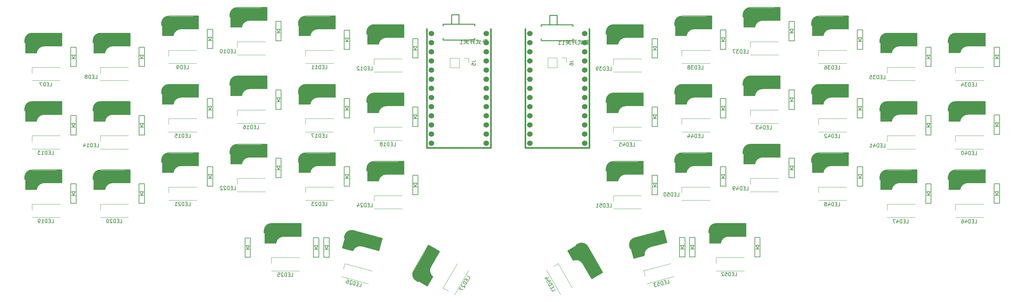
<source format=gbo>
G04 #@! TF.GenerationSoftware,KiCad,Pcbnew,7.0.7*
G04 #@! TF.CreationDate,2024-01-09T11:53:46+08:00*
G04 #@! TF.ProjectId,corne-cherry,636f726e-652d-4636-9865-7272792e6b69,3.0.1*
G04 #@! TF.SameCoordinates,Original*
G04 #@! TF.FileFunction,Legend,Bot*
G04 #@! TF.FilePolarity,Positive*
%FSLAX46Y46*%
G04 Gerber Fmt 4.6, Leading zero omitted, Abs format (unit mm)*
G04 Created by KiCad (PCBNEW 7.0.7) date 2024-01-09 11:53:46*
%MOMM*%
%LPD*%
G01*
G04 APERTURE LIST*
%ADD10C,0.150000*%
%ADD11C,0.152000*%
%ADD12C,0.300000*%
%ADD13C,0.500000*%
%ADD14C,0.800000*%
%ADD15C,3.000000*%
%ADD16C,3.500000*%
%ADD17C,1.000000*%
%ADD18C,0.400000*%
%ADD19C,0.381000*%
%ADD20C,0.120000*%
%ADD21C,0.254000*%
%ADD22C,1.524000*%
G04 APERTURE END LIST*
D10*
X21196547Y-43892319D02*
X21672737Y-43892319D01*
X21672737Y-43892319D02*
X21672737Y-42892319D01*
X20863213Y-43368509D02*
X20529880Y-43368509D01*
X20387023Y-43892319D02*
X20863213Y-43892319D01*
X20863213Y-43892319D02*
X20863213Y-42892319D01*
X20863213Y-42892319D02*
X20387023Y-42892319D01*
X19958451Y-43892319D02*
X19958451Y-42892319D01*
X19958451Y-42892319D02*
X19720356Y-42892319D01*
X19720356Y-42892319D02*
X19577499Y-42939938D01*
X19577499Y-42939938D02*
X19482261Y-43035176D01*
X19482261Y-43035176D02*
X19434642Y-43130414D01*
X19434642Y-43130414D02*
X19387023Y-43320890D01*
X19387023Y-43320890D02*
X19387023Y-43463747D01*
X19387023Y-43463747D02*
X19434642Y-43654223D01*
X19434642Y-43654223D02*
X19482261Y-43749461D01*
X19482261Y-43749461D02*
X19577499Y-43844700D01*
X19577499Y-43844700D02*
X19720356Y-43892319D01*
X19720356Y-43892319D02*
X19958451Y-43892319D01*
X19053689Y-42892319D02*
X18387023Y-42892319D01*
X18387023Y-42892319D02*
X18815594Y-43892319D01*
X33766547Y-41822319D02*
X34242737Y-41822319D01*
X34242737Y-41822319D02*
X34242737Y-40822319D01*
X33433213Y-41298509D02*
X33099880Y-41298509D01*
X32957023Y-41822319D02*
X33433213Y-41822319D01*
X33433213Y-41822319D02*
X33433213Y-40822319D01*
X33433213Y-40822319D02*
X32957023Y-40822319D01*
X32528451Y-41822319D02*
X32528451Y-40822319D01*
X32528451Y-40822319D02*
X32290356Y-40822319D01*
X32290356Y-40822319D02*
X32147499Y-40869938D01*
X32147499Y-40869938D02*
X32052261Y-40965176D01*
X32052261Y-40965176D02*
X32004642Y-41060414D01*
X32004642Y-41060414D02*
X31957023Y-41250890D01*
X31957023Y-41250890D02*
X31957023Y-41393747D01*
X31957023Y-41393747D02*
X32004642Y-41584223D01*
X32004642Y-41584223D02*
X32052261Y-41679461D01*
X32052261Y-41679461D02*
X32147499Y-41774700D01*
X32147499Y-41774700D02*
X32290356Y-41822319D01*
X32290356Y-41822319D02*
X32528451Y-41822319D01*
X31385594Y-41250890D02*
X31480832Y-41203271D01*
X31480832Y-41203271D02*
X31528451Y-41155652D01*
X31528451Y-41155652D02*
X31576070Y-41060414D01*
X31576070Y-41060414D02*
X31576070Y-41012795D01*
X31576070Y-41012795D02*
X31528451Y-40917557D01*
X31528451Y-40917557D02*
X31480832Y-40869938D01*
X31480832Y-40869938D02*
X31385594Y-40822319D01*
X31385594Y-40822319D02*
X31195118Y-40822319D01*
X31195118Y-40822319D02*
X31099880Y-40869938D01*
X31099880Y-40869938D02*
X31052261Y-40917557D01*
X31052261Y-40917557D02*
X31004642Y-41012795D01*
X31004642Y-41012795D02*
X31004642Y-41060414D01*
X31004642Y-41060414D02*
X31052261Y-41155652D01*
X31052261Y-41155652D02*
X31099880Y-41203271D01*
X31099880Y-41203271D02*
X31195118Y-41250890D01*
X31195118Y-41250890D02*
X31385594Y-41250890D01*
X31385594Y-41250890D02*
X31480832Y-41298509D01*
X31480832Y-41298509D02*
X31528451Y-41346128D01*
X31528451Y-41346128D02*
X31576070Y-41441366D01*
X31576070Y-41441366D02*
X31576070Y-41631842D01*
X31576070Y-41631842D02*
X31528451Y-41727080D01*
X31528451Y-41727080D02*
X31480832Y-41774700D01*
X31480832Y-41774700D02*
X31385594Y-41822319D01*
X31385594Y-41822319D02*
X31195118Y-41822319D01*
X31195118Y-41822319D02*
X31099880Y-41774700D01*
X31099880Y-41774700D02*
X31052261Y-41727080D01*
X31052261Y-41727080D02*
X31004642Y-41631842D01*
X31004642Y-41631842D02*
X31004642Y-41441366D01*
X31004642Y-41441366D02*
X31052261Y-41346128D01*
X31052261Y-41346128D02*
X31099880Y-41298509D01*
X31099880Y-41298509D02*
X31195118Y-41250890D01*
X59196547Y-39142319D02*
X59672737Y-39142319D01*
X59672737Y-39142319D02*
X59672737Y-38142319D01*
X58863213Y-38618509D02*
X58529880Y-38618509D01*
X58387023Y-39142319D02*
X58863213Y-39142319D01*
X58863213Y-39142319D02*
X58863213Y-38142319D01*
X58863213Y-38142319D02*
X58387023Y-38142319D01*
X57958451Y-39142319D02*
X57958451Y-38142319D01*
X57958451Y-38142319D02*
X57720356Y-38142319D01*
X57720356Y-38142319D02*
X57577499Y-38189938D01*
X57577499Y-38189938D02*
X57482261Y-38285176D01*
X57482261Y-38285176D02*
X57434642Y-38380414D01*
X57434642Y-38380414D02*
X57387023Y-38570890D01*
X57387023Y-38570890D02*
X57387023Y-38713747D01*
X57387023Y-38713747D02*
X57434642Y-38904223D01*
X57434642Y-38904223D02*
X57482261Y-38999461D01*
X57482261Y-38999461D02*
X57577499Y-39094700D01*
X57577499Y-39094700D02*
X57720356Y-39142319D01*
X57720356Y-39142319D02*
X57958451Y-39142319D01*
X56910832Y-39142319D02*
X56720356Y-39142319D01*
X56720356Y-39142319D02*
X56625118Y-39094700D01*
X56625118Y-39094700D02*
X56577499Y-39047080D01*
X56577499Y-39047080D02*
X56482261Y-38904223D01*
X56482261Y-38904223D02*
X56434642Y-38713747D01*
X56434642Y-38713747D02*
X56434642Y-38332795D01*
X56434642Y-38332795D02*
X56482261Y-38237557D01*
X56482261Y-38237557D02*
X56529880Y-38189938D01*
X56529880Y-38189938D02*
X56625118Y-38142319D01*
X56625118Y-38142319D02*
X56815594Y-38142319D01*
X56815594Y-38142319D02*
X56910832Y-38189938D01*
X56910832Y-38189938D02*
X56958451Y-38237557D01*
X56958451Y-38237557D02*
X57006070Y-38332795D01*
X57006070Y-38332795D02*
X57006070Y-38570890D01*
X57006070Y-38570890D02*
X56958451Y-38666128D01*
X56958451Y-38666128D02*
X56910832Y-38713747D01*
X56910832Y-38713747D02*
X56815594Y-38761366D01*
X56815594Y-38761366D02*
X56625118Y-38761366D01*
X56625118Y-38761366D02*
X56529880Y-38713747D01*
X56529880Y-38713747D02*
X56482261Y-38666128D01*
X56482261Y-38666128D02*
X56434642Y-38570890D01*
X72242738Y-34697319D02*
X72718928Y-34697319D01*
X72718928Y-34697319D02*
X72718928Y-33697319D01*
X71909404Y-34173509D02*
X71576071Y-34173509D01*
X71433214Y-34697319D02*
X71909404Y-34697319D01*
X71909404Y-34697319D02*
X71909404Y-33697319D01*
X71909404Y-33697319D02*
X71433214Y-33697319D01*
X71004642Y-34697319D02*
X71004642Y-33697319D01*
X71004642Y-33697319D02*
X70766547Y-33697319D01*
X70766547Y-33697319D02*
X70623690Y-33744938D01*
X70623690Y-33744938D02*
X70528452Y-33840176D01*
X70528452Y-33840176D02*
X70480833Y-33935414D01*
X70480833Y-33935414D02*
X70433214Y-34125890D01*
X70433214Y-34125890D02*
X70433214Y-34268747D01*
X70433214Y-34268747D02*
X70480833Y-34459223D01*
X70480833Y-34459223D02*
X70528452Y-34554461D01*
X70528452Y-34554461D02*
X70623690Y-34649700D01*
X70623690Y-34649700D02*
X70766547Y-34697319D01*
X70766547Y-34697319D02*
X71004642Y-34697319D01*
X69480833Y-34697319D02*
X70052261Y-34697319D01*
X69766547Y-34697319D02*
X69766547Y-33697319D01*
X69766547Y-33697319D02*
X69861785Y-33840176D01*
X69861785Y-33840176D02*
X69957023Y-33935414D01*
X69957023Y-33935414D02*
X70052261Y-33983033D01*
X68861785Y-33697319D02*
X68766547Y-33697319D01*
X68766547Y-33697319D02*
X68671309Y-33744938D01*
X68671309Y-33744938D02*
X68623690Y-33792557D01*
X68623690Y-33792557D02*
X68576071Y-33887795D01*
X68576071Y-33887795D02*
X68528452Y-34078271D01*
X68528452Y-34078271D02*
X68528452Y-34316366D01*
X68528452Y-34316366D02*
X68576071Y-34506842D01*
X68576071Y-34506842D02*
X68623690Y-34602080D01*
X68623690Y-34602080D02*
X68671309Y-34649700D01*
X68671309Y-34649700D02*
X68766547Y-34697319D01*
X68766547Y-34697319D02*
X68861785Y-34697319D01*
X68861785Y-34697319D02*
X68957023Y-34649700D01*
X68957023Y-34649700D02*
X69004642Y-34602080D01*
X69004642Y-34602080D02*
X69052261Y-34506842D01*
X69052261Y-34506842D02*
X69099880Y-34316366D01*
X69099880Y-34316366D02*
X69099880Y-34078271D01*
X69099880Y-34078271D02*
X69052261Y-33887795D01*
X69052261Y-33887795D02*
X69004642Y-33792557D01*
X69004642Y-33792557D02*
X68957023Y-33744938D01*
X68957023Y-33744938D02*
X68861785Y-33697319D01*
X97672738Y-39142319D02*
X98148928Y-39142319D01*
X98148928Y-39142319D02*
X98148928Y-38142319D01*
X97339404Y-38618509D02*
X97006071Y-38618509D01*
X96863214Y-39142319D02*
X97339404Y-39142319D01*
X97339404Y-39142319D02*
X97339404Y-38142319D01*
X97339404Y-38142319D02*
X96863214Y-38142319D01*
X96434642Y-39142319D02*
X96434642Y-38142319D01*
X96434642Y-38142319D02*
X96196547Y-38142319D01*
X96196547Y-38142319D02*
X96053690Y-38189938D01*
X96053690Y-38189938D02*
X95958452Y-38285176D01*
X95958452Y-38285176D02*
X95910833Y-38380414D01*
X95910833Y-38380414D02*
X95863214Y-38570890D01*
X95863214Y-38570890D02*
X95863214Y-38713747D01*
X95863214Y-38713747D02*
X95910833Y-38904223D01*
X95910833Y-38904223D02*
X95958452Y-38999461D01*
X95958452Y-38999461D02*
X96053690Y-39094700D01*
X96053690Y-39094700D02*
X96196547Y-39142319D01*
X96196547Y-39142319D02*
X96434642Y-39142319D01*
X94910833Y-39142319D02*
X95482261Y-39142319D01*
X95196547Y-39142319D02*
X95196547Y-38142319D01*
X95196547Y-38142319D02*
X95291785Y-38285176D01*
X95291785Y-38285176D02*
X95387023Y-38380414D01*
X95387023Y-38380414D02*
X95482261Y-38428033D01*
X93958452Y-39142319D02*
X94529880Y-39142319D01*
X94244166Y-39142319D02*
X94244166Y-38142319D01*
X94244166Y-38142319D02*
X94339404Y-38285176D01*
X94339404Y-38285176D02*
X94434642Y-38380414D01*
X94434642Y-38380414D02*
X94529880Y-38428033D01*
X110242738Y-39447319D02*
X110718928Y-39447319D01*
X110718928Y-39447319D02*
X110718928Y-38447319D01*
X109909404Y-38923509D02*
X109576071Y-38923509D01*
X109433214Y-39447319D02*
X109909404Y-39447319D01*
X109909404Y-39447319D02*
X109909404Y-38447319D01*
X109909404Y-38447319D02*
X109433214Y-38447319D01*
X109004642Y-39447319D02*
X109004642Y-38447319D01*
X109004642Y-38447319D02*
X108766547Y-38447319D01*
X108766547Y-38447319D02*
X108623690Y-38494938D01*
X108623690Y-38494938D02*
X108528452Y-38590176D01*
X108528452Y-38590176D02*
X108480833Y-38685414D01*
X108480833Y-38685414D02*
X108433214Y-38875890D01*
X108433214Y-38875890D02*
X108433214Y-39018747D01*
X108433214Y-39018747D02*
X108480833Y-39209223D01*
X108480833Y-39209223D02*
X108528452Y-39304461D01*
X108528452Y-39304461D02*
X108623690Y-39399700D01*
X108623690Y-39399700D02*
X108766547Y-39447319D01*
X108766547Y-39447319D02*
X109004642Y-39447319D01*
X107480833Y-39447319D02*
X108052261Y-39447319D01*
X107766547Y-39447319D02*
X107766547Y-38447319D01*
X107766547Y-38447319D02*
X107861785Y-38590176D01*
X107861785Y-38590176D02*
X107957023Y-38685414D01*
X107957023Y-38685414D02*
X108052261Y-38733033D01*
X107099880Y-38542557D02*
X107052261Y-38494938D01*
X107052261Y-38494938D02*
X106957023Y-38447319D01*
X106957023Y-38447319D02*
X106718928Y-38447319D01*
X106718928Y-38447319D02*
X106623690Y-38494938D01*
X106623690Y-38494938D02*
X106576071Y-38542557D01*
X106576071Y-38542557D02*
X106528452Y-38637795D01*
X106528452Y-38637795D02*
X106528452Y-38733033D01*
X106528452Y-38733033D02*
X106576071Y-38875890D01*
X106576071Y-38875890D02*
X107147499Y-39447319D01*
X107147499Y-39447319D02*
X106528452Y-39447319D01*
X21672738Y-62892319D02*
X22148928Y-62892319D01*
X22148928Y-62892319D02*
X22148928Y-61892319D01*
X21339404Y-62368509D02*
X21006071Y-62368509D01*
X20863214Y-62892319D02*
X21339404Y-62892319D01*
X21339404Y-62892319D02*
X21339404Y-61892319D01*
X21339404Y-61892319D02*
X20863214Y-61892319D01*
X20434642Y-62892319D02*
X20434642Y-61892319D01*
X20434642Y-61892319D02*
X20196547Y-61892319D01*
X20196547Y-61892319D02*
X20053690Y-61939938D01*
X20053690Y-61939938D02*
X19958452Y-62035176D01*
X19958452Y-62035176D02*
X19910833Y-62130414D01*
X19910833Y-62130414D02*
X19863214Y-62320890D01*
X19863214Y-62320890D02*
X19863214Y-62463747D01*
X19863214Y-62463747D02*
X19910833Y-62654223D01*
X19910833Y-62654223D02*
X19958452Y-62749461D01*
X19958452Y-62749461D02*
X20053690Y-62844700D01*
X20053690Y-62844700D02*
X20196547Y-62892319D01*
X20196547Y-62892319D02*
X20434642Y-62892319D01*
X18910833Y-62892319D02*
X19482261Y-62892319D01*
X19196547Y-62892319D02*
X19196547Y-61892319D01*
X19196547Y-61892319D02*
X19291785Y-62035176D01*
X19291785Y-62035176D02*
X19387023Y-62130414D01*
X19387023Y-62130414D02*
X19482261Y-62178033D01*
X18577499Y-61892319D02*
X17958452Y-61892319D01*
X17958452Y-61892319D02*
X18291785Y-62273271D01*
X18291785Y-62273271D02*
X18148928Y-62273271D01*
X18148928Y-62273271D02*
X18053690Y-62320890D01*
X18053690Y-62320890D02*
X18006071Y-62368509D01*
X18006071Y-62368509D02*
X17958452Y-62463747D01*
X17958452Y-62463747D02*
X17958452Y-62701842D01*
X17958452Y-62701842D02*
X18006071Y-62797080D01*
X18006071Y-62797080D02*
X18053690Y-62844700D01*
X18053690Y-62844700D02*
X18148928Y-62892319D01*
X18148928Y-62892319D02*
X18434642Y-62892319D01*
X18434642Y-62892319D02*
X18529880Y-62844700D01*
X18529880Y-62844700D02*
X18577499Y-62797080D01*
X34242738Y-60822319D02*
X34718928Y-60822319D01*
X34718928Y-60822319D02*
X34718928Y-59822319D01*
X33909404Y-60298509D02*
X33576071Y-60298509D01*
X33433214Y-60822319D02*
X33909404Y-60822319D01*
X33909404Y-60822319D02*
X33909404Y-59822319D01*
X33909404Y-59822319D02*
X33433214Y-59822319D01*
X33004642Y-60822319D02*
X33004642Y-59822319D01*
X33004642Y-59822319D02*
X32766547Y-59822319D01*
X32766547Y-59822319D02*
X32623690Y-59869938D01*
X32623690Y-59869938D02*
X32528452Y-59965176D01*
X32528452Y-59965176D02*
X32480833Y-60060414D01*
X32480833Y-60060414D02*
X32433214Y-60250890D01*
X32433214Y-60250890D02*
X32433214Y-60393747D01*
X32433214Y-60393747D02*
X32480833Y-60584223D01*
X32480833Y-60584223D02*
X32528452Y-60679461D01*
X32528452Y-60679461D02*
X32623690Y-60774700D01*
X32623690Y-60774700D02*
X32766547Y-60822319D01*
X32766547Y-60822319D02*
X33004642Y-60822319D01*
X31480833Y-60822319D02*
X32052261Y-60822319D01*
X31766547Y-60822319D02*
X31766547Y-59822319D01*
X31766547Y-59822319D02*
X31861785Y-59965176D01*
X31861785Y-59965176D02*
X31957023Y-60060414D01*
X31957023Y-60060414D02*
X32052261Y-60108033D01*
X30623690Y-60155652D02*
X30623690Y-60822319D01*
X30861785Y-59774700D02*
X31099880Y-60488985D01*
X31099880Y-60488985D02*
X30480833Y-60488985D01*
X59672738Y-58142319D02*
X60148928Y-58142319D01*
X60148928Y-58142319D02*
X60148928Y-57142319D01*
X59339404Y-57618509D02*
X59006071Y-57618509D01*
X58863214Y-58142319D02*
X59339404Y-58142319D01*
X59339404Y-58142319D02*
X59339404Y-57142319D01*
X59339404Y-57142319D02*
X58863214Y-57142319D01*
X58434642Y-58142319D02*
X58434642Y-57142319D01*
X58434642Y-57142319D02*
X58196547Y-57142319D01*
X58196547Y-57142319D02*
X58053690Y-57189938D01*
X58053690Y-57189938D02*
X57958452Y-57285176D01*
X57958452Y-57285176D02*
X57910833Y-57380414D01*
X57910833Y-57380414D02*
X57863214Y-57570890D01*
X57863214Y-57570890D02*
X57863214Y-57713747D01*
X57863214Y-57713747D02*
X57910833Y-57904223D01*
X57910833Y-57904223D02*
X57958452Y-57999461D01*
X57958452Y-57999461D02*
X58053690Y-58094700D01*
X58053690Y-58094700D02*
X58196547Y-58142319D01*
X58196547Y-58142319D02*
X58434642Y-58142319D01*
X56910833Y-58142319D02*
X57482261Y-58142319D01*
X57196547Y-58142319D02*
X57196547Y-57142319D01*
X57196547Y-57142319D02*
X57291785Y-57285176D01*
X57291785Y-57285176D02*
X57387023Y-57380414D01*
X57387023Y-57380414D02*
X57482261Y-57428033D01*
X56006071Y-57142319D02*
X56482261Y-57142319D01*
X56482261Y-57142319D02*
X56529880Y-57618509D01*
X56529880Y-57618509D02*
X56482261Y-57570890D01*
X56482261Y-57570890D02*
X56387023Y-57523271D01*
X56387023Y-57523271D02*
X56148928Y-57523271D01*
X56148928Y-57523271D02*
X56053690Y-57570890D01*
X56053690Y-57570890D02*
X56006071Y-57618509D01*
X56006071Y-57618509D02*
X55958452Y-57713747D01*
X55958452Y-57713747D02*
X55958452Y-57951842D01*
X55958452Y-57951842D02*
X56006071Y-58047080D01*
X56006071Y-58047080D02*
X56053690Y-58094700D01*
X56053690Y-58094700D02*
X56148928Y-58142319D01*
X56148928Y-58142319D02*
X56387023Y-58142319D01*
X56387023Y-58142319D02*
X56482261Y-58094700D01*
X56482261Y-58094700D02*
X56529880Y-58047080D01*
X78672738Y-55767319D02*
X79148928Y-55767319D01*
X79148928Y-55767319D02*
X79148928Y-54767319D01*
X78339404Y-55243509D02*
X78006071Y-55243509D01*
X77863214Y-55767319D02*
X78339404Y-55767319D01*
X78339404Y-55767319D02*
X78339404Y-54767319D01*
X78339404Y-54767319D02*
X77863214Y-54767319D01*
X77434642Y-55767319D02*
X77434642Y-54767319D01*
X77434642Y-54767319D02*
X77196547Y-54767319D01*
X77196547Y-54767319D02*
X77053690Y-54814938D01*
X77053690Y-54814938D02*
X76958452Y-54910176D01*
X76958452Y-54910176D02*
X76910833Y-55005414D01*
X76910833Y-55005414D02*
X76863214Y-55195890D01*
X76863214Y-55195890D02*
X76863214Y-55338747D01*
X76863214Y-55338747D02*
X76910833Y-55529223D01*
X76910833Y-55529223D02*
X76958452Y-55624461D01*
X76958452Y-55624461D02*
X77053690Y-55719700D01*
X77053690Y-55719700D02*
X77196547Y-55767319D01*
X77196547Y-55767319D02*
X77434642Y-55767319D01*
X75910833Y-55767319D02*
X76482261Y-55767319D01*
X76196547Y-55767319D02*
X76196547Y-54767319D01*
X76196547Y-54767319D02*
X76291785Y-54910176D01*
X76291785Y-54910176D02*
X76387023Y-55005414D01*
X76387023Y-55005414D02*
X76482261Y-55053033D01*
X75053690Y-54767319D02*
X75244166Y-54767319D01*
X75244166Y-54767319D02*
X75339404Y-54814938D01*
X75339404Y-54814938D02*
X75387023Y-54862557D01*
X75387023Y-54862557D02*
X75482261Y-55005414D01*
X75482261Y-55005414D02*
X75529880Y-55195890D01*
X75529880Y-55195890D02*
X75529880Y-55576842D01*
X75529880Y-55576842D02*
X75482261Y-55672080D01*
X75482261Y-55672080D02*
X75434642Y-55719700D01*
X75434642Y-55719700D02*
X75339404Y-55767319D01*
X75339404Y-55767319D02*
X75148928Y-55767319D01*
X75148928Y-55767319D02*
X75053690Y-55719700D01*
X75053690Y-55719700D02*
X75006071Y-55672080D01*
X75006071Y-55672080D02*
X74958452Y-55576842D01*
X74958452Y-55576842D02*
X74958452Y-55338747D01*
X74958452Y-55338747D02*
X75006071Y-55243509D01*
X75006071Y-55243509D02*
X75053690Y-55195890D01*
X75053690Y-55195890D02*
X75148928Y-55148271D01*
X75148928Y-55148271D02*
X75339404Y-55148271D01*
X75339404Y-55148271D02*
X75434642Y-55195890D01*
X75434642Y-55195890D02*
X75482261Y-55243509D01*
X75482261Y-55243509D02*
X75529880Y-55338747D01*
X97672738Y-58142319D02*
X98148928Y-58142319D01*
X98148928Y-58142319D02*
X98148928Y-57142319D01*
X97339404Y-57618509D02*
X97006071Y-57618509D01*
X96863214Y-58142319D02*
X97339404Y-58142319D01*
X97339404Y-58142319D02*
X97339404Y-57142319D01*
X97339404Y-57142319D02*
X96863214Y-57142319D01*
X96434642Y-58142319D02*
X96434642Y-57142319D01*
X96434642Y-57142319D02*
X96196547Y-57142319D01*
X96196547Y-57142319D02*
X96053690Y-57189938D01*
X96053690Y-57189938D02*
X95958452Y-57285176D01*
X95958452Y-57285176D02*
X95910833Y-57380414D01*
X95910833Y-57380414D02*
X95863214Y-57570890D01*
X95863214Y-57570890D02*
X95863214Y-57713747D01*
X95863214Y-57713747D02*
X95910833Y-57904223D01*
X95910833Y-57904223D02*
X95958452Y-57999461D01*
X95958452Y-57999461D02*
X96053690Y-58094700D01*
X96053690Y-58094700D02*
X96196547Y-58142319D01*
X96196547Y-58142319D02*
X96434642Y-58142319D01*
X94910833Y-58142319D02*
X95482261Y-58142319D01*
X95196547Y-58142319D02*
X95196547Y-57142319D01*
X95196547Y-57142319D02*
X95291785Y-57285176D01*
X95291785Y-57285176D02*
X95387023Y-57380414D01*
X95387023Y-57380414D02*
X95482261Y-57428033D01*
X94577499Y-57142319D02*
X93910833Y-57142319D01*
X93910833Y-57142319D02*
X94339404Y-58142319D01*
X116672738Y-60517319D02*
X117148928Y-60517319D01*
X117148928Y-60517319D02*
X117148928Y-59517319D01*
X116339404Y-59993509D02*
X116006071Y-59993509D01*
X115863214Y-60517319D02*
X116339404Y-60517319D01*
X116339404Y-60517319D02*
X116339404Y-59517319D01*
X116339404Y-59517319D02*
X115863214Y-59517319D01*
X115434642Y-60517319D02*
X115434642Y-59517319D01*
X115434642Y-59517319D02*
X115196547Y-59517319D01*
X115196547Y-59517319D02*
X115053690Y-59564938D01*
X115053690Y-59564938D02*
X114958452Y-59660176D01*
X114958452Y-59660176D02*
X114910833Y-59755414D01*
X114910833Y-59755414D02*
X114863214Y-59945890D01*
X114863214Y-59945890D02*
X114863214Y-60088747D01*
X114863214Y-60088747D02*
X114910833Y-60279223D01*
X114910833Y-60279223D02*
X114958452Y-60374461D01*
X114958452Y-60374461D02*
X115053690Y-60469700D01*
X115053690Y-60469700D02*
X115196547Y-60517319D01*
X115196547Y-60517319D02*
X115434642Y-60517319D01*
X113910833Y-60517319D02*
X114482261Y-60517319D01*
X114196547Y-60517319D02*
X114196547Y-59517319D01*
X114196547Y-59517319D02*
X114291785Y-59660176D01*
X114291785Y-59660176D02*
X114387023Y-59755414D01*
X114387023Y-59755414D02*
X114482261Y-59803033D01*
X113339404Y-59945890D02*
X113434642Y-59898271D01*
X113434642Y-59898271D02*
X113482261Y-59850652D01*
X113482261Y-59850652D02*
X113529880Y-59755414D01*
X113529880Y-59755414D02*
X113529880Y-59707795D01*
X113529880Y-59707795D02*
X113482261Y-59612557D01*
X113482261Y-59612557D02*
X113434642Y-59564938D01*
X113434642Y-59564938D02*
X113339404Y-59517319D01*
X113339404Y-59517319D02*
X113148928Y-59517319D01*
X113148928Y-59517319D02*
X113053690Y-59564938D01*
X113053690Y-59564938D02*
X113006071Y-59612557D01*
X113006071Y-59612557D02*
X112958452Y-59707795D01*
X112958452Y-59707795D02*
X112958452Y-59755414D01*
X112958452Y-59755414D02*
X113006071Y-59850652D01*
X113006071Y-59850652D02*
X113053690Y-59898271D01*
X113053690Y-59898271D02*
X113148928Y-59945890D01*
X113148928Y-59945890D02*
X113339404Y-59945890D01*
X113339404Y-59945890D02*
X113434642Y-59993509D01*
X113434642Y-59993509D02*
X113482261Y-60041128D01*
X113482261Y-60041128D02*
X113529880Y-60136366D01*
X113529880Y-60136366D02*
X113529880Y-60326842D01*
X113529880Y-60326842D02*
X113482261Y-60422080D01*
X113482261Y-60422080D02*
X113434642Y-60469700D01*
X113434642Y-60469700D02*
X113339404Y-60517319D01*
X113339404Y-60517319D02*
X113148928Y-60517319D01*
X113148928Y-60517319D02*
X113053690Y-60469700D01*
X113053690Y-60469700D02*
X113006071Y-60422080D01*
X113006071Y-60422080D02*
X112958452Y-60326842D01*
X112958452Y-60326842D02*
X112958452Y-60136366D01*
X112958452Y-60136366D02*
X113006071Y-60041128D01*
X113006071Y-60041128D02*
X113053690Y-59993509D01*
X113053690Y-59993509D02*
X113148928Y-59945890D01*
X21672738Y-81892319D02*
X22148928Y-81892319D01*
X22148928Y-81892319D02*
X22148928Y-80892319D01*
X21339404Y-81368509D02*
X21006071Y-81368509D01*
X20863214Y-81892319D02*
X21339404Y-81892319D01*
X21339404Y-81892319D02*
X21339404Y-80892319D01*
X21339404Y-80892319D02*
X20863214Y-80892319D01*
X20434642Y-81892319D02*
X20434642Y-80892319D01*
X20434642Y-80892319D02*
X20196547Y-80892319D01*
X20196547Y-80892319D02*
X20053690Y-80939938D01*
X20053690Y-80939938D02*
X19958452Y-81035176D01*
X19958452Y-81035176D02*
X19910833Y-81130414D01*
X19910833Y-81130414D02*
X19863214Y-81320890D01*
X19863214Y-81320890D02*
X19863214Y-81463747D01*
X19863214Y-81463747D02*
X19910833Y-81654223D01*
X19910833Y-81654223D02*
X19958452Y-81749461D01*
X19958452Y-81749461D02*
X20053690Y-81844700D01*
X20053690Y-81844700D02*
X20196547Y-81892319D01*
X20196547Y-81892319D02*
X20434642Y-81892319D01*
X18910833Y-81892319D02*
X19482261Y-81892319D01*
X19196547Y-81892319D02*
X19196547Y-80892319D01*
X19196547Y-80892319D02*
X19291785Y-81035176D01*
X19291785Y-81035176D02*
X19387023Y-81130414D01*
X19387023Y-81130414D02*
X19482261Y-81178033D01*
X18434642Y-81892319D02*
X18244166Y-81892319D01*
X18244166Y-81892319D02*
X18148928Y-81844700D01*
X18148928Y-81844700D02*
X18101309Y-81797080D01*
X18101309Y-81797080D02*
X18006071Y-81654223D01*
X18006071Y-81654223D02*
X17958452Y-81463747D01*
X17958452Y-81463747D02*
X17958452Y-81082795D01*
X17958452Y-81082795D02*
X18006071Y-80987557D01*
X18006071Y-80987557D02*
X18053690Y-80939938D01*
X18053690Y-80939938D02*
X18148928Y-80892319D01*
X18148928Y-80892319D02*
X18339404Y-80892319D01*
X18339404Y-80892319D02*
X18434642Y-80939938D01*
X18434642Y-80939938D02*
X18482261Y-80987557D01*
X18482261Y-80987557D02*
X18529880Y-81082795D01*
X18529880Y-81082795D02*
X18529880Y-81320890D01*
X18529880Y-81320890D02*
X18482261Y-81416128D01*
X18482261Y-81416128D02*
X18434642Y-81463747D01*
X18434642Y-81463747D02*
X18339404Y-81511366D01*
X18339404Y-81511366D02*
X18148928Y-81511366D01*
X18148928Y-81511366D02*
X18053690Y-81463747D01*
X18053690Y-81463747D02*
X18006071Y-81416128D01*
X18006071Y-81416128D02*
X17958452Y-81320890D01*
X40672738Y-81892319D02*
X41148928Y-81892319D01*
X41148928Y-81892319D02*
X41148928Y-80892319D01*
X40339404Y-81368509D02*
X40006071Y-81368509D01*
X39863214Y-81892319D02*
X40339404Y-81892319D01*
X40339404Y-81892319D02*
X40339404Y-80892319D01*
X40339404Y-80892319D02*
X39863214Y-80892319D01*
X39434642Y-81892319D02*
X39434642Y-80892319D01*
X39434642Y-80892319D02*
X39196547Y-80892319D01*
X39196547Y-80892319D02*
X39053690Y-80939938D01*
X39053690Y-80939938D02*
X38958452Y-81035176D01*
X38958452Y-81035176D02*
X38910833Y-81130414D01*
X38910833Y-81130414D02*
X38863214Y-81320890D01*
X38863214Y-81320890D02*
X38863214Y-81463747D01*
X38863214Y-81463747D02*
X38910833Y-81654223D01*
X38910833Y-81654223D02*
X38958452Y-81749461D01*
X38958452Y-81749461D02*
X39053690Y-81844700D01*
X39053690Y-81844700D02*
X39196547Y-81892319D01*
X39196547Y-81892319D02*
X39434642Y-81892319D01*
X38482261Y-80987557D02*
X38434642Y-80939938D01*
X38434642Y-80939938D02*
X38339404Y-80892319D01*
X38339404Y-80892319D02*
X38101309Y-80892319D01*
X38101309Y-80892319D02*
X38006071Y-80939938D01*
X38006071Y-80939938D02*
X37958452Y-80987557D01*
X37958452Y-80987557D02*
X37910833Y-81082795D01*
X37910833Y-81082795D02*
X37910833Y-81178033D01*
X37910833Y-81178033D02*
X37958452Y-81320890D01*
X37958452Y-81320890D02*
X38529880Y-81892319D01*
X38529880Y-81892319D02*
X37910833Y-81892319D01*
X37291785Y-80892319D02*
X37196547Y-80892319D01*
X37196547Y-80892319D02*
X37101309Y-80939938D01*
X37101309Y-80939938D02*
X37053690Y-80987557D01*
X37053690Y-80987557D02*
X37006071Y-81082795D01*
X37006071Y-81082795D02*
X36958452Y-81273271D01*
X36958452Y-81273271D02*
X36958452Y-81511366D01*
X36958452Y-81511366D02*
X37006071Y-81701842D01*
X37006071Y-81701842D02*
X37053690Y-81797080D01*
X37053690Y-81797080D02*
X37101309Y-81844700D01*
X37101309Y-81844700D02*
X37196547Y-81892319D01*
X37196547Y-81892319D02*
X37291785Y-81892319D01*
X37291785Y-81892319D02*
X37387023Y-81844700D01*
X37387023Y-81844700D02*
X37434642Y-81797080D01*
X37434642Y-81797080D02*
X37482261Y-81701842D01*
X37482261Y-81701842D02*
X37529880Y-81511366D01*
X37529880Y-81511366D02*
X37529880Y-81273271D01*
X37529880Y-81273271D02*
X37482261Y-81082795D01*
X37482261Y-81082795D02*
X37434642Y-80987557D01*
X37434642Y-80987557D02*
X37387023Y-80939938D01*
X37387023Y-80939938D02*
X37291785Y-80892319D01*
X59672738Y-77142319D02*
X60148928Y-77142319D01*
X60148928Y-77142319D02*
X60148928Y-76142319D01*
X59339404Y-76618509D02*
X59006071Y-76618509D01*
X58863214Y-77142319D02*
X59339404Y-77142319D01*
X59339404Y-77142319D02*
X59339404Y-76142319D01*
X59339404Y-76142319D02*
X58863214Y-76142319D01*
X58434642Y-77142319D02*
X58434642Y-76142319D01*
X58434642Y-76142319D02*
X58196547Y-76142319D01*
X58196547Y-76142319D02*
X58053690Y-76189938D01*
X58053690Y-76189938D02*
X57958452Y-76285176D01*
X57958452Y-76285176D02*
X57910833Y-76380414D01*
X57910833Y-76380414D02*
X57863214Y-76570890D01*
X57863214Y-76570890D02*
X57863214Y-76713747D01*
X57863214Y-76713747D02*
X57910833Y-76904223D01*
X57910833Y-76904223D02*
X57958452Y-76999461D01*
X57958452Y-76999461D02*
X58053690Y-77094700D01*
X58053690Y-77094700D02*
X58196547Y-77142319D01*
X58196547Y-77142319D02*
X58434642Y-77142319D01*
X57482261Y-76237557D02*
X57434642Y-76189938D01*
X57434642Y-76189938D02*
X57339404Y-76142319D01*
X57339404Y-76142319D02*
X57101309Y-76142319D01*
X57101309Y-76142319D02*
X57006071Y-76189938D01*
X57006071Y-76189938D02*
X56958452Y-76237557D01*
X56958452Y-76237557D02*
X56910833Y-76332795D01*
X56910833Y-76332795D02*
X56910833Y-76428033D01*
X56910833Y-76428033D02*
X56958452Y-76570890D01*
X56958452Y-76570890D02*
X57529880Y-77142319D01*
X57529880Y-77142319D02*
X56910833Y-77142319D01*
X55958452Y-77142319D02*
X56529880Y-77142319D01*
X56244166Y-77142319D02*
X56244166Y-76142319D01*
X56244166Y-76142319D02*
X56339404Y-76285176D01*
X56339404Y-76285176D02*
X56434642Y-76380414D01*
X56434642Y-76380414D02*
X56529880Y-76428033D01*
X72242738Y-72697319D02*
X72718928Y-72697319D01*
X72718928Y-72697319D02*
X72718928Y-71697319D01*
X71909404Y-72173509D02*
X71576071Y-72173509D01*
X71433214Y-72697319D02*
X71909404Y-72697319D01*
X71909404Y-72697319D02*
X71909404Y-71697319D01*
X71909404Y-71697319D02*
X71433214Y-71697319D01*
X71004642Y-72697319D02*
X71004642Y-71697319D01*
X71004642Y-71697319D02*
X70766547Y-71697319D01*
X70766547Y-71697319D02*
X70623690Y-71744938D01*
X70623690Y-71744938D02*
X70528452Y-71840176D01*
X70528452Y-71840176D02*
X70480833Y-71935414D01*
X70480833Y-71935414D02*
X70433214Y-72125890D01*
X70433214Y-72125890D02*
X70433214Y-72268747D01*
X70433214Y-72268747D02*
X70480833Y-72459223D01*
X70480833Y-72459223D02*
X70528452Y-72554461D01*
X70528452Y-72554461D02*
X70623690Y-72649700D01*
X70623690Y-72649700D02*
X70766547Y-72697319D01*
X70766547Y-72697319D02*
X71004642Y-72697319D01*
X70052261Y-71792557D02*
X70004642Y-71744938D01*
X70004642Y-71744938D02*
X69909404Y-71697319D01*
X69909404Y-71697319D02*
X69671309Y-71697319D01*
X69671309Y-71697319D02*
X69576071Y-71744938D01*
X69576071Y-71744938D02*
X69528452Y-71792557D01*
X69528452Y-71792557D02*
X69480833Y-71887795D01*
X69480833Y-71887795D02*
X69480833Y-71983033D01*
X69480833Y-71983033D02*
X69528452Y-72125890D01*
X69528452Y-72125890D02*
X70099880Y-72697319D01*
X70099880Y-72697319D02*
X69480833Y-72697319D01*
X69099880Y-71792557D02*
X69052261Y-71744938D01*
X69052261Y-71744938D02*
X68957023Y-71697319D01*
X68957023Y-71697319D02*
X68718928Y-71697319D01*
X68718928Y-71697319D02*
X68623690Y-71744938D01*
X68623690Y-71744938D02*
X68576071Y-71792557D01*
X68576071Y-71792557D02*
X68528452Y-71887795D01*
X68528452Y-71887795D02*
X68528452Y-71983033D01*
X68528452Y-71983033D02*
X68576071Y-72125890D01*
X68576071Y-72125890D02*
X69147499Y-72697319D01*
X69147499Y-72697319D02*
X68528452Y-72697319D01*
X110242738Y-77447319D02*
X110718928Y-77447319D01*
X110718928Y-77447319D02*
X110718928Y-76447319D01*
X109909404Y-76923509D02*
X109576071Y-76923509D01*
X109433214Y-77447319D02*
X109909404Y-77447319D01*
X109909404Y-77447319D02*
X109909404Y-76447319D01*
X109909404Y-76447319D02*
X109433214Y-76447319D01*
X109004642Y-77447319D02*
X109004642Y-76447319D01*
X109004642Y-76447319D02*
X108766547Y-76447319D01*
X108766547Y-76447319D02*
X108623690Y-76494938D01*
X108623690Y-76494938D02*
X108528452Y-76590176D01*
X108528452Y-76590176D02*
X108480833Y-76685414D01*
X108480833Y-76685414D02*
X108433214Y-76875890D01*
X108433214Y-76875890D02*
X108433214Y-77018747D01*
X108433214Y-77018747D02*
X108480833Y-77209223D01*
X108480833Y-77209223D02*
X108528452Y-77304461D01*
X108528452Y-77304461D02*
X108623690Y-77399700D01*
X108623690Y-77399700D02*
X108766547Y-77447319D01*
X108766547Y-77447319D02*
X109004642Y-77447319D01*
X108052261Y-76542557D02*
X108004642Y-76494938D01*
X108004642Y-76494938D02*
X107909404Y-76447319D01*
X107909404Y-76447319D02*
X107671309Y-76447319D01*
X107671309Y-76447319D02*
X107576071Y-76494938D01*
X107576071Y-76494938D02*
X107528452Y-76542557D01*
X107528452Y-76542557D02*
X107480833Y-76637795D01*
X107480833Y-76637795D02*
X107480833Y-76733033D01*
X107480833Y-76733033D02*
X107528452Y-76875890D01*
X107528452Y-76875890D02*
X108099880Y-77447319D01*
X108099880Y-77447319D02*
X107480833Y-77447319D01*
X106623690Y-76780652D02*
X106623690Y-77447319D01*
X106861785Y-76399700D02*
X107099880Y-77113985D01*
X107099880Y-77113985D02*
X106480833Y-77113985D01*
X137674003Y-97563392D02*
X137912099Y-97150999D01*
X137912099Y-97150999D02*
X137046073Y-96650999D01*
X137053704Y-97590163D02*
X136887038Y-97878838D01*
X137269241Y-98264460D02*
X137507337Y-97852067D01*
X137507337Y-97852067D02*
X136641311Y-97352067D01*
X136641311Y-97352067D02*
X136403216Y-97764460D01*
X137054956Y-98635614D02*
X136188930Y-98135614D01*
X136188930Y-98135614D02*
X136069883Y-98341811D01*
X136069883Y-98341811D02*
X136039693Y-98489338D01*
X136039693Y-98489338D02*
X136074553Y-98619436D01*
X136074553Y-98619436D02*
X136133222Y-98708294D01*
X136133222Y-98708294D02*
X136274370Y-98844772D01*
X136274370Y-98844772D02*
X136398088Y-98916200D01*
X136398088Y-98916200D02*
X136586854Y-98970199D01*
X136586854Y-98970199D02*
X136693143Y-98976579D01*
X136693143Y-98976579D02*
X136823240Y-98941719D01*
X136823240Y-98941719D02*
X136935908Y-98841811D01*
X136935908Y-98841811D02*
X137054956Y-98635614D01*
X135795218Y-99008019D02*
X135730170Y-99025449D01*
X135730170Y-99025449D02*
X135641311Y-99084118D01*
X135641311Y-99084118D02*
X135522264Y-99290315D01*
X135522264Y-99290315D02*
X135515884Y-99396603D01*
X135515884Y-99396603D02*
X135533314Y-99461652D01*
X135533314Y-99461652D02*
X135591983Y-99550510D01*
X135591983Y-99550510D02*
X135674461Y-99598129D01*
X135674461Y-99598129D02*
X135821989Y-99628318D01*
X135821989Y-99628318D02*
X136602575Y-99419161D01*
X136602575Y-99419161D02*
X136293051Y-99955272D01*
X135260359Y-99743947D02*
X134927026Y-100321298D01*
X134927026Y-100321298D02*
X136007337Y-100450144D01*
X221082738Y-55847319D02*
X221558928Y-55847319D01*
X221558928Y-55847319D02*
X221558928Y-54847319D01*
X220749404Y-55323509D02*
X220416071Y-55323509D01*
X220273214Y-55847319D02*
X220749404Y-55847319D01*
X220749404Y-55847319D02*
X220749404Y-54847319D01*
X220749404Y-54847319D02*
X220273214Y-54847319D01*
X219844642Y-55847319D02*
X219844642Y-54847319D01*
X219844642Y-54847319D02*
X219606547Y-54847319D01*
X219606547Y-54847319D02*
X219463690Y-54894938D01*
X219463690Y-54894938D02*
X219368452Y-54990176D01*
X219368452Y-54990176D02*
X219320833Y-55085414D01*
X219320833Y-55085414D02*
X219273214Y-55275890D01*
X219273214Y-55275890D02*
X219273214Y-55418747D01*
X219273214Y-55418747D02*
X219320833Y-55609223D01*
X219320833Y-55609223D02*
X219368452Y-55704461D01*
X219368452Y-55704461D02*
X219463690Y-55799700D01*
X219463690Y-55799700D02*
X219606547Y-55847319D01*
X219606547Y-55847319D02*
X219844642Y-55847319D01*
X218416071Y-55180652D02*
X218416071Y-55847319D01*
X218654166Y-54799700D02*
X218892261Y-55513985D01*
X218892261Y-55513985D02*
X218273214Y-55513985D01*
X217987499Y-54847319D02*
X217368452Y-54847319D01*
X217368452Y-54847319D02*
X217701785Y-55228271D01*
X217701785Y-55228271D02*
X217558928Y-55228271D01*
X217558928Y-55228271D02*
X217463690Y-55275890D01*
X217463690Y-55275890D02*
X217416071Y-55323509D01*
X217416071Y-55323509D02*
X217368452Y-55418747D01*
X217368452Y-55418747D02*
X217368452Y-55656842D01*
X217368452Y-55656842D02*
X217416071Y-55752080D01*
X217416071Y-55752080D02*
X217463690Y-55799700D01*
X217463690Y-55799700D02*
X217558928Y-55847319D01*
X217558928Y-55847319D02*
X217844642Y-55847319D01*
X217844642Y-55847319D02*
X217939880Y-55799700D01*
X217939880Y-55799700D02*
X217987499Y-55752080D01*
X202082738Y-58222319D02*
X202558928Y-58222319D01*
X202558928Y-58222319D02*
X202558928Y-57222319D01*
X201749404Y-57698509D02*
X201416071Y-57698509D01*
X201273214Y-58222319D02*
X201749404Y-58222319D01*
X201749404Y-58222319D02*
X201749404Y-57222319D01*
X201749404Y-57222319D02*
X201273214Y-57222319D01*
X200844642Y-58222319D02*
X200844642Y-57222319D01*
X200844642Y-57222319D02*
X200606547Y-57222319D01*
X200606547Y-57222319D02*
X200463690Y-57269938D01*
X200463690Y-57269938D02*
X200368452Y-57365176D01*
X200368452Y-57365176D02*
X200320833Y-57460414D01*
X200320833Y-57460414D02*
X200273214Y-57650890D01*
X200273214Y-57650890D02*
X200273214Y-57793747D01*
X200273214Y-57793747D02*
X200320833Y-57984223D01*
X200320833Y-57984223D02*
X200368452Y-58079461D01*
X200368452Y-58079461D02*
X200463690Y-58174700D01*
X200463690Y-58174700D02*
X200606547Y-58222319D01*
X200606547Y-58222319D02*
X200844642Y-58222319D01*
X199416071Y-57555652D02*
X199416071Y-58222319D01*
X199654166Y-57174700D02*
X199892261Y-57888985D01*
X199892261Y-57888985D02*
X199273214Y-57888985D01*
X198463690Y-57555652D02*
X198463690Y-58222319D01*
X198701785Y-57174700D02*
X198939880Y-57888985D01*
X198939880Y-57888985D02*
X198320833Y-57888985D01*
X183082738Y-60597319D02*
X183558928Y-60597319D01*
X183558928Y-60597319D02*
X183558928Y-59597319D01*
X182749404Y-60073509D02*
X182416071Y-60073509D01*
X182273214Y-60597319D02*
X182749404Y-60597319D01*
X182749404Y-60597319D02*
X182749404Y-59597319D01*
X182749404Y-59597319D02*
X182273214Y-59597319D01*
X181844642Y-60597319D02*
X181844642Y-59597319D01*
X181844642Y-59597319D02*
X181606547Y-59597319D01*
X181606547Y-59597319D02*
X181463690Y-59644938D01*
X181463690Y-59644938D02*
X181368452Y-59740176D01*
X181368452Y-59740176D02*
X181320833Y-59835414D01*
X181320833Y-59835414D02*
X181273214Y-60025890D01*
X181273214Y-60025890D02*
X181273214Y-60168747D01*
X181273214Y-60168747D02*
X181320833Y-60359223D01*
X181320833Y-60359223D02*
X181368452Y-60454461D01*
X181368452Y-60454461D02*
X181463690Y-60549700D01*
X181463690Y-60549700D02*
X181606547Y-60597319D01*
X181606547Y-60597319D02*
X181844642Y-60597319D01*
X180416071Y-59930652D02*
X180416071Y-60597319D01*
X180654166Y-59549700D02*
X180892261Y-60263985D01*
X180892261Y-60263985D02*
X180273214Y-60263985D01*
X179416071Y-59597319D02*
X179892261Y-59597319D01*
X179892261Y-59597319D02*
X179939880Y-60073509D01*
X179939880Y-60073509D02*
X179892261Y-60025890D01*
X179892261Y-60025890D02*
X179797023Y-59978271D01*
X179797023Y-59978271D02*
X179558928Y-59978271D01*
X179558928Y-59978271D02*
X179463690Y-60025890D01*
X179463690Y-60025890D02*
X179416071Y-60073509D01*
X179416071Y-60073509D02*
X179368452Y-60168747D01*
X179368452Y-60168747D02*
X179368452Y-60406842D01*
X179368452Y-60406842D02*
X179416071Y-60502080D01*
X179416071Y-60502080D02*
X179463690Y-60549700D01*
X179463690Y-60549700D02*
X179558928Y-60597319D01*
X179558928Y-60597319D02*
X179797023Y-60597319D01*
X179797023Y-60597319D02*
X179892261Y-60549700D01*
X179892261Y-60549700D02*
X179939880Y-60502080D01*
X278082738Y-81972319D02*
X278558928Y-81972319D01*
X278558928Y-81972319D02*
X278558928Y-80972319D01*
X277749404Y-81448509D02*
X277416071Y-81448509D01*
X277273214Y-81972319D02*
X277749404Y-81972319D01*
X277749404Y-81972319D02*
X277749404Y-80972319D01*
X277749404Y-80972319D02*
X277273214Y-80972319D01*
X276844642Y-81972319D02*
X276844642Y-80972319D01*
X276844642Y-80972319D02*
X276606547Y-80972319D01*
X276606547Y-80972319D02*
X276463690Y-81019938D01*
X276463690Y-81019938D02*
X276368452Y-81115176D01*
X276368452Y-81115176D02*
X276320833Y-81210414D01*
X276320833Y-81210414D02*
X276273214Y-81400890D01*
X276273214Y-81400890D02*
X276273214Y-81543747D01*
X276273214Y-81543747D02*
X276320833Y-81734223D01*
X276320833Y-81734223D02*
X276368452Y-81829461D01*
X276368452Y-81829461D02*
X276463690Y-81924700D01*
X276463690Y-81924700D02*
X276606547Y-81972319D01*
X276606547Y-81972319D02*
X276844642Y-81972319D01*
X275416071Y-81305652D02*
X275416071Y-81972319D01*
X275654166Y-80924700D02*
X275892261Y-81638985D01*
X275892261Y-81638985D02*
X275273214Y-81638985D01*
X274463690Y-80972319D02*
X274654166Y-80972319D01*
X274654166Y-80972319D02*
X274749404Y-81019938D01*
X274749404Y-81019938D02*
X274797023Y-81067557D01*
X274797023Y-81067557D02*
X274892261Y-81210414D01*
X274892261Y-81210414D02*
X274939880Y-81400890D01*
X274939880Y-81400890D02*
X274939880Y-81781842D01*
X274939880Y-81781842D02*
X274892261Y-81877080D01*
X274892261Y-81877080D02*
X274844642Y-81924700D01*
X274844642Y-81924700D02*
X274749404Y-81972319D01*
X274749404Y-81972319D02*
X274558928Y-81972319D01*
X274558928Y-81972319D02*
X274463690Y-81924700D01*
X274463690Y-81924700D02*
X274416071Y-81877080D01*
X274416071Y-81877080D02*
X274368452Y-81781842D01*
X274368452Y-81781842D02*
X274368452Y-81543747D01*
X274368452Y-81543747D02*
X274416071Y-81448509D01*
X274416071Y-81448509D02*
X274463690Y-81400890D01*
X274463690Y-81400890D02*
X274558928Y-81353271D01*
X274558928Y-81353271D02*
X274749404Y-81353271D01*
X274749404Y-81353271D02*
X274844642Y-81400890D01*
X274844642Y-81400890D02*
X274892261Y-81448509D01*
X274892261Y-81448509D02*
X274939880Y-81543747D01*
X259082738Y-81972319D02*
X259558928Y-81972319D01*
X259558928Y-81972319D02*
X259558928Y-80972319D01*
X258749404Y-81448509D02*
X258416071Y-81448509D01*
X258273214Y-81972319D02*
X258749404Y-81972319D01*
X258749404Y-81972319D02*
X258749404Y-80972319D01*
X258749404Y-80972319D02*
X258273214Y-80972319D01*
X257844642Y-81972319D02*
X257844642Y-80972319D01*
X257844642Y-80972319D02*
X257606547Y-80972319D01*
X257606547Y-80972319D02*
X257463690Y-81019938D01*
X257463690Y-81019938D02*
X257368452Y-81115176D01*
X257368452Y-81115176D02*
X257320833Y-81210414D01*
X257320833Y-81210414D02*
X257273214Y-81400890D01*
X257273214Y-81400890D02*
X257273214Y-81543747D01*
X257273214Y-81543747D02*
X257320833Y-81734223D01*
X257320833Y-81734223D02*
X257368452Y-81829461D01*
X257368452Y-81829461D02*
X257463690Y-81924700D01*
X257463690Y-81924700D02*
X257606547Y-81972319D01*
X257606547Y-81972319D02*
X257844642Y-81972319D01*
X256416071Y-81305652D02*
X256416071Y-81972319D01*
X256654166Y-80924700D02*
X256892261Y-81638985D01*
X256892261Y-81638985D02*
X256273214Y-81638985D01*
X255987499Y-80972319D02*
X255320833Y-80972319D01*
X255320833Y-80972319D02*
X255749404Y-81972319D01*
X240082738Y-77222319D02*
X240558928Y-77222319D01*
X240558928Y-77222319D02*
X240558928Y-76222319D01*
X239749404Y-76698509D02*
X239416071Y-76698509D01*
X239273214Y-77222319D02*
X239749404Y-77222319D01*
X239749404Y-77222319D02*
X239749404Y-76222319D01*
X239749404Y-76222319D02*
X239273214Y-76222319D01*
X238844642Y-77222319D02*
X238844642Y-76222319D01*
X238844642Y-76222319D02*
X238606547Y-76222319D01*
X238606547Y-76222319D02*
X238463690Y-76269938D01*
X238463690Y-76269938D02*
X238368452Y-76365176D01*
X238368452Y-76365176D02*
X238320833Y-76460414D01*
X238320833Y-76460414D02*
X238273214Y-76650890D01*
X238273214Y-76650890D02*
X238273214Y-76793747D01*
X238273214Y-76793747D02*
X238320833Y-76984223D01*
X238320833Y-76984223D02*
X238368452Y-77079461D01*
X238368452Y-77079461D02*
X238463690Y-77174700D01*
X238463690Y-77174700D02*
X238606547Y-77222319D01*
X238606547Y-77222319D02*
X238844642Y-77222319D01*
X237416071Y-76555652D02*
X237416071Y-77222319D01*
X237654166Y-76174700D02*
X237892261Y-76888985D01*
X237892261Y-76888985D02*
X237273214Y-76888985D01*
X236749404Y-76650890D02*
X236844642Y-76603271D01*
X236844642Y-76603271D02*
X236892261Y-76555652D01*
X236892261Y-76555652D02*
X236939880Y-76460414D01*
X236939880Y-76460414D02*
X236939880Y-76412795D01*
X236939880Y-76412795D02*
X236892261Y-76317557D01*
X236892261Y-76317557D02*
X236844642Y-76269938D01*
X236844642Y-76269938D02*
X236749404Y-76222319D01*
X236749404Y-76222319D02*
X236558928Y-76222319D01*
X236558928Y-76222319D02*
X236463690Y-76269938D01*
X236463690Y-76269938D02*
X236416071Y-76317557D01*
X236416071Y-76317557D02*
X236368452Y-76412795D01*
X236368452Y-76412795D02*
X236368452Y-76460414D01*
X236368452Y-76460414D02*
X236416071Y-76555652D01*
X236416071Y-76555652D02*
X236463690Y-76603271D01*
X236463690Y-76603271D02*
X236558928Y-76650890D01*
X236558928Y-76650890D02*
X236749404Y-76650890D01*
X236749404Y-76650890D02*
X236844642Y-76698509D01*
X236844642Y-76698509D02*
X236892261Y-76746128D01*
X236892261Y-76746128D02*
X236939880Y-76841366D01*
X236939880Y-76841366D02*
X236939880Y-77031842D01*
X236939880Y-77031842D02*
X236892261Y-77127080D01*
X236892261Y-77127080D02*
X236844642Y-77174700D01*
X236844642Y-77174700D02*
X236749404Y-77222319D01*
X236749404Y-77222319D02*
X236558928Y-77222319D01*
X236558928Y-77222319D02*
X236463690Y-77174700D01*
X236463690Y-77174700D02*
X236416071Y-77127080D01*
X236416071Y-77127080D02*
X236368452Y-77031842D01*
X236368452Y-77031842D02*
X236368452Y-76841366D01*
X236368452Y-76841366D02*
X236416071Y-76746128D01*
X236416071Y-76746128D02*
X236463690Y-76698509D01*
X236463690Y-76698509D02*
X236558928Y-76650890D01*
X214652738Y-72777319D02*
X215128928Y-72777319D01*
X215128928Y-72777319D02*
X215128928Y-71777319D01*
X214319404Y-72253509D02*
X213986071Y-72253509D01*
X213843214Y-72777319D02*
X214319404Y-72777319D01*
X214319404Y-72777319D02*
X214319404Y-71777319D01*
X214319404Y-71777319D02*
X213843214Y-71777319D01*
X213414642Y-72777319D02*
X213414642Y-71777319D01*
X213414642Y-71777319D02*
X213176547Y-71777319D01*
X213176547Y-71777319D02*
X213033690Y-71824938D01*
X213033690Y-71824938D02*
X212938452Y-71920176D01*
X212938452Y-71920176D02*
X212890833Y-72015414D01*
X212890833Y-72015414D02*
X212843214Y-72205890D01*
X212843214Y-72205890D02*
X212843214Y-72348747D01*
X212843214Y-72348747D02*
X212890833Y-72539223D01*
X212890833Y-72539223D02*
X212938452Y-72634461D01*
X212938452Y-72634461D02*
X213033690Y-72729700D01*
X213033690Y-72729700D02*
X213176547Y-72777319D01*
X213176547Y-72777319D02*
X213414642Y-72777319D01*
X211986071Y-72110652D02*
X211986071Y-72777319D01*
X212224166Y-71729700D02*
X212462261Y-72443985D01*
X212462261Y-72443985D02*
X211843214Y-72443985D01*
X211414642Y-72777319D02*
X211224166Y-72777319D01*
X211224166Y-72777319D02*
X211128928Y-72729700D01*
X211128928Y-72729700D02*
X211081309Y-72682080D01*
X211081309Y-72682080D02*
X210986071Y-72539223D01*
X210986071Y-72539223D02*
X210938452Y-72348747D01*
X210938452Y-72348747D02*
X210938452Y-71967795D01*
X210938452Y-71967795D02*
X210986071Y-71872557D01*
X210986071Y-71872557D02*
X211033690Y-71824938D01*
X211033690Y-71824938D02*
X211128928Y-71777319D01*
X211128928Y-71777319D02*
X211319404Y-71777319D01*
X211319404Y-71777319D02*
X211414642Y-71824938D01*
X211414642Y-71824938D02*
X211462261Y-71872557D01*
X211462261Y-71872557D02*
X211509880Y-71967795D01*
X211509880Y-71967795D02*
X211509880Y-72205890D01*
X211509880Y-72205890D02*
X211462261Y-72301128D01*
X211462261Y-72301128D02*
X211414642Y-72348747D01*
X211414642Y-72348747D02*
X211319404Y-72396366D01*
X211319404Y-72396366D02*
X211128928Y-72396366D01*
X211128928Y-72396366D02*
X211033690Y-72348747D01*
X211033690Y-72348747D02*
X210986071Y-72301128D01*
X210986071Y-72301128D02*
X210938452Y-72205890D01*
X195438738Y-74488819D02*
X195914928Y-74488819D01*
X195914928Y-74488819D02*
X195914928Y-73488819D01*
X195105404Y-73965009D02*
X194772071Y-73965009D01*
X194629214Y-74488819D02*
X195105404Y-74488819D01*
X195105404Y-74488819D02*
X195105404Y-73488819D01*
X195105404Y-73488819D02*
X194629214Y-73488819D01*
X194200642Y-74488819D02*
X194200642Y-73488819D01*
X194200642Y-73488819D02*
X193962547Y-73488819D01*
X193962547Y-73488819D02*
X193819690Y-73536438D01*
X193819690Y-73536438D02*
X193724452Y-73631676D01*
X193724452Y-73631676D02*
X193676833Y-73726914D01*
X193676833Y-73726914D02*
X193629214Y-73917390D01*
X193629214Y-73917390D02*
X193629214Y-74060247D01*
X193629214Y-74060247D02*
X193676833Y-74250723D01*
X193676833Y-74250723D02*
X193724452Y-74345961D01*
X193724452Y-74345961D02*
X193819690Y-74441200D01*
X193819690Y-74441200D02*
X193962547Y-74488819D01*
X193962547Y-74488819D02*
X194200642Y-74488819D01*
X192724452Y-73488819D02*
X193200642Y-73488819D01*
X193200642Y-73488819D02*
X193248261Y-73965009D01*
X193248261Y-73965009D02*
X193200642Y-73917390D01*
X193200642Y-73917390D02*
X193105404Y-73869771D01*
X193105404Y-73869771D02*
X192867309Y-73869771D01*
X192867309Y-73869771D02*
X192772071Y-73917390D01*
X192772071Y-73917390D02*
X192724452Y-73965009D01*
X192724452Y-73965009D02*
X192676833Y-74060247D01*
X192676833Y-74060247D02*
X192676833Y-74298342D01*
X192676833Y-74298342D02*
X192724452Y-74393580D01*
X192724452Y-74393580D02*
X192772071Y-74441200D01*
X192772071Y-74441200D02*
X192867309Y-74488819D01*
X192867309Y-74488819D02*
X193105404Y-74488819D01*
X193105404Y-74488819D02*
X193200642Y-74441200D01*
X193200642Y-74441200D02*
X193248261Y-74393580D01*
X192057785Y-73488819D02*
X191962547Y-73488819D01*
X191962547Y-73488819D02*
X191867309Y-73536438D01*
X191867309Y-73536438D02*
X191819690Y-73584057D01*
X191819690Y-73584057D02*
X191772071Y-73679295D01*
X191772071Y-73679295D02*
X191724452Y-73869771D01*
X191724452Y-73869771D02*
X191724452Y-74107866D01*
X191724452Y-74107866D02*
X191772071Y-74298342D01*
X191772071Y-74298342D02*
X191819690Y-74393580D01*
X191819690Y-74393580D02*
X191867309Y-74441200D01*
X191867309Y-74441200D02*
X191962547Y-74488819D01*
X191962547Y-74488819D02*
X192057785Y-74488819D01*
X192057785Y-74488819D02*
X192153023Y-74441200D01*
X192153023Y-74441200D02*
X192200642Y-74393580D01*
X192200642Y-74393580D02*
X192248261Y-74298342D01*
X192248261Y-74298342D02*
X192295880Y-74107866D01*
X192295880Y-74107866D02*
X192295880Y-73869771D01*
X192295880Y-73869771D02*
X192248261Y-73679295D01*
X192248261Y-73679295D02*
X192200642Y-73584057D01*
X192200642Y-73584057D02*
X192153023Y-73536438D01*
X192153023Y-73536438D02*
X192057785Y-73488819D01*
X176652738Y-77527319D02*
X177128928Y-77527319D01*
X177128928Y-77527319D02*
X177128928Y-76527319D01*
X176319404Y-77003509D02*
X175986071Y-77003509D01*
X175843214Y-77527319D02*
X176319404Y-77527319D01*
X176319404Y-77527319D02*
X176319404Y-76527319D01*
X176319404Y-76527319D02*
X175843214Y-76527319D01*
X175414642Y-77527319D02*
X175414642Y-76527319D01*
X175414642Y-76527319D02*
X175176547Y-76527319D01*
X175176547Y-76527319D02*
X175033690Y-76574938D01*
X175033690Y-76574938D02*
X174938452Y-76670176D01*
X174938452Y-76670176D02*
X174890833Y-76765414D01*
X174890833Y-76765414D02*
X174843214Y-76955890D01*
X174843214Y-76955890D02*
X174843214Y-77098747D01*
X174843214Y-77098747D02*
X174890833Y-77289223D01*
X174890833Y-77289223D02*
X174938452Y-77384461D01*
X174938452Y-77384461D02*
X175033690Y-77479700D01*
X175033690Y-77479700D02*
X175176547Y-77527319D01*
X175176547Y-77527319D02*
X175414642Y-77527319D01*
X173938452Y-76527319D02*
X174414642Y-76527319D01*
X174414642Y-76527319D02*
X174462261Y-77003509D01*
X174462261Y-77003509D02*
X174414642Y-76955890D01*
X174414642Y-76955890D02*
X174319404Y-76908271D01*
X174319404Y-76908271D02*
X174081309Y-76908271D01*
X174081309Y-76908271D02*
X173986071Y-76955890D01*
X173986071Y-76955890D02*
X173938452Y-77003509D01*
X173938452Y-77003509D02*
X173890833Y-77098747D01*
X173890833Y-77098747D02*
X173890833Y-77336842D01*
X173890833Y-77336842D02*
X173938452Y-77432080D01*
X173938452Y-77432080D02*
X173986071Y-77479700D01*
X173986071Y-77479700D02*
X174081309Y-77527319D01*
X174081309Y-77527319D02*
X174319404Y-77527319D01*
X174319404Y-77527319D02*
X174414642Y-77479700D01*
X174414642Y-77479700D02*
X174462261Y-77432080D01*
X172938452Y-77527319D02*
X173509880Y-77527319D01*
X173224166Y-77527319D02*
X173224166Y-76527319D01*
X173224166Y-76527319D02*
X173319404Y-76670176D01*
X173319404Y-76670176D02*
X173414642Y-76765414D01*
X173414642Y-76765414D02*
X173509880Y-76813033D01*
X211476284Y-96637049D02*
X211952474Y-96637049D01*
X211952474Y-96637049D02*
X211952474Y-95637049D01*
X211142950Y-96113239D02*
X210809617Y-96113239D01*
X210666760Y-96637049D02*
X211142950Y-96637049D01*
X211142950Y-96637049D02*
X211142950Y-95637049D01*
X211142950Y-95637049D02*
X210666760Y-95637049D01*
X210238188Y-96637049D02*
X210238188Y-95637049D01*
X210238188Y-95637049D02*
X210000093Y-95637049D01*
X210000093Y-95637049D02*
X209857236Y-95684668D01*
X209857236Y-95684668D02*
X209761998Y-95779906D01*
X209761998Y-95779906D02*
X209714379Y-95875144D01*
X209714379Y-95875144D02*
X209666760Y-96065620D01*
X209666760Y-96065620D02*
X209666760Y-96208477D01*
X209666760Y-96208477D02*
X209714379Y-96398953D01*
X209714379Y-96398953D02*
X209761998Y-96494191D01*
X209761998Y-96494191D02*
X209857236Y-96589430D01*
X209857236Y-96589430D02*
X210000093Y-96637049D01*
X210000093Y-96637049D02*
X210238188Y-96637049D01*
X208761998Y-95637049D02*
X209238188Y-95637049D01*
X209238188Y-95637049D02*
X209285807Y-96113239D01*
X209285807Y-96113239D02*
X209238188Y-96065620D01*
X209238188Y-96065620D02*
X209142950Y-96018001D01*
X209142950Y-96018001D02*
X208904855Y-96018001D01*
X208904855Y-96018001D02*
X208809617Y-96065620D01*
X208809617Y-96065620D02*
X208761998Y-96113239D01*
X208761998Y-96113239D02*
X208714379Y-96208477D01*
X208714379Y-96208477D02*
X208714379Y-96446572D01*
X208714379Y-96446572D02*
X208761998Y-96541810D01*
X208761998Y-96541810D02*
X208809617Y-96589430D01*
X208809617Y-96589430D02*
X208904855Y-96637049D01*
X208904855Y-96637049D02*
X209142950Y-96637049D01*
X209142950Y-96637049D02*
X209238188Y-96589430D01*
X209238188Y-96589430D02*
X209285807Y-96541810D01*
X208333426Y-95732287D02*
X208285807Y-95684668D01*
X208285807Y-95684668D02*
X208190569Y-95637049D01*
X208190569Y-95637049D02*
X207952474Y-95637049D01*
X207952474Y-95637049D02*
X207857236Y-95684668D01*
X207857236Y-95684668D02*
X207809617Y-95732287D01*
X207809617Y-95732287D02*
X207761998Y-95827525D01*
X207761998Y-95827525D02*
X207761998Y-95922763D01*
X207761998Y-95922763D02*
X207809617Y-96065620D01*
X207809617Y-96065620D02*
X208381045Y-96637049D01*
X208381045Y-96637049D02*
X207761998Y-96637049D01*
X192766097Y-98743943D02*
X193226062Y-98620696D01*
X193226062Y-98620696D02*
X192967243Y-97654770D01*
X192308550Y-98324255D02*
X191986575Y-98410528D01*
X191984157Y-98953463D02*
X192444122Y-98830216D01*
X192444122Y-98830216D02*
X192185303Y-97864290D01*
X192185303Y-97864290D02*
X191725338Y-97987537D01*
X191570189Y-99064386D02*
X191311370Y-98098460D01*
X191311370Y-98098460D02*
X191081387Y-98160083D01*
X191081387Y-98160083D02*
X190955723Y-98243054D01*
X190955723Y-98243054D02*
X190888379Y-98359696D01*
X190888379Y-98359696D02*
X190867032Y-98464014D01*
X190867032Y-98464014D02*
X190870335Y-98660325D01*
X190870335Y-98660325D02*
X190907309Y-98798314D01*
X190907309Y-98798314D02*
X191002604Y-98969975D01*
X191002604Y-98969975D02*
X191073250Y-99049643D01*
X191073250Y-99049643D02*
X191189892Y-99116987D01*
X191189892Y-99116987D02*
X191340206Y-99126009D01*
X191340206Y-99126009D02*
X191570189Y-99064386D01*
X189885479Y-98480526D02*
X190345444Y-98357279D01*
X190345444Y-98357279D02*
X190514688Y-98804919D01*
X190514688Y-98804919D02*
X190456366Y-98771247D01*
X190456366Y-98771247D02*
X190352049Y-98749900D01*
X190352049Y-98749900D02*
X190122066Y-98811524D01*
X190122066Y-98811524D02*
X190042398Y-98882169D01*
X190042398Y-98882169D02*
X190008726Y-98940491D01*
X190008726Y-98940491D02*
X189987379Y-99044808D01*
X189987379Y-99044808D02*
X190049003Y-99274791D01*
X190049003Y-99274791D02*
X190119649Y-99354459D01*
X190119649Y-99354459D02*
X190177970Y-99388131D01*
X190177970Y-99388131D02*
X190282288Y-99409478D01*
X190282288Y-99409478D02*
X190512270Y-99347854D01*
X190512270Y-99347854D02*
X190591938Y-99277208D01*
X190591938Y-99277208D02*
X190625610Y-99218887D01*
X189517507Y-98579124D02*
X188919553Y-98739345D01*
X188919553Y-98739345D02*
X189340126Y-99021044D01*
X189340126Y-99021044D02*
X189202137Y-99058018D01*
X189202137Y-99058018D02*
X189122469Y-99128664D01*
X189122469Y-99128664D02*
X189088797Y-99186985D01*
X189088797Y-99186985D02*
X189067450Y-99291303D01*
X189067450Y-99291303D02*
X189129074Y-99521285D01*
X189129074Y-99521285D02*
X189199719Y-99600953D01*
X189199719Y-99600953D02*
X189258041Y-99634625D01*
X189258041Y-99634625D02*
X189362358Y-99655972D01*
X189362358Y-99655972D02*
X189638337Y-99582024D01*
X189638337Y-99582024D02*
X189718005Y-99511378D01*
X189718005Y-99511378D02*
X189751677Y-99453057D01*
X88172738Y-96767319D02*
X88648928Y-96767319D01*
X88648928Y-96767319D02*
X88648928Y-95767319D01*
X87839404Y-96243509D02*
X87506071Y-96243509D01*
X87363214Y-96767319D02*
X87839404Y-96767319D01*
X87839404Y-96767319D02*
X87839404Y-95767319D01*
X87839404Y-95767319D02*
X87363214Y-95767319D01*
X86934642Y-96767319D02*
X86934642Y-95767319D01*
X86934642Y-95767319D02*
X86696547Y-95767319D01*
X86696547Y-95767319D02*
X86553690Y-95814938D01*
X86553690Y-95814938D02*
X86458452Y-95910176D01*
X86458452Y-95910176D02*
X86410833Y-96005414D01*
X86410833Y-96005414D02*
X86363214Y-96195890D01*
X86363214Y-96195890D02*
X86363214Y-96338747D01*
X86363214Y-96338747D02*
X86410833Y-96529223D01*
X86410833Y-96529223D02*
X86458452Y-96624461D01*
X86458452Y-96624461D02*
X86553690Y-96719700D01*
X86553690Y-96719700D02*
X86696547Y-96767319D01*
X86696547Y-96767319D02*
X86934642Y-96767319D01*
X85982261Y-95862557D02*
X85934642Y-95814938D01*
X85934642Y-95814938D02*
X85839404Y-95767319D01*
X85839404Y-95767319D02*
X85601309Y-95767319D01*
X85601309Y-95767319D02*
X85506071Y-95814938D01*
X85506071Y-95814938D02*
X85458452Y-95862557D01*
X85458452Y-95862557D02*
X85410833Y-95957795D01*
X85410833Y-95957795D02*
X85410833Y-96053033D01*
X85410833Y-96053033D02*
X85458452Y-96195890D01*
X85458452Y-96195890D02*
X86029880Y-96767319D01*
X86029880Y-96767319D02*
X85410833Y-96767319D01*
X84506071Y-95767319D02*
X84982261Y-95767319D01*
X84982261Y-95767319D02*
X85029880Y-96243509D01*
X85029880Y-96243509D02*
X84982261Y-96195890D01*
X84982261Y-96195890D02*
X84887023Y-96148271D01*
X84887023Y-96148271D02*
X84648928Y-96148271D01*
X84648928Y-96148271D02*
X84553690Y-96195890D01*
X84553690Y-96195890D02*
X84506071Y-96243509D01*
X84506071Y-96243509D02*
X84458452Y-96338747D01*
X84458452Y-96338747D02*
X84458452Y-96576842D01*
X84458452Y-96576842D02*
X84506071Y-96672080D01*
X84506071Y-96672080D02*
X84553690Y-96719700D01*
X84553690Y-96719700D02*
X84648928Y-96767319D01*
X84648928Y-96767319D02*
X84887023Y-96767319D01*
X84887023Y-96767319D02*
X84982261Y-96719700D01*
X84982261Y-96719700D02*
X85029880Y-96672080D01*
X107030666Y-99569699D02*
X107490630Y-99692946D01*
X107490630Y-99692946D02*
X107749449Y-98727020D01*
X106844262Y-98977465D02*
X106522287Y-98891192D01*
X106248725Y-99360179D02*
X106708690Y-99483426D01*
X106708690Y-99483426D02*
X106967509Y-98517500D01*
X106967509Y-98517500D02*
X106507544Y-98394253D01*
X105834757Y-99249256D02*
X106093576Y-98283330D01*
X106093576Y-98283330D02*
X105863594Y-98221707D01*
X105863594Y-98221707D02*
X105713280Y-98230729D01*
X105713280Y-98230729D02*
X105596637Y-98298073D01*
X105596637Y-98298073D02*
X105525991Y-98377741D01*
X105525991Y-98377741D02*
X105430696Y-98549402D01*
X105430696Y-98549402D02*
X105393722Y-98687392D01*
X105393722Y-98687392D02*
X105390420Y-98883702D01*
X105390420Y-98883702D02*
X105411767Y-98988020D01*
X105411767Y-98988020D02*
X105479110Y-99104662D01*
X105479110Y-99104662D02*
X105604775Y-99187633D01*
X105604775Y-99187633D02*
X105834757Y-99249256D01*
X105148997Y-98128829D02*
X105115326Y-98070508D01*
X105115326Y-98070508D02*
X105035657Y-97999862D01*
X105035657Y-97999862D02*
X104805675Y-97938238D01*
X104805675Y-97938238D02*
X104701357Y-97959585D01*
X104701357Y-97959585D02*
X104643036Y-97993257D01*
X104643036Y-97993257D02*
X104572390Y-98072925D01*
X104572390Y-98072925D02*
X104547741Y-98164918D01*
X104547741Y-98164918D02*
X104556763Y-98315232D01*
X104556763Y-98315232D02*
X104960824Y-99015087D01*
X104960824Y-99015087D02*
X104362870Y-98854865D01*
X103793753Y-97667095D02*
X103977739Y-97716394D01*
X103977739Y-97716394D02*
X104057407Y-97787039D01*
X104057407Y-97787039D02*
X104091079Y-97845361D01*
X104091079Y-97845361D02*
X104146097Y-98007999D01*
X104146097Y-98007999D02*
X104142795Y-98204310D01*
X104142795Y-98204310D02*
X104044197Y-98572282D01*
X104044197Y-98572282D02*
X103973551Y-98651950D01*
X103973551Y-98651950D02*
X103915230Y-98685622D01*
X103915230Y-98685622D02*
X103810912Y-98706969D01*
X103810912Y-98706969D02*
X103626927Y-98657670D01*
X103626927Y-98657670D02*
X103547258Y-98587024D01*
X103547258Y-98587024D02*
X103513587Y-98528703D01*
X103513587Y-98528703D02*
X103492240Y-98424385D01*
X103492240Y-98424385D02*
X103553863Y-98194403D01*
X103553863Y-98194403D02*
X103624509Y-98114735D01*
X103624509Y-98114735D02*
X103682830Y-98081063D01*
X103682830Y-98081063D02*
X103787148Y-98059716D01*
X103787148Y-98059716D02*
X103971134Y-98109015D01*
X103971134Y-98109015D02*
X104050802Y-98179661D01*
X104050802Y-98179661D02*
X104084474Y-98237982D01*
X104084474Y-98237982D02*
X104105821Y-98342299D01*
X97672738Y-77142319D02*
X98148928Y-77142319D01*
X98148928Y-77142319D02*
X98148928Y-76142319D01*
X97339404Y-76618509D02*
X97006071Y-76618509D01*
X96863214Y-77142319D02*
X97339404Y-77142319D01*
X97339404Y-77142319D02*
X97339404Y-76142319D01*
X97339404Y-76142319D02*
X96863214Y-76142319D01*
X96434642Y-77142319D02*
X96434642Y-76142319D01*
X96434642Y-76142319D02*
X96196547Y-76142319D01*
X96196547Y-76142319D02*
X96053690Y-76189938D01*
X96053690Y-76189938D02*
X95958452Y-76285176D01*
X95958452Y-76285176D02*
X95910833Y-76380414D01*
X95910833Y-76380414D02*
X95863214Y-76570890D01*
X95863214Y-76570890D02*
X95863214Y-76713747D01*
X95863214Y-76713747D02*
X95910833Y-76904223D01*
X95910833Y-76904223D02*
X95958452Y-76999461D01*
X95958452Y-76999461D02*
X96053690Y-77094700D01*
X96053690Y-77094700D02*
X96196547Y-77142319D01*
X96196547Y-77142319D02*
X96434642Y-77142319D01*
X95482261Y-76237557D02*
X95434642Y-76189938D01*
X95434642Y-76189938D02*
X95339404Y-76142319D01*
X95339404Y-76142319D02*
X95101309Y-76142319D01*
X95101309Y-76142319D02*
X95006071Y-76189938D01*
X95006071Y-76189938D02*
X94958452Y-76237557D01*
X94958452Y-76237557D02*
X94910833Y-76332795D01*
X94910833Y-76332795D02*
X94910833Y-76428033D01*
X94910833Y-76428033D02*
X94958452Y-76570890D01*
X94958452Y-76570890D02*
X95529880Y-77142319D01*
X95529880Y-77142319D02*
X94910833Y-77142319D01*
X94577499Y-76142319D02*
X93958452Y-76142319D01*
X93958452Y-76142319D02*
X94291785Y-76523271D01*
X94291785Y-76523271D02*
X94148928Y-76523271D01*
X94148928Y-76523271D02*
X94053690Y-76570890D01*
X94053690Y-76570890D02*
X94006071Y-76618509D01*
X94006071Y-76618509D02*
X93958452Y-76713747D01*
X93958452Y-76713747D02*
X93958452Y-76951842D01*
X93958452Y-76951842D02*
X94006071Y-77047080D01*
X94006071Y-77047080D02*
X94053690Y-77094700D01*
X94053690Y-77094700D02*
X94148928Y-77142319D01*
X94148928Y-77142319D02*
X94434642Y-77142319D01*
X94434642Y-77142319D02*
X94529880Y-77094700D01*
X94529880Y-77094700D02*
X94577499Y-77047080D01*
X278082738Y-43972319D02*
X278558928Y-43972319D01*
X278558928Y-43972319D02*
X278558928Y-42972319D01*
X277749404Y-43448509D02*
X277416071Y-43448509D01*
X277273214Y-43972319D02*
X277749404Y-43972319D01*
X277749404Y-43972319D02*
X277749404Y-42972319D01*
X277749404Y-42972319D02*
X277273214Y-42972319D01*
X276844642Y-43972319D02*
X276844642Y-42972319D01*
X276844642Y-42972319D02*
X276606547Y-42972319D01*
X276606547Y-42972319D02*
X276463690Y-43019938D01*
X276463690Y-43019938D02*
X276368452Y-43115176D01*
X276368452Y-43115176D02*
X276320833Y-43210414D01*
X276320833Y-43210414D02*
X276273214Y-43400890D01*
X276273214Y-43400890D02*
X276273214Y-43543747D01*
X276273214Y-43543747D02*
X276320833Y-43734223D01*
X276320833Y-43734223D02*
X276368452Y-43829461D01*
X276368452Y-43829461D02*
X276463690Y-43924700D01*
X276463690Y-43924700D02*
X276606547Y-43972319D01*
X276606547Y-43972319D02*
X276844642Y-43972319D01*
X275939880Y-42972319D02*
X275320833Y-42972319D01*
X275320833Y-42972319D02*
X275654166Y-43353271D01*
X275654166Y-43353271D02*
X275511309Y-43353271D01*
X275511309Y-43353271D02*
X275416071Y-43400890D01*
X275416071Y-43400890D02*
X275368452Y-43448509D01*
X275368452Y-43448509D02*
X275320833Y-43543747D01*
X275320833Y-43543747D02*
X275320833Y-43781842D01*
X275320833Y-43781842D02*
X275368452Y-43877080D01*
X275368452Y-43877080D02*
X275416071Y-43924700D01*
X275416071Y-43924700D02*
X275511309Y-43972319D01*
X275511309Y-43972319D02*
X275797023Y-43972319D01*
X275797023Y-43972319D02*
X275892261Y-43924700D01*
X275892261Y-43924700D02*
X275939880Y-43877080D01*
X274463690Y-43305652D02*
X274463690Y-43972319D01*
X274701785Y-42924700D02*
X274939880Y-43638985D01*
X274939880Y-43638985D02*
X274320833Y-43638985D01*
X252652738Y-41902319D02*
X253128928Y-41902319D01*
X253128928Y-41902319D02*
X253128928Y-40902319D01*
X252319404Y-41378509D02*
X251986071Y-41378509D01*
X251843214Y-41902319D02*
X252319404Y-41902319D01*
X252319404Y-41902319D02*
X252319404Y-40902319D01*
X252319404Y-40902319D02*
X251843214Y-40902319D01*
X251414642Y-41902319D02*
X251414642Y-40902319D01*
X251414642Y-40902319D02*
X251176547Y-40902319D01*
X251176547Y-40902319D02*
X251033690Y-40949938D01*
X251033690Y-40949938D02*
X250938452Y-41045176D01*
X250938452Y-41045176D02*
X250890833Y-41140414D01*
X250890833Y-41140414D02*
X250843214Y-41330890D01*
X250843214Y-41330890D02*
X250843214Y-41473747D01*
X250843214Y-41473747D02*
X250890833Y-41664223D01*
X250890833Y-41664223D02*
X250938452Y-41759461D01*
X250938452Y-41759461D02*
X251033690Y-41854700D01*
X251033690Y-41854700D02*
X251176547Y-41902319D01*
X251176547Y-41902319D02*
X251414642Y-41902319D01*
X250509880Y-40902319D02*
X249890833Y-40902319D01*
X249890833Y-40902319D02*
X250224166Y-41283271D01*
X250224166Y-41283271D02*
X250081309Y-41283271D01*
X250081309Y-41283271D02*
X249986071Y-41330890D01*
X249986071Y-41330890D02*
X249938452Y-41378509D01*
X249938452Y-41378509D02*
X249890833Y-41473747D01*
X249890833Y-41473747D02*
X249890833Y-41711842D01*
X249890833Y-41711842D02*
X249938452Y-41807080D01*
X249938452Y-41807080D02*
X249986071Y-41854700D01*
X249986071Y-41854700D02*
X250081309Y-41902319D01*
X250081309Y-41902319D02*
X250367023Y-41902319D01*
X250367023Y-41902319D02*
X250462261Y-41854700D01*
X250462261Y-41854700D02*
X250509880Y-41807080D01*
X248986071Y-40902319D02*
X249462261Y-40902319D01*
X249462261Y-40902319D02*
X249509880Y-41378509D01*
X249509880Y-41378509D02*
X249462261Y-41330890D01*
X249462261Y-41330890D02*
X249367023Y-41283271D01*
X249367023Y-41283271D02*
X249128928Y-41283271D01*
X249128928Y-41283271D02*
X249033690Y-41330890D01*
X249033690Y-41330890D02*
X248986071Y-41378509D01*
X248986071Y-41378509D02*
X248938452Y-41473747D01*
X248938452Y-41473747D02*
X248938452Y-41711842D01*
X248938452Y-41711842D02*
X248986071Y-41807080D01*
X248986071Y-41807080D02*
X249033690Y-41854700D01*
X249033690Y-41854700D02*
X249128928Y-41902319D01*
X249128928Y-41902319D02*
X249367023Y-41902319D01*
X249367023Y-41902319D02*
X249462261Y-41854700D01*
X249462261Y-41854700D02*
X249509880Y-41807080D01*
X240082738Y-39222319D02*
X240558928Y-39222319D01*
X240558928Y-39222319D02*
X240558928Y-38222319D01*
X239749404Y-38698509D02*
X239416071Y-38698509D01*
X239273214Y-39222319D02*
X239749404Y-39222319D01*
X239749404Y-39222319D02*
X239749404Y-38222319D01*
X239749404Y-38222319D02*
X239273214Y-38222319D01*
X238844642Y-39222319D02*
X238844642Y-38222319D01*
X238844642Y-38222319D02*
X238606547Y-38222319D01*
X238606547Y-38222319D02*
X238463690Y-38269938D01*
X238463690Y-38269938D02*
X238368452Y-38365176D01*
X238368452Y-38365176D02*
X238320833Y-38460414D01*
X238320833Y-38460414D02*
X238273214Y-38650890D01*
X238273214Y-38650890D02*
X238273214Y-38793747D01*
X238273214Y-38793747D02*
X238320833Y-38984223D01*
X238320833Y-38984223D02*
X238368452Y-39079461D01*
X238368452Y-39079461D02*
X238463690Y-39174700D01*
X238463690Y-39174700D02*
X238606547Y-39222319D01*
X238606547Y-39222319D02*
X238844642Y-39222319D01*
X237939880Y-38222319D02*
X237320833Y-38222319D01*
X237320833Y-38222319D02*
X237654166Y-38603271D01*
X237654166Y-38603271D02*
X237511309Y-38603271D01*
X237511309Y-38603271D02*
X237416071Y-38650890D01*
X237416071Y-38650890D02*
X237368452Y-38698509D01*
X237368452Y-38698509D02*
X237320833Y-38793747D01*
X237320833Y-38793747D02*
X237320833Y-39031842D01*
X237320833Y-39031842D02*
X237368452Y-39127080D01*
X237368452Y-39127080D02*
X237416071Y-39174700D01*
X237416071Y-39174700D02*
X237511309Y-39222319D01*
X237511309Y-39222319D02*
X237797023Y-39222319D01*
X237797023Y-39222319D02*
X237892261Y-39174700D01*
X237892261Y-39174700D02*
X237939880Y-39127080D01*
X236463690Y-38222319D02*
X236654166Y-38222319D01*
X236654166Y-38222319D02*
X236749404Y-38269938D01*
X236749404Y-38269938D02*
X236797023Y-38317557D01*
X236797023Y-38317557D02*
X236892261Y-38460414D01*
X236892261Y-38460414D02*
X236939880Y-38650890D01*
X236939880Y-38650890D02*
X236939880Y-39031842D01*
X236939880Y-39031842D02*
X236892261Y-39127080D01*
X236892261Y-39127080D02*
X236844642Y-39174700D01*
X236844642Y-39174700D02*
X236749404Y-39222319D01*
X236749404Y-39222319D02*
X236558928Y-39222319D01*
X236558928Y-39222319D02*
X236463690Y-39174700D01*
X236463690Y-39174700D02*
X236416071Y-39127080D01*
X236416071Y-39127080D02*
X236368452Y-39031842D01*
X236368452Y-39031842D02*
X236368452Y-38793747D01*
X236368452Y-38793747D02*
X236416071Y-38698509D01*
X236416071Y-38698509D02*
X236463690Y-38650890D01*
X236463690Y-38650890D02*
X236558928Y-38603271D01*
X236558928Y-38603271D02*
X236749404Y-38603271D01*
X236749404Y-38603271D02*
X236844642Y-38650890D01*
X236844642Y-38650890D02*
X236892261Y-38698509D01*
X236892261Y-38698509D02*
X236939880Y-38793747D01*
X214652738Y-34777319D02*
X215128928Y-34777319D01*
X215128928Y-34777319D02*
X215128928Y-33777319D01*
X214319404Y-34253509D02*
X213986071Y-34253509D01*
X213843214Y-34777319D02*
X214319404Y-34777319D01*
X214319404Y-34777319D02*
X214319404Y-33777319D01*
X214319404Y-33777319D02*
X213843214Y-33777319D01*
X213414642Y-34777319D02*
X213414642Y-33777319D01*
X213414642Y-33777319D02*
X213176547Y-33777319D01*
X213176547Y-33777319D02*
X213033690Y-33824938D01*
X213033690Y-33824938D02*
X212938452Y-33920176D01*
X212938452Y-33920176D02*
X212890833Y-34015414D01*
X212890833Y-34015414D02*
X212843214Y-34205890D01*
X212843214Y-34205890D02*
X212843214Y-34348747D01*
X212843214Y-34348747D02*
X212890833Y-34539223D01*
X212890833Y-34539223D02*
X212938452Y-34634461D01*
X212938452Y-34634461D02*
X213033690Y-34729700D01*
X213033690Y-34729700D02*
X213176547Y-34777319D01*
X213176547Y-34777319D02*
X213414642Y-34777319D01*
X212509880Y-33777319D02*
X211890833Y-33777319D01*
X211890833Y-33777319D02*
X212224166Y-34158271D01*
X212224166Y-34158271D02*
X212081309Y-34158271D01*
X212081309Y-34158271D02*
X211986071Y-34205890D01*
X211986071Y-34205890D02*
X211938452Y-34253509D01*
X211938452Y-34253509D02*
X211890833Y-34348747D01*
X211890833Y-34348747D02*
X211890833Y-34586842D01*
X211890833Y-34586842D02*
X211938452Y-34682080D01*
X211938452Y-34682080D02*
X211986071Y-34729700D01*
X211986071Y-34729700D02*
X212081309Y-34777319D01*
X212081309Y-34777319D02*
X212367023Y-34777319D01*
X212367023Y-34777319D02*
X212462261Y-34729700D01*
X212462261Y-34729700D02*
X212509880Y-34682080D01*
X211557499Y-33777319D02*
X210890833Y-33777319D01*
X210890833Y-33777319D02*
X211319404Y-34777319D01*
X202082738Y-39222319D02*
X202558928Y-39222319D01*
X202558928Y-39222319D02*
X202558928Y-38222319D01*
X201749404Y-38698509D02*
X201416071Y-38698509D01*
X201273214Y-39222319D02*
X201749404Y-39222319D01*
X201749404Y-39222319D02*
X201749404Y-38222319D01*
X201749404Y-38222319D02*
X201273214Y-38222319D01*
X200844642Y-39222319D02*
X200844642Y-38222319D01*
X200844642Y-38222319D02*
X200606547Y-38222319D01*
X200606547Y-38222319D02*
X200463690Y-38269938D01*
X200463690Y-38269938D02*
X200368452Y-38365176D01*
X200368452Y-38365176D02*
X200320833Y-38460414D01*
X200320833Y-38460414D02*
X200273214Y-38650890D01*
X200273214Y-38650890D02*
X200273214Y-38793747D01*
X200273214Y-38793747D02*
X200320833Y-38984223D01*
X200320833Y-38984223D02*
X200368452Y-39079461D01*
X200368452Y-39079461D02*
X200463690Y-39174700D01*
X200463690Y-39174700D02*
X200606547Y-39222319D01*
X200606547Y-39222319D02*
X200844642Y-39222319D01*
X199939880Y-38222319D02*
X199320833Y-38222319D01*
X199320833Y-38222319D02*
X199654166Y-38603271D01*
X199654166Y-38603271D02*
X199511309Y-38603271D01*
X199511309Y-38603271D02*
X199416071Y-38650890D01*
X199416071Y-38650890D02*
X199368452Y-38698509D01*
X199368452Y-38698509D02*
X199320833Y-38793747D01*
X199320833Y-38793747D02*
X199320833Y-39031842D01*
X199320833Y-39031842D02*
X199368452Y-39127080D01*
X199368452Y-39127080D02*
X199416071Y-39174700D01*
X199416071Y-39174700D02*
X199511309Y-39222319D01*
X199511309Y-39222319D02*
X199797023Y-39222319D01*
X199797023Y-39222319D02*
X199892261Y-39174700D01*
X199892261Y-39174700D02*
X199939880Y-39127080D01*
X198749404Y-38650890D02*
X198844642Y-38603271D01*
X198844642Y-38603271D02*
X198892261Y-38555652D01*
X198892261Y-38555652D02*
X198939880Y-38460414D01*
X198939880Y-38460414D02*
X198939880Y-38412795D01*
X198939880Y-38412795D02*
X198892261Y-38317557D01*
X198892261Y-38317557D02*
X198844642Y-38269938D01*
X198844642Y-38269938D02*
X198749404Y-38222319D01*
X198749404Y-38222319D02*
X198558928Y-38222319D01*
X198558928Y-38222319D02*
X198463690Y-38269938D01*
X198463690Y-38269938D02*
X198416071Y-38317557D01*
X198416071Y-38317557D02*
X198368452Y-38412795D01*
X198368452Y-38412795D02*
X198368452Y-38460414D01*
X198368452Y-38460414D02*
X198416071Y-38555652D01*
X198416071Y-38555652D02*
X198463690Y-38603271D01*
X198463690Y-38603271D02*
X198558928Y-38650890D01*
X198558928Y-38650890D02*
X198749404Y-38650890D01*
X198749404Y-38650890D02*
X198844642Y-38698509D01*
X198844642Y-38698509D02*
X198892261Y-38746128D01*
X198892261Y-38746128D02*
X198939880Y-38841366D01*
X198939880Y-38841366D02*
X198939880Y-39031842D01*
X198939880Y-39031842D02*
X198892261Y-39127080D01*
X198892261Y-39127080D02*
X198844642Y-39174700D01*
X198844642Y-39174700D02*
X198749404Y-39222319D01*
X198749404Y-39222319D02*
X198558928Y-39222319D01*
X198558928Y-39222319D02*
X198463690Y-39174700D01*
X198463690Y-39174700D02*
X198416071Y-39127080D01*
X198416071Y-39127080D02*
X198368452Y-39031842D01*
X198368452Y-39031842D02*
X198368452Y-38841366D01*
X198368452Y-38841366D02*
X198416071Y-38746128D01*
X198416071Y-38746128D02*
X198463690Y-38698509D01*
X198463690Y-38698509D02*
X198558928Y-38650890D01*
X176652738Y-39527319D02*
X177128928Y-39527319D01*
X177128928Y-39527319D02*
X177128928Y-38527319D01*
X176319404Y-39003509D02*
X175986071Y-39003509D01*
X175843214Y-39527319D02*
X176319404Y-39527319D01*
X176319404Y-39527319D02*
X176319404Y-38527319D01*
X176319404Y-38527319D02*
X175843214Y-38527319D01*
X175414642Y-39527319D02*
X175414642Y-38527319D01*
X175414642Y-38527319D02*
X175176547Y-38527319D01*
X175176547Y-38527319D02*
X175033690Y-38574938D01*
X175033690Y-38574938D02*
X174938452Y-38670176D01*
X174938452Y-38670176D02*
X174890833Y-38765414D01*
X174890833Y-38765414D02*
X174843214Y-38955890D01*
X174843214Y-38955890D02*
X174843214Y-39098747D01*
X174843214Y-39098747D02*
X174890833Y-39289223D01*
X174890833Y-39289223D02*
X174938452Y-39384461D01*
X174938452Y-39384461D02*
X175033690Y-39479700D01*
X175033690Y-39479700D02*
X175176547Y-39527319D01*
X175176547Y-39527319D02*
X175414642Y-39527319D01*
X174509880Y-38527319D02*
X173890833Y-38527319D01*
X173890833Y-38527319D02*
X174224166Y-38908271D01*
X174224166Y-38908271D02*
X174081309Y-38908271D01*
X174081309Y-38908271D02*
X173986071Y-38955890D01*
X173986071Y-38955890D02*
X173938452Y-39003509D01*
X173938452Y-39003509D02*
X173890833Y-39098747D01*
X173890833Y-39098747D02*
X173890833Y-39336842D01*
X173890833Y-39336842D02*
X173938452Y-39432080D01*
X173938452Y-39432080D02*
X173986071Y-39479700D01*
X173986071Y-39479700D02*
X174081309Y-39527319D01*
X174081309Y-39527319D02*
X174367023Y-39527319D01*
X174367023Y-39527319D02*
X174462261Y-39479700D01*
X174462261Y-39479700D02*
X174509880Y-39432080D01*
X173414642Y-39527319D02*
X173224166Y-39527319D01*
X173224166Y-39527319D02*
X173128928Y-39479700D01*
X173128928Y-39479700D02*
X173081309Y-39432080D01*
X173081309Y-39432080D02*
X172986071Y-39289223D01*
X172986071Y-39289223D02*
X172938452Y-39098747D01*
X172938452Y-39098747D02*
X172938452Y-38717795D01*
X172938452Y-38717795D02*
X172986071Y-38622557D01*
X172986071Y-38622557D02*
X173033690Y-38574938D01*
X173033690Y-38574938D02*
X173128928Y-38527319D01*
X173128928Y-38527319D02*
X173319404Y-38527319D01*
X173319404Y-38527319D02*
X173414642Y-38574938D01*
X173414642Y-38574938D02*
X173462261Y-38622557D01*
X173462261Y-38622557D02*
X173509880Y-38717795D01*
X173509880Y-38717795D02*
X173509880Y-38955890D01*
X173509880Y-38955890D02*
X173462261Y-39051128D01*
X173462261Y-39051128D02*
X173414642Y-39098747D01*
X173414642Y-39098747D02*
X173319404Y-39146366D01*
X173319404Y-39146366D02*
X173128928Y-39146366D01*
X173128928Y-39146366D02*
X173033690Y-39098747D01*
X173033690Y-39098747D02*
X172986071Y-39051128D01*
X172986071Y-39051128D02*
X172938452Y-38955890D01*
X278082738Y-62972319D02*
X278558928Y-62972319D01*
X278558928Y-62972319D02*
X278558928Y-61972319D01*
X277749404Y-62448509D02*
X277416071Y-62448509D01*
X277273214Y-62972319D02*
X277749404Y-62972319D01*
X277749404Y-62972319D02*
X277749404Y-61972319D01*
X277749404Y-61972319D02*
X277273214Y-61972319D01*
X276844642Y-62972319D02*
X276844642Y-61972319D01*
X276844642Y-61972319D02*
X276606547Y-61972319D01*
X276606547Y-61972319D02*
X276463690Y-62019938D01*
X276463690Y-62019938D02*
X276368452Y-62115176D01*
X276368452Y-62115176D02*
X276320833Y-62210414D01*
X276320833Y-62210414D02*
X276273214Y-62400890D01*
X276273214Y-62400890D02*
X276273214Y-62543747D01*
X276273214Y-62543747D02*
X276320833Y-62734223D01*
X276320833Y-62734223D02*
X276368452Y-62829461D01*
X276368452Y-62829461D02*
X276463690Y-62924700D01*
X276463690Y-62924700D02*
X276606547Y-62972319D01*
X276606547Y-62972319D02*
X276844642Y-62972319D01*
X275416071Y-62305652D02*
X275416071Y-62972319D01*
X275654166Y-61924700D02*
X275892261Y-62638985D01*
X275892261Y-62638985D02*
X275273214Y-62638985D01*
X274701785Y-61972319D02*
X274606547Y-61972319D01*
X274606547Y-61972319D02*
X274511309Y-62019938D01*
X274511309Y-62019938D02*
X274463690Y-62067557D01*
X274463690Y-62067557D02*
X274416071Y-62162795D01*
X274416071Y-62162795D02*
X274368452Y-62353271D01*
X274368452Y-62353271D02*
X274368452Y-62591366D01*
X274368452Y-62591366D02*
X274416071Y-62781842D01*
X274416071Y-62781842D02*
X274463690Y-62877080D01*
X274463690Y-62877080D02*
X274511309Y-62924700D01*
X274511309Y-62924700D02*
X274606547Y-62972319D01*
X274606547Y-62972319D02*
X274701785Y-62972319D01*
X274701785Y-62972319D02*
X274797023Y-62924700D01*
X274797023Y-62924700D02*
X274844642Y-62877080D01*
X274844642Y-62877080D02*
X274892261Y-62781842D01*
X274892261Y-62781842D02*
X274939880Y-62591366D01*
X274939880Y-62591366D02*
X274939880Y-62353271D01*
X274939880Y-62353271D02*
X274892261Y-62162795D01*
X274892261Y-62162795D02*
X274844642Y-62067557D01*
X274844642Y-62067557D02*
X274797023Y-62019938D01*
X274797023Y-62019938D02*
X274701785Y-61972319D01*
X252652738Y-60902319D02*
X253128928Y-60902319D01*
X253128928Y-60902319D02*
X253128928Y-59902319D01*
X252319404Y-60378509D02*
X251986071Y-60378509D01*
X251843214Y-60902319D02*
X252319404Y-60902319D01*
X252319404Y-60902319D02*
X252319404Y-59902319D01*
X252319404Y-59902319D02*
X251843214Y-59902319D01*
X251414642Y-60902319D02*
X251414642Y-59902319D01*
X251414642Y-59902319D02*
X251176547Y-59902319D01*
X251176547Y-59902319D02*
X251033690Y-59949938D01*
X251033690Y-59949938D02*
X250938452Y-60045176D01*
X250938452Y-60045176D02*
X250890833Y-60140414D01*
X250890833Y-60140414D02*
X250843214Y-60330890D01*
X250843214Y-60330890D02*
X250843214Y-60473747D01*
X250843214Y-60473747D02*
X250890833Y-60664223D01*
X250890833Y-60664223D02*
X250938452Y-60759461D01*
X250938452Y-60759461D02*
X251033690Y-60854700D01*
X251033690Y-60854700D02*
X251176547Y-60902319D01*
X251176547Y-60902319D02*
X251414642Y-60902319D01*
X249986071Y-60235652D02*
X249986071Y-60902319D01*
X250224166Y-59854700D02*
X250462261Y-60568985D01*
X250462261Y-60568985D02*
X249843214Y-60568985D01*
X248938452Y-60902319D02*
X249509880Y-60902319D01*
X249224166Y-60902319D02*
X249224166Y-59902319D01*
X249224166Y-59902319D02*
X249319404Y-60045176D01*
X249319404Y-60045176D02*
X249414642Y-60140414D01*
X249414642Y-60140414D02*
X249509880Y-60188033D01*
X240082738Y-58222319D02*
X240558928Y-58222319D01*
X240558928Y-58222319D02*
X240558928Y-57222319D01*
X239749404Y-57698509D02*
X239416071Y-57698509D01*
X239273214Y-58222319D02*
X239749404Y-58222319D01*
X239749404Y-58222319D02*
X239749404Y-57222319D01*
X239749404Y-57222319D02*
X239273214Y-57222319D01*
X238844642Y-58222319D02*
X238844642Y-57222319D01*
X238844642Y-57222319D02*
X238606547Y-57222319D01*
X238606547Y-57222319D02*
X238463690Y-57269938D01*
X238463690Y-57269938D02*
X238368452Y-57365176D01*
X238368452Y-57365176D02*
X238320833Y-57460414D01*
X238320833Y-57460414D02*
X238273214Y-57650890D01*
X238273214Y-57650890D02*
X238273214Y-57793747D01*
X238273214Y-57793747D02*
X238320833Y-57984223D01*
X238320833Y-57984223D02*
X238368452Y-58079461D01*
X238368452Y-58079461D02*
X238463690Y-58174700D01*
X238463690Y-58174700D02*
X238606547Y-58222319D01*
X238606547Y-58222319D02*
X238844642Y-58222319D01*
X237416071Y-57555652D02*
X237416071Y-58222319D01*
X237654166Y-57174700D02*
X237892261Y-57888985D01*
X237892261Y-57888985D02*
X237273214Y-57888985D01*
X236939880Y-57317557D02*
X236892261Y-57269938D01*
X236892261Y-57269938D02*
X236797023Y-57222319D01*
X236797023Y-57222319D02*
X236558928Y-57222319D01*
X236558928Y-57222319D02*
X236463690Y-57269938D01*
X236463690Y-57269938D02*
X236416071Y-57317557D01*
X236416071Y-57317557D02*
X236368452Y-57412795D01*
X236368452Y-57412795D02*
X236368452Y-57508033D01*
X236368452Y-57508033D02*
X236416071Y-57650890D01*
X236416071Y-57650890D02*
X236987499Y-58222319D01*
X236987499Y-58222319D02*
X236368452Y-58222319D01*
X160507362Y-100523753D02*
X160745457Y-100936146D01*
X160745457Y-100936146D02*
X161611482Y-100436146D01*
X160794327Y-99973173D02*
X160627661Y-99684498D01*
X160102600Y-99822685D02*
X160340695Y-100235078D01*
X160340695Y-100235078D02*
X161206720Y-99735078D01*
X161206720Y-99735078D02*
X160968625Y-99322685D01*
X159888314Y-99451531D02*
X160754339Y-98951531D01*
X160754339Y-98951531D02*
X160635292Y-98745334D01*
X160635292Y-98745334D02*
X160522624Y-98645426D01*
X160522624Y-98645426D02*
X160392526Y-98610566D01*
X160392526Y-98610566D02*
X160286238Y-98616946D01*
X160286238Y-98616946D02*
X160097471Y-98670945D01*
X160097471Y-98670945D02*
X159973753Y-98742373D01*
X159973753Y-98742373D02*
X159832606Y-98878851D01*
X159832606Y-98878851D02*
X159773937Y-98967709D01*
X159773937Y-98967709D02*
X159739077Y-99097807D01*
X159739077Y-99097807D02*
X159769266Y-99245334D01*
X159769266Y-99245334D02*
X159888314Y-99451531D01*
X160016244Y-97673112D02*
X160254339Y-98085505D01*
X160254339Y-98085505D02*
X159865756Y-98364840D01*
X159865756Y-98364840D02*
X159883186Y-98299791D01*
X159883186Y-98299791D02*
X159876806Y-98193503D01*
X159876806Y-98193503D02*
X159757758Y-97987306D01*
X159757758Y-97987306D02*
X159668900Y-97928637D01*
X159668900Y-97928637D02*
X159603851Y-97911208D01*
X159603851Y-97911208D02*
X159497563Y-97917587D01*
X159497563Y-97917587D02*
X159291366Y-98036635D01*
X159291366Y-98036635D02*
X159232697Y-98125493D01*
X159232697Y-98125493D02*
X159215268Y-98190542D01*
X159215268Y-98190542D02*
X159221647Y-98296830D01*
X159221647Y-98296830D02*
X159340695Y-98503027D01*
X159340695Y-98503027D02*
X159429553Y-98561696D01*
X159429553Y-98561696D02*
X159494602Y-98579126D01*
X159275188Y-97056232D02*
X158697838Y-97389565D01*
X159724150Y-97071952D02*
X159224608Y-97635292D01*
X159224608Y-97635292D02*
X158915084Y-97099181D01*
X165568319Y-37099666D02*
X166282604Y-37099666D01*
X166282604Y-37099666D02*
X166425461Y-37052047D01*
X166425461Y-37052047D02*
X166520700Y-36956809D01*
X166520700Y-36956809D02*
X166568319Y-36813952D01*
X166568319Y-36813952D02*
X166568319Y-36718714D01*
X165568319Y-38004428D02*
X165568319Y-37813952D01*
X165568319Y-37813952D02*
X165615938Y-37718714D01*
X165615938Y-37718714D02*
X165663557Y-37671095D01*
X165663557Y-37671095D02*
X165806414Y-37575857D01*
X165806414Y-37575857D02*
X165996890Y-37528238D01*
X165996890Y-37528238D02*
X166377842Y-37528238D01*
X166377842Y-37528238D02*
X166473080Y-37575857D01*
X166473080Y-37575857D02*
X166520700Y-37623476D01*
X166520700Y-37623476D02*
X166568319Y-37718714D01*
X166568319Y-37718714D02*
X166568319Y-37909190D01*
X166568319Y-37909190D02*
X166520700Y-38004428D01*
X166520700Y-38004428D02*
X166473080Y-38052047D01*
X166473080Y-38052047D02*
X166377842Y-38099666D01*
X166377842Y-38099666D02*
X166139747Y-38099666D01*
X166139747Y-38099666D02*
X166044509Y-38052047D01*
X166044509Y-38052047D02*
X165996890Y-38004428D01*
X165996890Y-38004428D02*
X165949271Y-37909190D01*
X165949271Y-37909190D02*
X165949271Y-37718714D01*
X165949271Y-37718714D02*
X165996890Y-37623476D01*
X165996890Y-37623476D02*
X166044509Y-37575857D01*
X166044509Y-37575857D02*
X166139747Y-37528238D01*
D11*
X142626357Y-31010441D02*
X141918786Y-31010441D01*
X142626357Y-31718012D02*
X141918786Y-31718012D01*
X142626357Y-32099012D02*
X141918786Y-32099012D01*
X142626357Y-31010441D02*
X142626357Y-32207869D01*
X142245357Y-31010441D02*
X142245357Y-31337012D01*
X142245357Y-31718012D02*
X142245357Y-32099012D01*
X142626357Y-31337012D02*
X141918786Y-31337012D01*
X141918786Y-31337012D02*
X141918786Y-31718012D01*
X141701072Y-30956012D02*
X141701072Y-32207869D01*
X141701072Y-31391441D02*
X141265643Y-31609155D01*
X140939071Y-31228155D02*
X139523929Y-31228155D01*
X140884643Y-31554726D02*
X140177071Y-31554726D01*
X140558071Y-31554726D02*
X140558071Y-32099012D01*
X139850500Y-30956012D02*
X139687214Y-31119298D01*
X140177071Y-31990155D02*
X140939071Y-32153441D01*
X140013786Y-30956012D02*
X140013786Y-31337012D01*
X140013786Y-31337012D02*
X139904929Y-32099012D01*
X139904929Y-32099012D02*
X139578357Y-32207869D01*
X139578357Y-32207869D02*
X139523929Y-31990155D01*
X139197357Y-31010441D02*
X137891071Y-31010441D01*
X139251785Y-31554726D02*
X137836643Y-31554726D01*
X138217643Y-31010441D02*
X138217643Y-32207869D01*
X138925214Y-31935726D02*
X139197357Y-32207869D01*
X138816357Y-31010441D02*
X138816357Y-31609155D01*
X138816357Y-31609155D02*
X138925214Y-31990155D01*
X137455642Y-31282583D02*
X136258214Y-31282583D01*
X137510071Y-31609155D02*
X136149357Y-31609155D01*
X137292357Y-30956012D02*
X137129071Y-31119298D01*
X136367071Y-30956012D02*
X136584785Y-31173726D01*
X136856928Y-31500298D02*
X136748071Y-31881298D01*
X136748071Y-31881298D02*
X136530357Y-32044583D01*
X136530357Y-32044583D02*
X136149357Y-32207869D01*
X136856928Y-31282583D02*
X136856928Y-31772441D01*
X136856928Y-31772441D02*
X137074642Y-32044583D01*
X137074642Y-32044583D02*
X137564499Y-32207869D01*
X135115213Y-32207869D02*
X135768356Y-32207869D01*
X135441785Y-32207869D02*
X135441785Y-31064869D01*
X135441785Y-31064869D02*
X135550642Y-31228155D01*
X135550642Y-31228155D02*
X135659499Y-31337012D01*
X135659499Y-31337012D02*
X135768356Y-31391441D01*
X170974928Y-31150441D02*
X170267357Y-31150441D01*
X170974928Y-31858012D02*
X170267357Y-31858012D01*
X170974928Y-32239012D02*
X170267357Y-32239012D01*
X170974928Y-31150441D02*
X170974928Y-32347869D01*
X170593928Y-31150441D02*
X170593928Y-31477012D01*
X170593928Y-31858012D02*
X170593928Y-32239012D01*
X170974928Y-31477012D02*
X170267357Y-31477012D01*
X170267357Y-31477012D02*
X170267357Y-31858012D01*
X170049643Y-31096012D02*
X170049643Y-32347869D01*
X170049643Y-31531441D02*
X169614214Y-31749155D01*
X169287642Y-31368155D02*
X167872500Y-31368155D01*
X169233214Y-31694726D02*
X168525642Y-31694726D01*
X168906642Y-31694726D02*
X168906642Y-32239012D01*
X168199071Y-31096012D02*
X168035785Y-31259298D01*
X168525642Y-32130155D02*
X169287642Y-32293441D01*
X168362357Y-31096012D02*
X168362357Y-31477012D01*
X168362357Y-31477012D02*
X168253500Y-32239012D01*
X168253500Y-32239012D02*
X167926928Y-32347869D01*
X167926928Y-32347869D02*
X167872500Y-32130155D01*
X167545928Y-31150441D02*
X166239642Y-31150441D01*
X167600356Y-31694726D02*
X166185214Y-31694726D01*
X166566214Y-31150441D02*
X166566214Y-32347869D01*
X167273785Y-32075726D02*
X167545928Y-32347869D01*
X167164928Y-31150441D02*
X167164928Y-31749155D01*
X167164928Y-31749155D02*
X167273785Y-32130155D01*
X165804213Y-31422583D02*
X164606785Y-31422583D01*
X165858642Y-31749155D02*
X164497928Y-31749155D01*
X165640928Y-31096012D02*
X165477642Y-31259298D01*
X164715642Y-31096012D02*
X164933356Y-31313726D01*
X165205499Y-31640298D02*
X165096642Y-32021298D01*
X165096642Y-32021298D02*
X164878928Y-32184583D01*
X164878928Y-32184583D02*
X164497928Y-32347869D01*
X165205499Y-31422583D02*
X165205499Y-31912441D01*
X165205499Y-31912441D02*
X165423213Y-32184583D01*
X165423213Y-32184583D02*
X165913070Y-32347869D01*
X163463784Y-32347869D02*
X164116927Y-32347869D01*
X163790356Y-32347869D02*
X163790356Y-31204869D01*
X163790356Y-31204869D02*
X163899213Y-31368155D01*
X163899213Y-31368155D02*
X164008070Y-31477012D01*
X164008070Y-31477012D02*
X164116927Y-31531441D01*
X162375213Y-32347869D02*
X163028356Y-32347869D01*
X162701785Y-32347869D02*
X162701785Y-31204869D01*
X162701785Y-31204869D02*
X162810642Y-31368155D01*
X162810642Y-31368155D02*
X162919499Y-31477012D01*
X162919499Y-31477012D02*
X163028356Y-31531441D01*
D10*
X138410319Y-37124666D02*
X139124604Y-37124666D01*
X139124604Y-37124666D02*
X139267461Y-37077047D01*
X139267461Y-37077047D02*
X139362700Y-36981809D01*
X139362700Y-36981809D02*
X139410319Y-36838952D01*
X139410319Y-36838952D02*
X139410319Y-36743714D01*
X138410319Y-38077047D02*
X138410319Y-37600857D01*
X138410319Y-37600857D02*
X138886509Y-37553238D01*
X138886509Y-37553238D02*
X138838890Y-37600857D01*
X138838890Y-37600857D02*
X138791271Y-37696095D01*
X138791271Y-37696095D02*
X138791271Y-37934190D01*
X138791271Y-37934190D02*
X138838890Y-38029428D01*
X138838890Y-38029428D02*
X138886509Y-38077047D01*
X138886509Y-38077047D02*
X138981747Y-38124666D01*
X138981747Y-38124666D02*
X139219842Y-38124666D01*
X139219842Y-38124666D02*
X139315080Y-38077047D01*
X139315080Y-38077047D02*
X139362700Y-38029428D01*
X139362700Y-38029428D02*
X139410319Y-37934190D01*
X139410319Y-37934190D02*
X139410319Y-37696095D01*
X139410319Y-37696095D02*
X139362700Y-37600857D01*
X139362700Y-37600857D02*
X139315080Y-37553238D01*
X33207500Y-31080000D02*
X33207500Y-31830000D01*
X33207500Y-31830000D02*
X33407500Y-31830000D01*
D12*
X33307500Y-31730000D02*
X33307500Y-31080000D01*
D10*
X33457500Y-30230000D02*
X33457500Y-34680000D01*
X33457500Y-34680000D02*
X36487500Y-34680000D01*
D13*
X33657500Y-34480000D02*
X36107500Y-34480000D01*
D14*
X33807500Y-34180000D02*
X33807500Y-32380001D01*
D15*
X34937500Y-30680000D02*
X34937500Y-32920000D01*
D10*
X38707500Y-32780000D02*
X43507500Y-32780000D01*
D16*
X41707500Y-30980000D02*
X35007500Y-30980000D01*
D17*
X43007500Y-29780000D02*
X43007500Y-32280000D01*
D13*
X43307500Y-32530000D02*
X42007500Y-32480000D01*
D18*
X43357500Y-29380000D02*
X42107500Y-29380000D01*
D10*
X43487500Y-31780000D02*
X43487500Y-29530000D01*
X43507500Y-29180000D02*
X35307499Y-29180000D01*
X43507500Y-32780000D02*
X43507500Y-29180000D01*
X35307499Y-29179999D02*
G75*
G03*
X33207500Y-31080001I-100000J-1999999D01*
G01*
D17*
X38307500Y-32380000D02*
G75*
G03*
X36091182Y-34258529I-65001J-2169999D01*
G01*
D10*
X38707500Y-32780000D02*
G75*
G03*
X36491182Y-34658529I-65001J-2169999D01*
G01*
X52207500Y-26330000D02*
X52207500Y-27080000D01*
X52207500Y-27080000D02*
X52407500Y-27080000D01*
D12*
X52307500Y-26980000D02*
X52307500Y-26330000D01*
D10*
X52457500Y-25480000D02*
X52457500Y-29930000D01*
X52457500Y-29930000D02*
X55487500Y-29930000D01*
D13*
X52657500Y-29730000D02*
X55107500Y-29730000D01*
D14*
X52807500Y-29430000D02*
X52807500Y-27630001D01*
D15*
X53937500Y-25930000D02*
X53937500Y-28170000D01*
D10*
X57707500Y-28030000D02*
X62507500Y-28030000D01*
D16*
X60707500Y-26230000D02*
X54007500Y-26230000D01*
D17*
X62007500Y-25030000D02*
X62007500Y-27530000D01*
D13*
X62307500Y-27780000D02*
X61007500Y-27730000D01*
D18*
X62357500Y-24630000D02*
X61107500Y-24630000D01*
D10*
X62487500Y-27030000D02*
X62487500Y-24780000D01*
X62507500Y-24430000D02*
X54307499Y-24430000D01*
X62507500Y-28030000D02*
X62507500Y-24430000D01*
X54307499Y-24429999D02*
G75*
G03*
X52207500Y-26330001I-100000J-1999999D01*
G01*
D17*
X57307500Y-27630000D02*
G75*
G03*
X55091182Y-29508529I-65001J-2169999D01*
G01*
D10*
X57707500Y-28030000D02*
G75*
G03*
X55491182Y-29908529I-65001J-2169999D01*
G01*
X71207500Y-23955000D02*
X71207500Y-24705000D01*
X71207500Y-24705000D02*
X71407500Y-24705000D01*
D12*
X71307500Y-24605000D02*
X71307500Y-23955000D01*
D10*
X71457500Y-23105000D02*
X71457500Y-27555000D01*
X71457500Y-27555000D02*
X74487500Y-27555000D01*
D13*
X71657500Y-27355000D02*
X74107500Y-27355000D01*
D14*
X71807500Y-27055000D02*
X71807500Y-25255001D01*
D15*
X72937500Y-23555000D02*
X72937500Y-25795000D01*
D10*
X76707500Y-25655000D02*
X81507500Y-25655000D01*
D16*
X79707500Y-23855000D02*
X73007500Y-23855000D01*
D17*
X81007500Y-22655000D02*
X81007500Y-25155000D01*
D13*
X81307500Y-25405000D02*
X80007500Y-25355000D01*
D18*
X81357500Y-22255000D02*
X80107500Y-22255000D01*
D10*
X81487500Y-24655000D02*
X81487500Y-22405000D01*
X81507500Y-22055000D02*
X73307499Y-22055000D01*
X81507500Y-25655000D02*
X81507500Y-22055000D01*
X73307499Y-22054999D02*
G75*
G03*
X71207500Y-23955001I-100000J-1999999D01*
G01*
D17*
X76307500Y-25255000D02*
G75*
G03*
X74091182Y-27133529I-65001J-2169999D01*
G01*
D10*
X76707500Y-25655000D02*
G75*
G03*
X74491182Y-27533529I-65001J-2169999D01*
G01*
X90207500Y-26330000D02*
X90207500Y-27080000D01*
X90207500Y-27080000D02*
X90407500Y-27080000D01*
D12*
X90307500Y-26980000D02*
X90307500Y-26330000D01*
D10*
X90457500Y-25480000D02*
X90457500Y-29930000D01*
X90457500Y-29930000D02*
X93487500Y-29930000D01*
D13*
X90657500Y-29730000D02*
X93107500Y-29730000D01*
D14*
X90807500Y-29430000D02*
X90807500Y-27630001D01*
D15*
X91937500Y-25930000D02*
X91937500Y-28170000D01*
D10*
X95707500Y-28030000D02*
X100507500Y-28030000D01*
D16*
X98707500Y-26230000D02*
X92007500Y-26230000D01*
D17*
X100007500Y-25030000D02*
X100007500Y-27530000D01*
D13*
X100307500Y-27780000D02*
X99007500Y-27730000D01*
D18*
X100357500Y-24630000D02*
X99107500Y-24630000D01*
D10*
X100487500Y-27030000D02*
X100487500Y-24780000D01*
X100507500Y-24430000D02*
X92307499Y-24430000D01*
X100507500Y-28030000D02*
X100507500Y-24430000D01*
X92307499Y-24429999D02*
G75*
G03*
X90207500Y-26330001I-100000J-1999999D01*
G01*
D17*
X95307500Y-27630000D02*
G75*
G03*
X93091182Y-29508529I-65001J-2169999D01*
G01*
D10*
X95707500Y-28030000D02*
G75*
G03*
X93491182Y-29908529I-65001J-2169999D01*
G01*
X14207500Y-50080000D02*
X14207500Y-50830000D01*
X14207500Y-50830000D02*
X14407500Y-50830000D01*
D12*
X14307500Y-50730000D02*
X14307500Y-50080000D01*
D10*
X14457500Y-49230000D02*
X14457500Y-53680000D01*
X14457500Y-53680000D02*
X17487500Y-53680000D01*
D13*
X14657500Y-53480000D02*
X17107500Y-53480000D01*
D14*
X14807500Y-53180000D02*
X14807500Y-51380001D01*
D15*
X15937500Y-49680000D02*
X15937500Y-51920000D01*
D10*
X19707500Y-51780000D02*
X24507500Y-51780000D01*
D16*
X22707500Y-49980000D02*
X16007500Y-49980000D01*
D17*
X24007500Y-48780000D02*
X24007500Y-51280000D01*
D13*
X24307500Y-51530000D02*
X23007500Y-51480000D01*
D18*
X24357500Y-48380000D02*
X23107500Y-48380000D01*
D10*
X24487500Y-50780000D02*
X24487500Y-48530000D01*
X24507500Y-48180000D02*
X16307499Y-48180000D01*
X24507500Y-51780000D02*
X24507500Y-48180000D01*
X16307499Y-48179999D02*
G75*
G03*
X14207500Y-50080001I-100000J-1999999D01*
G01*
D17*
X19307500Y-51380000D02*
G75*
G03*
X17091182Y-53258529I-65001J-2169999D01*
G01*
D10*
X19707500Y-51780000D02*
G75*
G03*
X17491182Y-53658529I-65001J-2169999D01*
G01*
X33207500Y-50080000D02*
X33207500Y-50830000D01*
X33207500Y-50830000D02*
X33407500Y-50830000D01*
D12*
X33307500Y-50730000D02*
X33307500Y-50080000D01*
D10*
X33457500Y-49230000D02*
X33457500Y-53680000D01*
X33457500Y-53680000D02*
X36487500Y-53680000D01*
D13*
X33657500Y-53480000D02*
X36107500Y-53480000D01*
D14*
X33807500Y-53180000D02*
X33807500Y-51380001D01*
D15*
X34937500Y-49680000D02*
X34937500Y-51920000D01*
D10*
X38707500Y-51780000D02*
X43507500Y-51780000D01*
D16*
X41707500Y-49980000D02*
X35007500Y-49980000D01*
D17*
X43007500Y-48780000D02*
X43007500Y-51280000D01*
D13*
X43307500Y-51530000D02*
X42007500Y-51480000D01*
D18*
X43357500Y-48380000D02*
X42107500Y-48380000D01*
D10*
X43487500Y-50780000D02*
X43487500Y-48530000D01*
X43507500Y-48180000D02*
X35307499Y-48180000D01*
X43507500Y-51780000D02*
X43507500Y-48180000D01*
X35307499Y-48179999D02*
G75*
G03*
X33207500Y-50080001I-100000J-1999999D01*
G01*
D17*
X38307500Y-51380000D02*
G75*
G03*
X36091182Y-53258529I-65001J-2169999D01*
G01*
D10*
X38707500Y-51780000D02*
G75*
G03*
X36491182Y-53658529I-65001J-2169999D01*
G01*
X52207500Y-45330000D02*
X52207500Y-46080000D01*
X52207500Y-46080000D02*
X52407500Y-46080000D01*
D12*
X52307500Y-45980000D02*
X52307500Y-45330000D01*
D10*
X52457500Y-44480000D02*
X52457500Y-48930000D01*
X52457500Y-48930000D02*
X55487500Y-48930000D01*
D13*
X52657500Y-48730000D02*
X55107500Y-48730000D01*
D14*
X52807500Y-48430000D02*
X52807500Y-46630001D01*
D15*
X53937500Y-44930000D02*
X53937500Y-47170000D01*
D10*
X57707500Y-47030000D02*
X62507500Y-47030000D01*
D16*
X60707500Y-45230000D02*
X54007500Y-45230000D01*
D17*
X62007500Y-44030000D02*
X62007500Y-46530000D01*
D13*
X62307500Y-46780000D02*
X61007500Y-46730000D01*
D18*
X62357500Y-43630000D02*
X61107500Y-43630000D01*
D10*
X62487500Y-46030000D02*
X62487500Y-43780000D01*
X62507500Y-43430000D02*
X54307499Y-43430000D01*
X62507500Y-47030000D02*
X62507500Y-43430000D01*
X54307499Y-43429999D02*
G75*
G03*
X52207500Y-45330001I-100000J-1999999D01*
G01*
D17*
X57307500Y-46630000D02*
G75*
G03*
X55091182Y-48508529I-65001J-2169999D01*
G01*
D10*
X57707500Y-47030000D02*
G75*
G03*
X55491182Y-48908529I-65001J-2169999D01*
G01*
X71207500Y-42955000D02*
X71207500Y-43705000D01*
X71207500Y-43705000D02*
X71407500Y-43705000D01*
D12*
X71307500Y-43605000D02*
X71307500Y-42955000D01*
D10*
X71457500Y-42105000D02*
X71457500Y-46555000D01*
X71457500Y-46555000D02*
X74487500Y-46555000D01*
D13*
X71657500Y-46355000D02*
X74107500Y-46355000D01*
D14*
X71807500Y-46055000D02*
X71807500Y-44255001D01*
D15*
X72937500Y-42555000D02*
X72937500Y-44795000D01*
D10*
X76707500Y-44655000D02*
X81507500Y-44655000D01*
D16*
X79707500Y-42855000D02*
X73007500Y-42855000D01*
D17*
X81007500Y-41655000D02*
X81007500Y-44155000D01*
D13*
X81307500Y-44405000D02*
X80007500Y-44355000D01*
D18*
X81357500Y-41255000D02*
X80107500Y-41255000D01*
D10*
X81487500Y-43655000D02*
X81487500Y-41405000D01*
X81507500Y-41055000D02*
X73307499Y-41055000D01*
X81507500Y-44655000D02*
X81507500Y-41055000D01*
X73307499Y-41054999D02*
G75*
G03*
X71207500Y-42955001I-100000J-1999999D01*
G01*
D17*
X76307500Y-44255000D02*
G75*
G03*
X74091182Y-46133529I-65001J-2169999D01*
G01*
D10*
X76707500Y-44655000D02*
G75*
G03*
X74491182Y-46533529I-65001J-2169999D01*
G01*
X90207500Y-45330000D02*
X90207500Y-46080000D01*
X90207500Y-46080000D02*
X90407500Y-46080000D01*
D12*
X90307500Y-45980000D02*
X90307500Y-45330000D01*
D10*
X90457500Y-44480000D02*
X90457500Y-48930000D01*
X90457500Y-48930000D02*
X93487500Y-48930000D01*
D13*
X90657500Y-48730000D02*
X93107500Y-48730000D01*
D14*
X90807500Y-48430000D02*
X90807500Y-46630001D01*
D15*
X91937500Y-44930000D02*
X91937500Y-47170000D01*
D10*
X95707500Y-47030000D02*
X100507500Y-47030000D01*
D16*
X98707500Y-45230000D02*
X92007500Y-45230000D01*
D17*
X100007500Y-44030000D02*
X100007500Y-46530000D01*
D13*
X100307500Y-46780000D02*
X99007500Y-46730000D01*
D18*
X100357500Y-43630000D02*
X99107500Y-43630000D01*
D10*
X100487500Y-46030000D02*
X100487500Y-43780000D01*
X100507500Y-43430000D02*
X92307499Y-43430000D01*
X100507500Y-47030000D02*
X100507500Y-43430000D01*
X92307499Y-43429999D02*
G75*
G03*
X90207500Y-45330001I-100000J-1999999D01*
G01*
D17*
X95307500Y-46630000D02*
G75*
G03*
X93091182Y-48508529I-65001J-2169999D01*
G01*
D10*
X95707500Y-47030000D02*
G75*
G03*
X93491182Y-48908529I-65001J-2169999D01*
G01*
X109207500Y-47705000D02*
X109207500Y-48455000D01*
X109207500Y-48455000D02*
X109407500Y-48455000D01*
D12*
X109307500Y-48355000D02*
X109307500Y-47705000D01*
D10*
X109457500Y-46855000D02*
X109457500Y-51305000D01*
X109457500Y-51305000D02*
X112487500Y-51305000D01*
D13*
X109657500Y-51105000D02*
X112107500Y-51105000D01*
D14*
X109807500Y-50805000D02*
X109807500Y-49005001D01*
D15*
X110937500Y-47305000D02*
X110937500Y-49545000D01*
D10*
X114707500Y-49405000D02*
X119507500Y-49405000D01*
D16*
X117707500Y-47605000D02*
X111007500Y-47605000D01*
D17*
X119007500Y-46405000D02*
X119007500Y-48905000D01*
D13*
X119307500Y-49155000D02*
X118007500Y-49105000D01*
D18*
X119357500Y-46005000D02*
X118107500Y-46005000D01*
D10*
X119487500Y-48405000D02*
X119487500Y-46155000D01*
X119507500Y-45805000D02*
X111307499Y-45805000D01*
X119507500Y-49405000D02*
X119507500Y-45805000D01*
X111307499Y-45804999D02*
G75*
G03*
X109207500Y-47705001I-100000J-1999999D01*
G01*
D17*
X114307500Y-49005000D02*
G75*
G03*
X112091182Y-50883529I-65001J-2169999D01*
G01*
D10*
X114707500Y-49405000D02*
G75*
G03*
X112491182Y-51283529I-65001J-2169999D01*
G01*
X14207500Y-69080000D02*
X14207500Y-69830000D01*
X14207500Y-69830000D02*
X14407500Y-69830000D01*
D12*
X14307500Y-69730000D02*
X14307500Y-69080000D01*
D10*
X14457500Y-68230000D02*
X14457500Y-72680000D01*
X14457500Y-72680000D02*
X17487500Y-72680000D01*
D13*
X14657500Y-72480000D02*
X17107500Y-72480000D01*
D14*
X14807500Y-72180000D02*
X14807500Y-70380001D01*
D15*
X15937500Y-68680000D02*
X15937500Y-70920000D01*
D10*
X19707500Y-70780000D02*
X24507500Y-70780000D01*
D16*
X22707500Y-68980000D02*
X16007500Y-68980000D01*
D17*
X24007500Y-67780000D02*
X24007500Y-70280000D01*
D13*
X24307500Y-70530000D02*
X23007500Y-70480000D01*
D18*
X24357500Y-67380000D02*
X23107500Y-67380000D01*
D10*
X24487500Y-69780000D02*
X24487500Y-67530000D01*
X24507500Y-67180000D02*
X16307499Y-67180000D01*
X24507500Y-70780000D02*
X24507500Y-67180000D01*
X16307499Y-67179999D02*
G75*
G03*
X14207500Y-69080001I-100000J-1999999D01*
G01*
D17*
X19307500Y-70380000D02*
G75*
G03*
X17091182Y-72258529I-65001J-2169999D01*
G01*
D10*
X19707500Y-70780000D02*
G75*
G03*
X17491182Y-72658529I-65001J-2169999D01*
G01*
X33207500Y-69080000D02*
X33207500Y-69830000D01*
X33207500Y-69830000D02*
X33407500Y-69830000D01*
D12*
X33307500Y-69730000D02*
X33307500Y-69080000D01*
D10*
X33457500Y-68230000D02*
X33457500Y-72680000D01*
X33457500Y-72680000D02*
X36487500Y-72680000D01*
D13*
X33657500Y-72480000D02*
X36107500Y-72480000D01*
D14*
X33807500Y-72180000D02*
X33807500Y-70380001D01*
D15*
X34937500Y-68680000D02*
X34937500Y-70920000D01*
D10*
X38707500Y-70780000D02*
X43507500Y-70780000D01*
D16*
X41707500Y-68980000D02*
X35007500Y-68980000D01*
D17*
X43007500Y-67780000D02*
X43007500Y-70280000D01*
D13*
X43307500Y-70530000D02*
X42007500Y-70480000D01*
D18*
X43357500Y-67380000D02*
X42107500Y-67380000D01*
D10*
X43487500Y-69780000D02*
X43487500Y-67530000D01*
X43507500Y-67180000D02*
X35307499Y-67180000D01*
X43507500Y-70780000D02*
X43507500Y-67180000D01*
X35307499Y-67179999D02*
G75*
G03*
X33207500Y-69080001I-100000J-1999999D01*
G01*
D17*
X38307500Y-70380000D02*
G75*
G03*
X36091182Y-72258529I-65001J-2169999D01*
G01*
D10*
X38707500Y-70780000D02*
G75*
G03*
X36491182Y-72658529I-65001J-2169999D01*
G01*
X52207500Y-64330000D02*
X52207500Y-65080000D01*
X52207500Y-65080000D02*
X52407500Y-65080000D01*
D12*
X52307500Y-64980000D02*
X52307500Y-64330000D01*
D10*
X52457500Y-63480000D02*
X52457500Y-67930000D01*
X52457500Y-67930000D02*
X55487500Y-67930000D01*
D13*
X52657500Y-67730000D02*
X55107500Y-67730000D01*
D14*
X52807500Y-67430000D02*
X52807500Y-65630001D01*
D15*
X53937500Y-63930000D02*
X53937500Y-66170000D01*
D10*
X57707500Y-66030000D02*
X62507500Y-66030000D01*
D16*
X60707500Y-64230000D02*
X54007500Y-64230000D01*
D17*
X62007500Y-63030000D02*
X62007500Y-65530000D01*
D13*
X62307500Y-65780000D02*
X61007500Y-65730000D01*
D18*
X62357500Y-62630000D02*
X61107500Y-62630000D01*
D10*
X62487500Y-65030000D02*
X62487500Y-62780000D01*
X62507500Y-62430000D02*
X54307499Y-62430000D01*
X62507500Y-66030000D02*
X62507500Y-62430000D01*
X54307499Y-62429999D02*
G75*
G03*
X52207500Y-64330001I-100000J-1999999D01*
G01*
D17*
X57307500Y-65630000D02*
G75*
G03*
X55091182Y-67508529I-65001J-2169999D01*
G01*
D10*
X57707500Y-66030000D02*
G75*
G03*
X55491182Y-67908529I-65001J-2169999D01*
G01*
X71207500Y-61955000D02*
X71207500Y-62705000D01*
X71207500Y-62705000D02*
X71407500Y-62705000D01*
D12*
X71307500Y-62605000D02*
X71307500Y-61955000D01*
D10*
X71457500Y-61105000D02*
X71457500Y-65555000D01*
X71457500Y-65555000D02*
X74487500Y-65555000D01*
D13*
X71657500Y-65355000D02*
X74107500Y-65355000D01*
D14*
X71807500Y-65055000D02*
X71807500Y-63255001D01*
D15*
X72937500Y-61555000D02*
X72937500Y-63795000D01*
D10*
X76707500Y-63655000D02*
X81507500Y-63655000D01*
D16*
X79707500Y-61855000D02*
X73007500Y-61855000D01*
D17*
X81007500Y-60655000D02*
X81007500Y-63155000D01*
D13*
X81307500Y-63405000D02*
X80007500Y-63355000D01*
D18*
X81357500Y-60255000D02*
X80107500Y-60255000D01*
D10*
X81487500Y-62655000D02*
X81487500Y-60405000D01*
X81507500Y-60055000D02*
X73307499Y-60055000D01*
X81507500Y-63655000D02*
X81507500Y-60055000D01*
X73307499Y-60054999D02*
G75*
G03*
X71207500Y-61955001I-100000J-1999999D01*
G01*
D17*
X76307500Y-63255000D02*
G75*
G03*
X74091182Y-65133529I-65001J-2169999D01*
G01*
D10*
X76707500Y-63655000D02*
G75*
G03*
X74491182Y-65533529I-65001J-2169999D01*
G01*
X90207500Y-64330000D02*
X90207500Y-65080000D01*
X90207500Y-65080000D02*
X90407500Y-65080000D01*
D12*
X90307500Y-64980000D02*
X90307500Y-64330000D01*
D10*
X90457500Y-63480000D02*
X90457500Y-67930000D01*
X90457500Y-67930000D02*
X93487500Y-67930000D01*
D13*
X90657500Y-67730000D02*
X93107500Y-67730000D01*
D14*
X90807500Y-67430000D02*
X90807500Y-65630001D01*
D15*
X91937500Y-63930000D02*
X91937500Y-66170000D01*
D10*
X95707500Y-66030000D02*
X100507500Y-66030000D01*
D16*
X98707500Y-64230000D02*
X92007500Y-64230000D01*
D17*
X100007500Y-63030000D02*
X100007500Y-65530000D01*
D13*
X100307500Y-65780000D02*
X99007500Y-65730000D01*
D18*
X100357500Y-62630000D02*
X99107500Y-62630000D01*
D10*
X100487500Y-65030000D02*
X100487500Y-62780000D01*
X100507500Y-62430000D02*
X92307499Y-62430000D01*
X100507500Y-66030000D02*
X100507500Y-62430000D01*
X92307499Y-62429999D02*
G75*
G03*
X90207500Y-64330001I-100000J-1999999D01*
G01*
D17*
X95307500Y-65630000D02*
G75*
G03*
X93091182Y-67508529I-65001J-2169999D01*
G01*
D10*
X95707500Y-66030000D02*
G75*
G03*
X93491182Y-67908529I-65001J-2169999D01*
G01*
X109207500Y-66705000D02*
X109207500Y-67455000D01*
X109207500Y-67455000D02*
X109407500Y-67455000D01*
D12*
X109307500Y-67355000D02*
X109307500Y-66705000D01*
D10*
X109457500Y-65855000D02*
X109457500Y-70305000D01*
X109457500Y-70305000D02*
X112487500Y-70305000D01*
D13*
X109657500Y-70105000D02*
X112107500Y-70105000D01*
D14*
X109807500Y-69805000D02*
X109807500Y-68005001D01*
D15*
X110937500Y-66305000D02*
X110937500Y-68545000D01*
D10*
X114707500Y-68405000D02*
X119507500Y-68405000D01*
D16*
X117707500Y-66605000D02*
X111007500Y-66605000D01*
D17*
X119007500Y-65405000D02*
X119007500Y-67905000D01*
D13*
X119307500Y-68155000D02*
X118007500Y-68105000D01*
D18*
X119357500Y-65005000D02*
X118107500Y-65005000D01*
D10*
X119487500Y-67405000D02*
X119487500Y-65155000D01*
X119507500Y-64805000D02*
X111307499Y-64805000D01*
X119507500Y-68405000D02*
X119507500Y-64805000D01*
X111307499Y-64804999D02*
G75*
G03*
X109207500Y-66705001I-100000J-1999999D01*
G01*
D17*
X114307500Y-68005000D02*
G75*
G03*
X112091182Y-69883529I-65001J-2169999D01*
G01*
D10*
X114707500Y-68405000D02*
G75*
G03*
X112491182Y-70283529I-65001J-2169999D01*
G01*
X80707500Y-83955000D02*
X80707500Y-84705000D01*
X80707500Y-84705000D02*
X80907500Y-84705000D01*
D12*
X80807500Y-84605000D02*
X80807500Y-83955000D01*
D10*
X80957500Y-83105000D02*
X80957500Y-87555000D01*
X80957500Y-87555000D02*
X83987500Y-87555000D01*
D13*
X81157500Y-87355000D02*
X83607500Y-87355000D01*
D14*
X81307500Y-87055000D02*
X81307500Y-85255001D01*
D15*
X82437500Y-83555000D02*
X82437500Y-85795000D01*
D10*
X86207500Y-85655000D02*
X91007500Y-85655000D01*
D16*
X89207500Y-83855000D02*
X82507500Y-83855000D01*
D17*
X90507500Y-82655000D02*
X90507500Y-85155000D01*
D13*
X90807500Y-85405000D02*
X89507500Y-85355000D01*
D18*
X90857500Y-82255000D02*
X89607500Y-82255000D01*
D10*
X90987500Y-84655000D02*
X90987500Y-82405000D01*
X91007500Y-82055000D02*
X82807499Y-82055000D01*
X91007500Y-85655000D02*
X91007500Y-82055000D01*
X82807499Y-82054999D02*
G75*
G03*
X80707500Y-83955001I-100000J-1999999D01*
G01*
D17*
X85807500Y-85255000D02*
G75*
G03*
X83591182Y-87133529I-65001J-2169999D01*
G01*
D10*
X86207500Y-85655000D02*
G75*
G03*
X83991182Y-87533529I-65001J-2169999D01*
G01*
X103124987Y-85338116D02*
X102930873Y-86062561D01*
X102930873Y-86062561D02*
X103124058Y-86114324D01*
D12*
X103053347Y-85991850D02*
X103221580Y-85363998D01*
D10*
X103586465Y-84581784D02*
X102434720Y-88880154D01*
X102434720Y-88880154D02*
X105361475Y-89664376D01*
D13*
X102679669Y-88738733D02*
X105046187Y-89372839D01*
D14*
X102902204Y-88487778D02*
X103368078Y-86749112D01*
D15*
X104899566Y-85399503D02*
X104319812Y-87563177D01*
D10*
X107997587Y-88403695D02*
X112634031Y-89646026D01*
D16*
X111361239Y-87441486D02*
X104889536Y-85707398D01*
D17*
X112927525Y-86618839D02*
X112280477Y-89033654D01*
D13*
X112505550Y-89352781D02*
X111262788Y-88968020D01*
D18*
X113369127Y-86323056D02*
X112161719Y-85999532D01*
D10*
X112873531Y-88674924D02*
X113455874Y-86501591D01*
X113565779Y-86168693D02*
X105645187Y-84046377D01*
X112634031Y-89646026D02*
X113565779Y-86168693D01*
X105645187Y-84046378D02*
G75*
G03*
X103124988Y-85338117I-614231J-1905967D01*
G01*
D17*
X107714744Y-87913798D02*
G75*
G03*
X105087747Y-89154691I-624423J-2079234D01*
G01*
D10*
X107997587Y-88403695D02*
G75*
G03*
X105370589Y-89644589I-624423J-2079234D01*
G01*
X122837181Y-97914550D02*
X123486700Y-98289550D01*
X123486700Y-98289550D02*
X123586700Y-98116345D01*
D12*
X123450097Y-98152947D02*
X122887181Y-97827947D01*
D10*
X122226059Y-97273044D02*
X126079872Y-99498044D01*
X126079872Y-99498044D02*
X127594872Y-96873987D01*
D13*
X126006667Y-99224838D02*
X127231667Y-97103076D01*
D14*
X125821859Y-98944935D02*
X124263014Y-98044935D01*
D15*
X123355770Y-96216326D02*
X125295667Y-97336326D01*
D10*
X127059424Y-94001410D02*
X129459424Y-89844488D01*
D16*
X127000578Y-90503334D02*
X123650578Y-96305704D01*
D17*
X126611348Y-88777501D02*
X128776411Y-90027501D01*
D13*
X129142917Y-89892693D02*
X128449616Y-90993526D01*
D18*
X126439937Y-88274392D02*
X125814937Y-89356924D01*
D10*
X128583398Y-89361809D02*
X126634841Y-88236809D01*
X126341732Y-88044488D02*
X122241732Y-95145897D01*
X129459424Y-89844488D02*
X126341732Y-88044488D01*
X122241732Y-95145897D02*
G75*
G03*
X122837181Y-97914550I1682049J-1086602D01*
G01*
D17*
X126513014Y-94147820D02*
G75*
G03*
X127031708Y-97006472I1846773J-1141292D01*
G01*
D10*
X127059425Y-94001411D02*
G75*
G03*
X127578120Y-96860061I1846773J-1141291D01*
G01*
X167984819Y-87690450D02*
X167335300Y-88065450D01*
X167335300Y-88065450D02*
X167435300Y-88238655D01*
D12*
X167471903Y-88102053D02*
X168034819Y-87777053D01*
D10*
X168845941Y-87481956D02*
X164992128Y-89706956D01*
X164992128Y-89706956D02*
X166507128Y-92331013D01*
D13*
X165265333Y-89780162D02*
X166490333Y-91901924D01*
D14*
X165600141Y-89760065D02*
X167158986Y-88860066D01*
D15*
X169196230Y-88988674D02*
X167256333Y-90108674D01*
D10*
X169262576Y-93303590D02*
X171662576Y-97460512D01*
D16*
X172321422Y-95001666D02*
X168971422Y-89199296D01*
D17*
X174010652Y-95527499D02*
X171845589Y-96777499D01*
D13*
X171779083Y-97162307D02*
X171172384Y-96011474D01*
D18*
X174532063Y-95630608D02*
X173907063Y-94548076D01*
D10*
X172518602Y-96943191D02*
X174467159Y-95818191D01*
X174780268Y-95660512D02*
X170680267Y-88559103D01*
X171662576Y-97460512D02*
X174780268Y-95660512D01*
X170680267Y-88559103D02*
G75*
G03*
X167984819Y-87690452I-1782049J-913396D01*
G01*
D17*
X169408986Y-92757180D02*
G75*
G03*
X166673974Y-91777057I-1911774J-1028707D01*
G01*
D10*
X169262575Y-93303591D02*
G75*
G03*
X166527563Y-92323468I-1911774J-1028706D01*
G01*
X213714500Y-61950000D02*
X213714500Y-62700000D01*
X213714500Y-62700000D02*
X213914500Y-62700000D01*
D12*
X213814500Y-62600000D02*
X213814500Y-61950000D01*
D10*
X213964500Y-61100000D02*
X213964500Y-65550000D01*
X213964500Y-65550000D02*
X216994500Y-65550000D01*
D13*
X214164500Y-65350000D02*
X216614500Y-65350000D01*
D14*
X214314500Y-65050000D02*
X214314500Y-63250001D01*
D15*
X215444500Y-61550000D02*
X215444500Y-63790000D01*
D10*
X219214500Y-63650000D02*
X224014500Y-63650000D01*
D16*
X222214500Y-61850000D02*
X215514500Y-61850000D01*
D17*
X223514500Y-60650000D02*
X223514500Y-63150000D01*
D13*
X223814500Y-63400000D02*
X222514500Y-63350000D01*
D18*
X223864500Y-60250000D02*
X222614500Y-60250000D01*
D10*
X223994500Y-62650000D02*
X223994500Y-60400000D01*
X224014500Y-60050000D02*
X215814499Y-60050000D01*
X224014500Y-63650000D02*
X224014500Y-60050000D01*
X215814499Y-60049999D02*
G75*
G03*
X213714500Y-61950001I-100000J-1999999D01*
G01*
D17*
X218814500Y-63250000D02*
G75*
G03*
X216598182Y-65128529I-65001J-2169999D01*
G01*
D10*
X219214500Y-63650000D02*
G75*
G03*
X216998182Y-65528529I-65001J-2169999D01*
G01*
X194714500Y-64325000D02*
X194714500Y-65075000D01*
X194714500Y-65075000D02*
X194914500Y-65075000D01*
D12*
X194814500Y-64975000D02*
X194814500Y-64325000D01*
D10*
X194964500Y-63475000D02*
X194964500Y-67925000D01*
X194964500Y-67925000D02*
X197994500Y-67925000D01*
D13*
X195164500Y-67725000D02*
X197614500Y-67725000D01*
D14*
X195314500Y-67425000D02*
X195314500Y-65625001D01*
D15*
X196444500Y-63925000D02*
X196444500Y-66165000D01*
D10*
X200214500Y-66025000D02*
X205014500Y-66025000D01*
D16*
X203214500Y-64225000D02*
X196514500Y-64225000D01*
D17*
X204514500Y-63025000D02*
X204514500Y-65525000D01*
D13*
X204814500Y-65775000D02*
X203514500Y-65725000D01*
D18*
X204864500Y-62625000D02*
X203614500Y-62625000D01*
D10*
X204994500Y-65025000D02*
X204994500Y-62775000D01*
X205014500Y-62425000D02*
X196814499Y-62425000D01*
X205014500Y-66025000D02*
X205014500Y-62425000D01*
X196814499Y-62424999D02*
G75*
G03*
X194714500Y-64325001I-100000J-1999999D01*
G01*
D17*
X199814500Y-65625000D02*
G75*
G03*
X197598182Y-67503529I-65001J-2169999D01*
G01*
D10*
X200214500Y-66025000D02*
G75*
G03*
X197998182Y-67903529I-65001J-2169999D01*
G01*
X175714500Y-66700000D02*
X175714500Y-67450000D01*
X175714500Y-67450000D02*
X175914500Y-67450000D01*
D12*
X175814500Y-67350000D02*
X175814500Y-66700000D01*
D10*
X175964500Y-65850000D02*
X175964500Y-70300000D01*
X175964500Y-70300000D02*
X178994500Y-70300000D01*
D13*
X176164500Y-70100000D02*
X178614500Y-70100000D01*
D14*
X176314500Y-69800000D02*
X176314500Y-68000001D01*
D15*
X177444500Y-66300000D02*
X177444500Y-68540000D01*
D10*
X181214500Y-68400000D02*
X186014500Y-68400000D01*
D16*
X184214500Y-66600000D02*
X177514500Y-66600000D01*
D17*
X185514500Y-65400000D02*
X185514500Y-67900000D01*
D13*
X185814500Y-68150000D02*
X184514500Y-68100000D01*
D18*
X185864500Y-65000000D02*
X184614500Y-65000000D01*
D10*
X185994500Y-67400000D02*
X185994500Y-65150000D01*
X186014500Y-64800000D02*
X177814499Y-64800000D01*
X186014500Y-68400000D02*
X186014500Y-64800000D01*
X177814499Y-64799999D02*
G75*
G03*
X175714500Y-66700001I-100000J-1999999D01*
G01*
D17*
X180814500Y-68000000D02*
G75*
G03*
X178598182Y-69878529I-65001J-2169999D01*
G01*
D10*
X181214500Y-68400000D02*
G75*
G03*
X178998182Y-70278529I-65001J-2169999D01*
G01*
X204214500Y-83950000D02*
X204214500Y-84700000D01*
X204214500Y-84700000D02*
X204414500Y-84700000D01*
D12*
X204314500Y-84600000D02*
X204314500Y-83950000D01*
D10*
X204464500Y-83100000D02*
X204464500Y-87550000D01*
X204464500Y-87550000D02*
X207494500Y-87550000D01*
D13*
X204664500Y-87350000D02*
X207114500Y-87350000D01*
D14*
X204814500Y-87050000D02*
X204814500Y-85250001D01*
D15*
X205944500Y-83550000D02*
X205944500Y-85790000D01*
D10*
X209714500Y-85650000D02*
X214514500Y-85650000D01*
D16*
X212714500Y-83850000D02*
X206014500Y-83850000D01*
D17*
X214014500Y-82650000D02*
X214014500Y-85150000D01*
D13*
X214314500Y-85400000D02*
X213014500Y-85350000D01*
D18*
X214364500Y-82250000D02*
X213114500Y-82250000D01*
D10*
X214494500Y-84650000D02*
X214494500Y-82400000D01*
X214514500Y-82050000D02*
X206314499Y-82050000D01*
X214514500Y-85650000D02*
X214514500Y-82050000D01*
X206314499Y-82049999D02*
G75*
G03*
X204214500Y-83950001I-100000J-1999999D01*
G01*
D17*
X209314500Y-85250000D02*
G75*
G03*
X207098182Y-87128529I-65001J-2169999D01*
G01*
D10*
X209714500Y-85650000D02*
G75*
G03*
X207498182Y-87528529I-65001J-2169999D01*
G01*
X182199088Y-88387181D02*
X182393202Y-89111625D01*
X182393202Y-89111625D02*
X182586388Y-89059862D01*
D12*
X182463913Y-88989151D02*
X182295681Y-88361299D01*
D10*
X182220573Y-87501439D02*
X183372318Y-91799809D01*
X183372318Y-91799809D02*
X186299073Y-91015587D01*
D13*
X183513739Y-91554860D02*
X185880258Y-90920754D01*
D14*
X183580983Y-91226260D02*
X183115109Y-89487594D01*
D15*
X183766612Y-87553054D02*
X184346367Y-89716728D01*
D10*
X187951673Y-88605750D02*
X192588117Y-87363419D01*
D16*
X190383576Y-86090627D02*
X183911873Y-87824714D01*
D17*
X191328696Y-84595051D02*
X191975744Y-87009865D01*
D13*
X192330227Y-87173701D02*
X191061582Y-87461870D01*
D18*
X191563243Y-84118094D02*
X190355836Y-84441618D01*
D10*
X192309979Y-86402669D02*
X191727636Y-84229336D01*
X191656368Y-83886086D02*
X183735775Y-86008402D01*
X192588117Y-87363419D02*
X191656368Y-83886086D01*
X183735775Y-86008401D02*
G75*
G03*
X182199088Y-88387182I421047J-1957734D01*
G01*
D17*
X187461775Y-88322908D02*
G75*
G03*
X185807175Y-90711052I498851J-2112881D01*
G01*
D10*
X187951673Y-88605751D02*
G75*
G03*
X186297073Y-90993895I498850J-2112881D01*
G01*
X213714500Y-23950000D02*
X213714500Y-24700000D01*
X213714500Y-24700000D02*
X213914500Y-24700000D01*
D12*
X213814500Y-24600000D02*
X213814500Y-23950000D01*
D10*
X213964500Y-23100000D02*
X213964500Y-27550000D01*
X213964500Y-27550000D02*
X216994500Y-27550000D01*
D13*
X214164500Y-27350000D02*
X216614500Y-27350000D01*
D14*
X214314500Y-27050000D02*
X214314500Y-25250001D01*
D15*
X215444500Y-23550000D02*
X215444500Y-25790000D01*
D10*
X219214500Y-25650000D02*
X224014500Y-25650000D01*
D16*
X222214500Y-23850000D02*
X215514500Y-23850000D01*
D17*
X223514500Y-22650000D02*
X223514500Y-25150000D01*
D13*
X223814500Y-25400000D02*
X222514500Y-25350000D01*
D18*
X223864500Y-22250000D02*
X222614500Y-22250000D01*
D10*
X223994500Y-24650000D02*
X223994500Y-22400000D01*
X224014500Y-22050000D02*
X215814499Y-22050000D01*
X224014500Y-25650000D02*
X224014500Y-22050000D01*
X215814499Y-22049999D02*
G75*
G03*
X213714500Y-23950001I-100000J-1999999D01*
G01*
D17*
X218814500Y-25250000D02*
G75*
G03*
X216598182Y-27128529I-65001J-2169999D01*
G01*
D10*
X219214500Y-25650000D02*
G75*
G03*
X216998182Y-27528529I-65001J-2169999D01*
G01*
X194714500Y-26325000D02*
X194714500Y-27075000D01*
X194714500Y-27075000D02*
X194914500Y-27075000D01*
D12*
X194814500Y-26975000D02*
X194814500Y-26325000D01*
D10*
X194964500Y-25475000D02*
X194964500Y-29925000D01*
X194964500Y-29925000D02*
X197994500Y-29925000D01*
D13*
X195164500Y-29725000D02*
X197614500Y-29725000D01*
D14*
X195314500Y-29425000D02*
X195314500Y-27625001D01*
D15*
X196444500Y-25925000D02*
X196444500Y-28165000D01*
D10*
X200214500Y-28025000D02*
X205014500Y-28025000D01*
D16*
X203214500Y-26225000D02*
X196514500Y-26225000D01*
D17*
X204514500Y-25025000D02*
X204514500Y-27525000D01*
D13*
X204814500Y-27775000D02*
X203514500Y-27725000D01*
D18*
X204864500Y-24625000D02*
X203614500Y-24625000D01*
D10*
X204994500Y-27025000D02*
X204994500Y-24775000D01*
X205014500Y-24425000D02*
X196814499Y-24425000D01*
X205014500Y-28025000D02*
X205014500Y-24425000D01*
X196814499Y-24424999D02*
G75*
G03*
X194714500Y-26325001I-100000J-1999999D01*
G01*
D17*
X199814500Y-27625000D02*
G75*
G03*
X197598182Y-29503529I-65001J-2169999D01*
G01*
D10*
X200214500Y-28025000D02*
G75*
G03*
X197998182Y-29903529I-65001J-2169999D01*
G01*
X270714500Y-50075000D02*
X270714500Y-50825000D01*
X270714500Y-50825000D02*
X270914500Y-50825000D01*
D12*
X270814500Y-50725000D02*
X270814500Y-50075000D01*
D10*
X270964500Y-49225000D02*
X270964500Y-53675000D01*
X270964500Y-53675000D02*
X273994500Y-53675000D01*
D13*
X271164500Y-53475000D02*
X273614500Y-53475000D01*
D14*
X271314500Y-53175000D02*
X271314500Y-51375001D01*
D15*
X272444500Y-49675000D02*
X272444500Y-51915000D01*
D10*
X276214500Y-51775000D02*
X281014500Y-51775000D01*
D16*
X279214500Y-49975000D02*
X272514500Y-49975000D01*
D17*
X280514500Y-48775000D02*
X280514500Y-51275000D01*
D13*
X280814500Y-51525000D02*
X279514500Y-51475000D01*
D18*
X280864500Y-48375000D02*
X279614500Y-48375000D01*
D10*
X280994500Y-50775000D02*
X280994500Y-48525000D01*
X281014500Y-48175000D02*
X272814499Y-48175000D01*
X281014500Y-51775000D02*
X281014500Y-48175000D01*
X272814499Y-48174999D02*
G75*
G03*
X270714500Y-50075001I-100000J-1999999D01*
G01*
D17*
X275814500Y-51375000D02*
G75*
G03*
X273598182Y-53253529I-65001J-2169999D01*
G01*
D10*
X276214500Y-51775000D02*
G75*
G03*
X273998182Y-53653529I-65001J-2169999D01*
G01*
X232714500Y-26325000D02*
X232714500Y-27075000D01*
X232714500Y-27075000D02*
X232914500Y-27075000D01*
D12*
X232814500Y-26975000D02*
X232814500Y-26325000D01*
D10*
X232964500Y-25475000D02*
X232964500Y-29925000D01*
X232964500Y-29925000D02*
X235994500Y-29925000D01*
D13*
X233164500Y-29725000D02*
X235614500Y-29725000D01*
D14*
X233314500Y-29425000D02*
X233314500Y-27625001D01*
D15*
X234444500Y-25925000D02*
X234444500Y-28165000D01*
D10*
X238214500Y-28025000D02*
X243014500Y-28025000D01*
D16*
X241214500Y-26225000D02*
X234514500Y-26225000D01*
D17*
X242514500Y-25025000D02*
X242514500Y-27525000D01*
D13*
X242814500Y-27775000D02*
X241514500Y-27725000D01*
D18*
X242864500Y-24625000D02*
X241614500Y-24625000D01*
D10*
X242994500Y-27025000D02*
X242994500Y-24775000D01*
X243014500Y-24425000D02*
X234814499Y-24425000D01*
X243014500Y-28025000D02*
X243014500Y-24425000D01*
X234814499Y-24424999D02*
G75*
G03*
X232714500Y-26325001I-100000J-1999999D01*
G01*
D17*
X237814500Y-27625000D02*
G75*
G03*
X235598182Y-29503529I-65001J-2169999D01*
G01*
D10*
X238214500Y-28025000D02*
G75*
G03*
X235998182Y-29903529I-65001J-2169999D01*
G01*
X251714500Y-50075000D02*
X251714500Y-50825000D01*
X251714500Y-50825000D02*
X251914500Y-50825000D01*
D12*
X251814500Y-50725000D02*
X251814500Y-50075000D01*
D10*
X251964500Y-49225000D02*
X251964500Y-53675000D01*
X251964500Y-53675000D02*
X254994500Y-53675000D01*
D13*
X252164500Y-53475000D02*
X254614500Y-53475000D01*
D14*
X252314500Y-53175000D02*
X252314500Y-51375001D01*
D15*
X253444500Y-49675000D02*
X253444500Y-51915000D01*
D10*
X257214500Y-51775000D02*
X262014500Y-51775000D01*
D16*
X260214500Y-49975000D02*
X253514500Y-49975000D01*
D17*
X261514500Y-48775000D02*
X261514500Y-51275000D01*
D13*
X261814500Y-51525000D02*
X260514500Y-51475000D01*
D18*
X261864500Y-48375000D02*
X260614500Y-48375000D01*
D10*
X261994500Y-50775000D02*
X261994500Y-48525000D01*
X262014500Y-48175000D02*
X253814499Y-48175000D01*
X262014500Y-51775000D02*
X262014500Y-48175000D01*
X253814499Y-48174999D02*
G75*
G03*
X251714500Y-50075001I-100000J-1999999D01*
G01*
D17*
X256814500Y-51375000D02*
G75*
G03*
X254598182Y-53253529I-65001J-2169999D01*
G01*
D10*
X257214500Y-51775000D02*
G75*
G03*
X254998182Y-53653529I-65001J-2169999D01*
G01*
X251714500Y-69075000D02*
X251714500Y-69825000D01*
X251714500Y-69825000D02*
X251914500Y-69825000D01*
D12*
X251814500Y-69725000D02*
X251814500Y-69075000D01*
D10*
X251964500Y-68225000D02*
X251964500Y-72675000D01*
X251964500Y-72675000D02*
X254994500Y-72675000D01*
D13*
X252164500Y-72475000D02*
X254614500Y-72475000D01*
D14*
X252314500Y-72175000D02*
X252314500Y-70375001D01*
D15*
X253444500Y-68675000D02*
X253444500Y-70915000D01*
D10*
X257214500Y-70775000D02*
X262014500Y-70775000D01*
D16*
X260214500Y-68975000D02*
X253514500Y-68975000D01*
D17*
X261514500Y-67775000D02*
X261514500Y-70275000D01*
D13*
X261814500Y-70525000D02*
X260514500Y-70475000D01*
D18*
X261864500Y-67375000D02*
X260614500Y-67375000D01*
D10*
X261994500Y-69775000D02*
X261994500Y-67525000D01*
X262014500Y-67175000D02*
X253814499Y-67175000D01*
X262014500Y-70775000D02*
X262014500Y-67175000D01*
X253814499Y-67174999D02*
G75*
G03*
X251714500Y-69075001I-100000J-1999999D01*
G01*
D17*
X256814500Y-70375000D02*
G75*
G03*
X254598182Y-72253529I-65001J-2169999D01*
G01*
D10*
X257214500Y-70775000D02*
G75*
G03*
X254998182Y-72653529I-65001J-2169999D01*
G01*
X232714500Y-64325000D02*
X232714500Y-65075000D01*
X232714500Y-65075000D02*
X232914500Y-65075000D01*
D12*
X232814500Y-64975000D02*
X232814500Y-64325000D01*
D10*
X232964500Y-63475000D02*
X232964500Y-67925000D01*
X232964500Y-67925000D02*
X235994500Y-67925000D01*
D13*
X233164500Y-67725000D02*
X235614500Y-67725000D01*
D14*
X233314500Y-67425000D02*
X233314500Y-65625001D01*
D15*
X234444500Y-63925000D02*
X234444500Y-66165000D01*
D10*
X238214500Y-66025000D02*
X243014500Y-66025000D01*
D16*
X241214500Y-64225000D02*
X234514500Y-64225000D01*
D17*
X242514500Y-63025000D02*
X242514500Y-65525000D01*
D13*
X242814500Y-65775000D02*
X241514500Y-65725000D01*
D18*
X242864500Y-62625000D02*
X241614500Y-62625000D01*
D10*
X242994500Y-65025000D02*
X242994500Y-62775000D01*
X243014500Y-62425000D02*
X234814499Y-62425000D01*
X243014500Y-66025000D02*
X243014500Y-62425000D01*
X234814499Y-62424999D02*
G75*
G03*
X232714500Y-64325001I-100000J-1999999D01*
G01*
D17*
X237814500Y-65625000D02*
G75*
G03*
X235598182Y-67503529I-65001J-2169999D01*
G01*
D10*
X238214500Y-66025000D02*
G75*
G03*
X235998182Y-67903529I-65001J-2169999D01*
G01*
X270714500Y-31075000D02*
X270714500Y-31825000D01*
X270714500Y-31825000D02*
X270914500Y-31825000D01*
D12*
X270814500Y-31725000D02*
X270814500Y-31075000D01*
D10*
X270964500Y-30225000D02*
X270964500Y-34675000D01*
X270964500Y-34675000D02*
X273994500Y-34675000D01*
D13*
X271164500Y-34475000D02*
X273614500Y-34475000D01*
D14*
X271314500Y-34175000D02*
X271314500Y-32375001D01*
D15*
X272444500Y-30675000D02*
X272444500Y-32915000D01*
D10*
X276214500Y-32775000D02*
X281014500Y-32775000D01*
D16*
X279214500Y-30975000D02*
X272514500Y-30975000D01*
D17*
X280514500Y-29775000D02*
X280514500Y-32275000D01*
D13*
X280814500Y-32525000D02*
X279514500Y-32475000D01*
D18*
X280864500Y-29375000D02*
X279614500Y-29375000D01*
D10*
X280994500Y-31775000D02*
X280994500Y-29525000D01*
X281014500Y-29175000D02*
X272814499Y-29175000D01*
X281014500Y-32775000D02*
X281014500Y-29175000D01*
X272814499Y-29174999D02*
G75*
G03*
X270714500Y-31075001I-100000J-1999999D01*
G01*
D17*
X275814500Y-32375000D02*
G75*
G03*
X273598182Y-34253529I-65001J-2169999D01*
G01*
D10*
X276214500Y-32775000D02*
G75*
G03*
X273998182Y-34653529I-65001J-2169999D01*
G01*
X251714500Y-31075000D02*
X251714500Y-31825000D01*
X251714500Y-31825000D02*
X251914500Y-31825000D01*
D12*
X251814500Y-31725000D02*
X251814500Y-31075000D01*
D10*
X251964500Y-30225000D02*
X251964500Y-34675000D01*
X251964500Y-34675000D02*
X254994500Y-34675000D01*
D13*
X252164500Y-34475000D02*
X254614500Y-34475000D01*
D14*
X252314500Y-34175000D02*
X252314500Y-32375001D01*
D15*
X253444500Y-30675000D02*
X253444500Y-32915000D01*
D10*
X257214500Y-32775000D02*
X262014500Y-32775000D01*
D16*
X260214500Y-30975000D02*
X253514500Y-30975000D01*
D17*
X261514500Y-29775000D02*
X261514500Y-32275000D01*
D13*
X261814500Y-32525000D02*
X260514500Y-32475000D01*
D18*
X261864500Y-29375000D02*
X260614500Y-29375000D01*
D10*
X261994500Y-31775000D02*
X261994500Y-29525000D01*
X262014500Y-29175000D02*
X253814499Y-29175000D01*
X262014500Y-32775000D02*
X262014500Y-29175000D01*
X253814499Y-29174999D02*
G75*
G03*
X251714500Y-31075001I-100000J-1999999D01*
G01*
D17*
X256814500Y-32375000D02*
G75*
G03*
X254598182Y-34253529I-65001J-2169999D01*
G01*
D10*
X257214500Y-32775000D02*
G75*
G03*
X254998182Y-34653529I-65001J-2169999D01*
G01*
X232714500Y-45325000D02*
X232714500Y-46075000D01*
X232714500Y-46075000D02*
X232914500Y-46075000D01*
D12*
X232814500Y-45975000D02*
X232814500Y-45325000D01*
D10*
X232964500Y-44475000D02*
X232964500Y-48925000D01*
X232964500Y-48925000D02*
X235994500Y-48925000D01*
D13*
X233164500Y-48725000D02*
X235614500Y-48725000D01*
D14*
X233314500Y-48425000D02*
X233314500Y-46625001D01*
D15*
X234444500Y-44925000D02*
X234444500Y-47165000D01*
D10*
X238214500Y-47025000D02*
X243014500Y-47025000D01*
D16*
X241214500Y-45225000D02*
X234514500Y-45225000D01*
D17*
X242514500Y-44025000D02*
X242514500Y-46525000D01*
D13*
X242814500Y-46775000D02*
X241514500Y-46725000D01*
D18*
X242864500Y-43625000D02*
X241614500Y-43625000D01*
D10*
X242994500Y-46025000D02*
X242994500Y-43775000D01*
X243014500Y-43425000D02*
X234814499Y-43425000D01*
X243014500Y-47025000D02*
X243014500Y-43425000D01*
X234814499Y-43424999D02*
G75*
G03*
X232714500Y-45325001I-100000J-1999999D01*
G01*
D17*
X237814500Y-46625000D02*
G75*
G03*
X235598182Y-48503529I-65001J-2169999D01*
G01*
D10*
X238214500Y-47025000D02*
G75*
G03*
X235998182Y-48903529I-65001J-2169999D01*
G01*
X213714500Y-42950000D02*
X213714500Y-43700000D01*
X213714500Y-43700000D02*
X213914500Y-43700000D01*
D12*
X213814500Y-43600000D02*
X213814500Y-42950000D01*
D10*
X213964500Y-42100000D02*
X213964500Y-46550000D01*
X213964500Y-46550000D02*
X216994500Y-46550000D01*
D13*
X214164500Y-46350000D02*
X216614500Y-46350000D01*
D14*
X214314500Y-46050000D02*
X214314500Y-44250001D01*
D15*
X215444500Y-42550000D02*
X215444500Y-44790000D01*
D10*
X219214500Y-44650000D02*
X224014500Y-44650000D01*
D16*
X222214500Y-42850000D02*
X215514500Y-42850000D01*
D17*
X223514500Y-41650000D02*
X223514500Y-44150000D01*
D13*
X223814500Y-44400000D02*
X222514500Y-44350000D01*
D18*
X223864500Y-41250000D02*
X222614500Y-41250000D01*
D10*
X223994500Y-43650000D02*
X223994500Y-41400000D01*
X224014500Y-41050000D02*
X215814499Y-41050000D01*
X224014500Y-44650000D02*
X224014500Y-41050000D01*
X215814499Y-41049999D02*
G75*
G03*
X213714500Y-42950001I-100000J-1999999D01*
G01*
D17*
X218814500Y-44250000D02*
G75*
G03*
X216598182Y-46128529I-65001J-2169999D01*
G01*
D10*
X219214500Y-44650000D02*
G75*
G03*
X216998182Y-46528529I-65001J-2169999D01*
G01*
X194714500Y-45325000D02*
X194714500Y-46075000D01*
X194714500Y-46075000D02*
X194914500Y-46075000D01*
D12*
X194814500Y-45975000D02*
X194814500Y-45325000D01*
D10*
X194964500Y-44475000D02*
X194964500Y-48925000D01*
X194964500Y-48925000D02*
X197994500Y-48925000D01*
D13*
X195164500Y-48725000D02*
X197614500Y-48725000D01*
D14*
X195314500Y-48425000D02*
X195314500Y-46625001D01*
D15*
X196444500Y-44925000D02*
X196444500Y-47165000D01*
D10*
X200214500Y-47025000D02*
X205014500Y-47025000D01*
D16*
X203214500Y-45225000D02*
X196514500Y-45225000D01*
D17*
X204514500Y-44025000D02*
X204514500Y-46525000D01*
D13*
X204814500Y-46775000D02*
X203514500Y-46725000D01*
D18*
X204864500Y-43625000D02*
X203614500Y-43625000D01*
D10*
X204994500Y-46025000D02*
X204994500Y-43775000D01*
X205014500Y-43425000D02*
X196814499Y-43425000D01*
X205014500Y-47025000D02*
X205014500Y-43425000D01*
X196814499Y-43424999D02*
G75*
G03*
X194714500Y-45325001I-100000J-1999999D01*
G01*
D17*
X199814500Y-46625000D02*
G75*
G03*
X197598182Y-48503529I-65001J-2169999D01*
G01*
D10*
X200214500Y-47025000D02*
G75*
G03*
X197998182Y-48903529I-65001J-2169999D01*
G01*
X175714500Y-47700000D02*
X175714500Y-48450000D01*
X175714500Y-48450000D02*
X175914500Y-48450000D01*
D12*
X175814500Y-48350000D02*
X175814500Y-47700000D01*
D10*
X175964500Y-46850000D02*
X175964500Y-51300000D01*
X175964500Y-51300000D02*
X178994500Y-51300000D01*
D13*
X176164500Y-51100000D02*
X178614500Y-51100000D01*
D14*
X176314500Y-50800000D02*
X176314500Y-49000001D01*
D15*
X177444500Y-47300000D02*
X177444500Y-49540000D01*
D10*
X181214500Y-49400000D02*
X186014500Y-49400000D01*
D16*
X184214500Y-47600000D02*
X177514500Y-47600000D01*
D17*
X185514500Y-46400000D02*
X185514500Y-48900000D01*
D13*
X185814500Y-49150000D02*
X184514500Y-49100000D01*
D18*
X185864500Y-46000000D02*
X184614500Y-46000000D01*
D10*
X185994500Y-48400000D02*
X185994500Y-46150000D01*
X186014500Y-45800000D02*
X177814499Y-45800000D01*
X186014500Y-49400000D02*
X186014500Y-45800000D01*
X177814499Y-45799999D02*
G75*
G03*
X175714500Y-47700001I-100000J-1999999D01*
G01*
D17*
X180814500Y-49000000D02*
G75*
G03*
X178598182Y-50878529I-65001J-2169999D01*
G01*
D10*
X181214500Y-49400000D02*
G75*
G03*
X178998182Y-51278529I-65001J-2169999D01*
G01*
X270714500Y-69075000D02*
X270714500Y-69825000D01*
X270714500Y-69825000D02*
X270914500Y-69825000D01*
D12*
X270814500Y-69725000D02*
X270814500Y-69075000D01*
D10*
X270964500Y-68225000D02*
X270964500Y-72675000D01*
X270964500Y-72675000D02*
X273994500Y-72675000D01*
D13*
X271164500Y-72475000D02*
X273614500Y-72475000D01*
D14*
X271314500Y-72175000D02*
X271314500Y-70375001D01*
D15*
X272444500Y-68675000D02*
X272444500Y-70915000D01*
D10*
X276214500Y-70775000D02*
X281014500Y-70775000D01*
D16*
X279214500Y-68975000D02*
X272514500Y-68975000D01*
D17*
X280514500Y-67775000D02*
X280514500Y-70275000D01*
D13*
X280814500Y-70525000D02*
X279514500Y-70475000D01*
D18*
X280864500Y-67375000D02*
X279614500Y-67375000D01*
D10*
X280994500Y-69775000D02*
X280994500Y-67525000D01*
X281014500Y-67175000D02*
X272814499Y-67175000D01*
X281014500Y-70775000D02*
X281014500Y-67175000D01*
X272814499Y-67174999D02*
G75*
G03*
X270714500Y-69075001I-100000J-1999999D01*
G01*
D17*
X275814500Y-70375000D02*
G75*
G03*
X273598182Y-72253529I-65001J-2169999D01*
G01*
D10*
X276214500Y-70775000D02*
G75*
G03*
X273998182Y-72653529I-65001J-2169999D01*
G01*
X14207500Y-31080000D02*
X14207500Y-31830000D01*
X14207500Y-31830000D02*
X14407500Y-31830000D01*
D12*
X14307500Y-31730000D02*
X14307500Y-31080000D01*
D10*
X14457500Y-30230000D02*
X14457500Y-34680000D01*
X14457500Y-34680000D02*
X17487500Y-34680000D01*
D13*
X14657500Y-34480000D02*
X17107500Y-34480000D01*
D14*
X14807500Y-34180000D02*
X14807500Y-32380001D01*
D15*
X15937500Y-30680000D02*
X15937500Y-32920000D01*
D10*
X19707500Y-32780000D02*
X24507500Y-32780000D01*
D16*
X22707500Y-30980000D02*
X16007500Y-30980000D01*
D17*
X24007500Y-29780000D02*
X24007500Y-32280000D01*
D13*
X24307500Y-32530000D02*
X23007500Y-32480000D01*
D18*
X24357500Y-29380000D02*
X23107500Y-29380000D01*
D10*
X24487500Y-31780000D02*
X24487500Y-29530000D01*
X24507500Y-29180000D02*
X16307499Y-29180000D01*
X24507500Y-32780000D02*
X24507500Y-29180000D01*
X16307499Y-29179999D02*
G75*
G03*
X14207500Y-31080001I-100000J-1999999D01*
G01*
D17*
X19307500Y-32380000D02*
G75*
G03*
X17091182Y-34258529I-65001J-2169999D01*
G01*
D10*
X19707500Y-32780000D02*
G75*
G03*
X17491182Y-34658529I-65001J-2169999D01*
G01*
X109207500Y-28705000D02*
X109207500Y-29455000D01*
X109207500Y-29455000D02*
X109407500Y-29455000D01*
D12*
X109307500Y-29355000D02*
X109307500Y-28705000D01*
D10*
X109457500Y-27855000D02*
X109457500Y-32305000D01*
X109457500Y-32305000D02*
X112487500Y-32305000D01*
D13*
X109657500Y-32105000D02*
X112107500Y-32105000D01*
D14*
X109807500Y-31805000D02*
X109807500Y-30005001D01*
D15*
X110937500Y-28305000D02*
X110937500Y-30545000D01*
D10*
X114707500Y-30405000D02*
X119507500Y-30405000D01*
D16*
X117707500Y-28605000D02*
X111007500Y-28605000D01*
D17*
X119007500Y-27405000D02*
X119007500Y-29905000D01*
D13*
X119307500Y-30155000D02*
X118007500Y-30105000D01*
D18*
X119357500Y-27005000D02*
X118107500Y-27005000D01*
D10*
X119487500Y-29405000D02*
X119487500Y-27155000D01*
X119507500Y-26805000D02*
X111307499Y-26805000D01*
X119507500Y-30405000D02*
X119507500Y-26805000D01*
X111307499Y-26804999D02*
G75*
G03*
X109207500Y-28705001I-100000J-1999999D01*
G01*
D17*
X114307500Y-30005000D02*
G75*
G03*
X112091182Y-31883529I-65001J-2169999D01*
G01*
D10*
X114707500Y-30405000D02*
G75*
G03*
X112491182Y-32283529I-65001J-2169999D01*
G01*
X175707500Y-28705000D02*
X175707500Y-29455000D01*
X175707500Y-29455000D02*
X175907500Y-29455000D01*
D12*
X175807500Y-29355000D02*
X175807500Y-28705000D01*
D10*
X175957500Y-27855000D02*
X175957500Y-32305000D01*
X175957500Y-32305000D02*
X178987500Y-32305000D01*
D13*
X176157500Y-32105000D02*
X178607500Y-32105000D01*
D14*
X176307500Y-31805000D02*
X176307500Y-30005001D01*
D15*
X177437500Y-28305000D02*
X177437500Y-30545000D01*
D10*
X181207500Y-30405000D02*
X186007500Y-30405000D01*
D16*
X184207500Y-28605000D02*
X177507500Y-28605000D01*
D17*
X185507500Y-27405000D02*
X185507500Y-29905000D01*
D13*
X185807500Y-30155000D02*
X184507500Y-30105000D01*
D18*
X185857500Y-27005000D02*
X184607500Y-27005000D01*
D10*
X185987500Y-29405000D02*
X185987500Y-27155000D01*
X186007500Y-26805000D02*
X177807499Y-26805000D01*
X186007500Y-30405000D02*
X186007500Y-26805000D01*
X177807499Y-26804999D02*
G75*
G03*
X175707500Y-28705001I-100000J-1999999D01*
G01*
D17*
X180807500Y-30005000D02*
G75*
G03*
X178591182Y-31883529I-65001J-2169999D01*
G01*
D10*
X181207500Y-30405000D02*
G75*
G03*
X178991182Y-32283529I-65001J-2169999D01*
G01*
D19*
X153203500Y-61080000D02*
X153203500Y-28060000D01*
X170983500Y-28060000D02*
X170983500Y-61080000D01*
X170983500Y-61080000D02*
X153203500Y-61080000D01*
X125907500Y-61080000D02*
X125907500Y-28060000D01*
X143687500Y-28060000D02*
X143687500Y-61080000D01*
X143687500Y-61080000D02*
X125907500Y-61080000D01*
D10*
X26984500Y-38476875D02*
X26984500Y-33076875D01*
X28484500Y-38476875D02*
X26984500Y-38476875D01*
X28234500Y-36276875D02*
X27234500Y-36276875D01*
X27734500Y-36176875D02*
X28234500Y-35276875D01*
X27234500Y-35276875D02*
X27734500Y-36176875D01*
X28234500Y-35276875D02*
X27234500Y-35276875D01*
X28484500Y-33076875D02*
X28484500Y-38476875D01*
X28484500Y-33076875D02*
X26984500Y-33076875D01*
X45984500Y-38480000D02*
X45984500Y-33080000D01*
X47484500Y-38480000D02*
X45984500Y-38480000D01*
X47234500Y-36280000D02*
X46234500Y-36280000D01*
X46734500Y-36180000D02*
X47234500Y-35280000D01*
X46234500Y-35280000D02*
X46734500Y-36180000D01*
X47234500Y-35280000D02*
X46234500Y-35280000D01*
X47484500Y-33080000D02*
X47484500Y-38480000D01*
X47484500Y-33080000D02*
X45984500Y-33080000D01*
X64957500Y-33480000D02*
X64957500Y-28080000D01*
X66457500Y-33480000D02*
X64957500Y-33480000D01*
X66207500Y-31280000D02*
X65207500Y-31280000D01*
X65707500Y-31180000D02*
X66207500Y-30280000D01*
X65207500Y-30280000D02*
X65707500Y-31180000D01*
X66207500Y-30280000D02*
X65207500Y-30280000D01*
X66457500Y-28080000D02*
X66457500Y-33480000D01*
X66457500Y-28080000D02*
X64957500Y-28080000D01*
X83957500Y-31355000D02*
X83957500Y-25955000D01*
X85457500Y-31355000D02*
X83957500Y-31355000D01*
X85207500Y-29155000D02*
X84207500Y-29155000D01*
X84707500Y-29055000D02*
X85207500Y-28155000D01*
X84207500Y-28155000D02*
X84707500Y-29055000D01*
X85207500Y-28155000D02*
X84207500Y-28155000D01*
X85457500Y-25955000D02*
X85457500Y-31355000D01*
X85457500Y-25955000D02*
X83957500Y-25955000D01*
X102957500Y-33730000D02*
X102957500Y-28330000D01*
X104457500Y-33730000D02*
X102957500Y-33730000D01*
X104207500Y-31530000D02*
X103207500Y-31530000D01*
X103707500Y-31430000D02*
X104207500Y-30530000D01*
X103207500Y-30530000D02*
X103707500Y-31430000D01*
X104207500Y-30530000D02*
X103207500Y-30530000D01*
X104457500Y-28330000D02*
X104457500Y-33730000D01*
X104457500Y-28330000D02*
X102957500Y-28330000D01*
X121957500Y-36105000D02*
X121957500Y-30705000D01*
X123457500Y-36105000D02*
X121957500Y-36105000D01*
X123207500Y-33905000D02*
X122207500Y-33905000D01*
X122707500Y-33805000D02*
X123207500Y-32905000D01*
X122207500Y-32905000D02*
X122707500Y-33805000D01*
X123207500Y-32905000D02*
X122207500Y-32905000D01*
X123457500Y-30705000D02*
X123457500Y-36105000D01*
X123457500Y-30705000D02*
X121957500Y-30705000D01*
X26984500Y-57476875D02*
X26984500Y-52076875D01*
X28484500Y-57476875D02*
X26984500Y-57476875D01*
X28234500Y-55276875D02*
X27234500Y-55276875D01*
X27734500Y-55176875D02*
X28234500Y-54276875D01*
X27234500Y-54276875D02*
X27734500Y-55176875D01*
X28234500Y-54276875D02*
X27234500Y-54276875D01*
X28484500Y-52076875D02*
X28484500Y-57476875D01*
X28484500Y-52076875D02*
X26984500Y-52076875D01*
X45984500Y-57480000D02*
X45984500Y-52080000D01*
X47484500Y-57480000D02*
X45984500Y-57480000D01*
X47234500Y-55280000D02*
X46234500Y-55280000D01*
X46734500Y-55180000D02*
X47234500Y-54280000D01*
X46234500Y-54280000D02*
X46734500Y-55180000D01*
X47234500Y-54280000D02*
X46234500Y-54280000D01*
X47484500Y-52080000D02*
X47484500Y-57480000D01*
X47484500Y-52080000D02*
X45984500Y-52080000D01*
X64957500Y-52730000D02*
X64957500Y-47330000D01*
X66457500Y-52730000D02*
X64957500Y-52730000D01*
X66207500Y-50530000D02*
X65207500Y-50530000D01*
X65707500Y-50430000D02*
X66207500Y-49530000D01*
X65207500Y-49530000D02*
X65707500Y-50430000D01*
X66207500Y-49530000D02*
X65207500Y-49530000D01*
X66457500Y-47330000D02*
X66457500Y-52730000D01*
X66457500Y-47330000D02*
X64957500Y-47330000D01*
X83957500Y-50355000D02*
X83957500Y-44955000D01*
X85457500Y-50355000D02*
X83957500Y-50355000D01*
X85207500Y-48155000D02*
X84207500Y-48155000D01*
X84707500Y-48055000D02*
X85207500Y-47155000D01*
X84207500Y-47155000D02*
X84707500Y-48055000D01*
X85207500Y-47155000D02*
X84207500Y-47155000D01*
X85457500Y-44955000D02*
X85457500Y-50355000D01*
X85457500Y-44955000D02*
X83957500Y-44955000D01*
X102957500Y-52730000D02*
X102957500Y-47330000D01*
X104457500Y-52730000D02*
X102957500Y-52730000D01*
X104207500Y-50530000D02*
X103207500Y-50530000D01*
X103707500Y-50430000D02*
X104207500Y-49530000D01*
X103207500Y-49530000D02*
X103707500Y-50430000D01*
X104207500Y-49530000D02*
X103207500Y-49530000D01*
X104457500Y-47330000D02*
X104457500Y-52730000D01*
X104457500Y-47330000D02*
X102957500Y-47330000D01*
X121957500Y-55105000D02*
X121957500Y-49705000D01*
X123457500Y-55105000D02*
X121957500Y-55105000D01*
X123207500Y-52905000D02*
X122207500Y-52905000D01*
X122707500Y-52805000D02*
X123207500Y-51905000D01*
X122207500Y-51905000D02*
X122707500Y-52805000D01*
X123207500Y-51905000D02*
X122207500Y-51905000D01*
X123457500Y-49705000D02*
X123457500Y-55105000D01*
X123457500Y-49705000D02*
X121957500Y-49705000D01*
X26984500Y-76476875D02*
X26984500Y-71076875D01*
X28484500Y-76476875D02*
X26984500Y-76476875D01*
X28234500Y-74276875D02*
X27234500Y-74276875D01*
X27734500Y-74176875D02*
X28234500Y-73276875D01*
X27234500Y-73276875D02*
X27734500Y-74176875D01*
X28234500Y-73276875D02*
X27234500Y-73276875D01*
X28484500Y-71076875D02*
X28484500Y-76476875D01*
X28484500Y-71076875D02*
X26984500Y-71076875D01*
X45984500Y-76480000D02*
X45984500Y-71080000D01*
X47484500Y-76480000D02*
X45984500Y-76480000D01*
X47234500Y-74280000D02*
X46234500Y-74280000D01*
X46734500Y-74180000D02*
X47234500Y-73280000D01*
X46234500Y-73280000D02*
X46734500Y-74180000D01*
X47234500Y-73280000D02*
X46234500Y-73280000D01*
X47484500Y-71080000D02*
X47484500Y-76480000D01*
X47484500Y-71080000D02*
X45984500Y-71080000D01*
X64957500Y-71730000D02*
X64957500Y-66330000D01*
X66457500Y-71730000D02*
X64957500Y-71730000D01*
X66207500Y-69530000D02*
X65207500Y-69530000D01*
X65707500Y-69430000D02*
X66207500Y-68530000D01*
X65207500Y-68530000D02*
X65707500Y-69430000D01*
X66207500Y-68530000D02*
X65207500Y-68530000D01*
X66457500Y-66330000D02*
X66457500Y-71730000D01*
X66457500Y-66330000D02*
X64957500Y-66330000D01*
X83957500Y-69355000D02*
X83957500Y-63955000D01*
X85457500Y-69355000D02*
X83957500Y-69355000D01*
X85207500Y-67155000D02*
X84207500Y-67155000D01*
X84707500Y-67055000D02*
X85207500Y-66155000D01*
X84207500Y-66155000D02*
X84707500Y-67055000D01*
X85207500Y-66155000D02*
X84207500Y-66155000D01*
X85457500Y-63955000D02*
X85457500Y-69355000D01*
X85457500Y-63955000D02*
X83957500Y-63955000D01*
X102957500Y-71730000D02*
X102957500Y-66330000D01*
X104457500Y-71730000D02*
X102957500Y-71730000D01*
X104207500Y-69530000D02*
X103207500Y-69530000D01*
X103707500Y-69430000D02*
X104207500Y-68530000D01*
X103207500Y-68530000D02*
X103707500Y-69430000D01*
X104207500Y-68530000D02*
X103207500Y-68530000D01*
X104457500Y-66330000D02*
X104457500Y-71730000D01*
X104457500Y-66330000D02*
X102957500Y-66330000D01*
X121957500Y-74105000D02*
X121957500Y-68705000D01*
X123457500Y-74105000D02*
X121957500Y-74105000D01*
X123207500Y-71905000D02*
X122207500Y-71905000D01*
X122707500Y-71805000D02*
X123207500Y-70905000D01*
X122207500Y-70905000D02*
X122707500Y-71805000D01*
X123207500Y-70905000D02*
X122207500Y-70905000D01*
X123457500Y-68705000D02*
X123457500Y-74105000D01*
X123457500Y-68705000D02*
X121957500Y-68705000D01*
X75407500Y-91470000D02*
X75407500Y-86070000D01*
X76907500Y-91470000D02*
X75407500Y-91470000D01*
X76657500Y-89270000D02*
X75657500Y-89270000D01*
X76157500Y-89170000D02*
X76657500Y-88270000D01*
X75657500Y-88270000D02*
X76157500Y-89170000D01*
X76657500Y-88270000D02*
X75657500Y-88270000D01*
X76907500Y-86070000D02*
X76907500Y-91470000D01*
X76907500Y-86070000D02*
X75407500Y-86070000D01*
X94414500Y-91465000D02*
X94414500Y-86065000D01*
X95914500Y-91465000D02*
X94414500Y-91465000D01*
X95664500Y-89265000D02*
X94664500Y-89265000D01*
X95164500Y-89165000D02*
X95664500Y-88265000D01*
X94664500Y-88265000D02*
X95164500Y-89165000D01*
X95664500Y-88265000D02*
X94664500Y-88265000D01*
X95914500Y-86065000D02*
X95914500Y-91465000D01*
X95914500Y-86065000D02*
X94414500Y-86065000D01*
X97257500Y-91465000D02*
X97257500Y-86065000D01*
X98757500Y-91465000D02*
X97257500Y-91465000D01*
X98507500Y-89265000D02*
X97507500Y-89265000D01*
X98007500Y-89165000D02*
X98507500Y-88265000D01*
X97507500Y-88265000D02*
X98007500Y-89165000D01*
X98507500Y-88265000D02*
X97507500Y-88265000D01*
X98757500Y-86065000D02*
X98757500Y-91465000D01*
X98757500Y-86065000D02*
X97257500Y-86065000D01*
D20*
X16207500Y-38680000D02*
X24007500Y-38680000D01*
X16207500Y-40280000D02*
X16207500Y-38680000D01*
X24007500Y-42380000D02*
X16207500Y-42380000D01*
X35207500Y-38680000D02*
X43007500Y-38680000D01*
X35207500Y-40280000D02*
X35207500Y-38680000D01*
X43007500Y-42380000D02*
X35207500Y-42380000D01*
X54207500Y-33930000D02*
X62007500Y-33930000D01*
X54207500Y-35530000D02*
X54207500Y-33930000D01*
X62007500Y-37630000D02*
X54207500Y-37630000D01*
X73207500Y-31555000D02*
X81007500Y-31555000D01*
X73207500Y-33155000D02*
X73207500Y-31555000D01*
X81007500Y-35255000D02*
X73207500Y-35255000D01*
X92207500Y-33930000D02*
X100007500Y-33930000D01*
X92207500Y-35530000D02*
X92207500Y-33930000D01*
X100007500Y-37630000D02*
X92207500Y-37630000D01*
X111207500Y-36305000D02*
X119007500Y-36305000D01*
X111207500Y-37905000D02*
X111207500Y-36305000D01*
X119007500Y-40005000D02*
X111207500Y-40005000D01*
X16207500Y-57680000D02*
X24007500Y-57680000D01*
X16207500Y-59280000D02*
X16207500Y-57680000D01*
X24007500Y-61380000D02*
X16207500Y-61380000D01*
X35207500Y-57680000D02*
X43007500Y-57680000D01*
X35207500Y-59280000D02*
X35207500Y-57680000D01*
X43007500Y-61380000D02*
X35207500Y-61380000D01*
X54207500Y-52930000D02*
X62007500Y-52930000D01*
X54207500Y-54530000D02*
X54207500Y-52930000D01*
X62007500Y-56630000D02*
X54207500Y-56630000D01*
X73207500Y-50555000D02*
X81007500Y-50555000D01*
X73207500Y-52155000D02*
X73207500Y-50555000D01*
X81007500Y-54255000D02*
X73207500Y-54255000D01*
X92207500Y-52930000D02*
X100007500Y-52930000D01*
X92207500Y-54530000D02*
X92207500Y-52930000D01*
X100007500Y-56630000D02*
X92207500Y-56630000D01*
X111207500Y-55305000D02*
X119007500Y-55305000D01*
X111207500Y-56905000D02*
X111207500Y-55305000D01*
X119007500Y-59005000D02*
X111207500Y-59005000D01*
X16207500Y-76680000D02*
X24007500Y-76680000D01*
X16207500Y-78280000D02*
X16207500Y-76680000D01*
X24007500Y-80380000D02*
X16207500Y-80380000D01*
X35207500Y-76680000D02*
X43007500Y-76680000D01*
X35207500Y-78280000D02*
X35207500Y-76680000D01*
X43007500Y-80380000D02*
X35207500Y-80380000D01*
X54207500Y-71930000D02*
X62007500Y-71930000D01*
X54207500Y-73530000D02*
X54207500Y-71930000D01*
X62007500Y-75630000D02*
X54207500Y-75630000D01*
X73207500Y-69555000D02*
X81007500Y-69555000D01*
X73207500Y-71155000D02*
X73207500Y-69555000D01*
X81007500Y-73255000D02*
X73207500Y-73255000D01*
X111207500Y-74305000D02*
X119007500Y-74305000D01*
X111207500Y-75905000D02*
X111207500Y-74305000D01*
X119007500Y-78005000D02*
X111207500Y-78005000D01*
X130418974Y-99982499D02*
X134318974Y-93227501D01*
X131804615Y-100782499D02*
X130418974Y-99982499D01*
X137523268Y-95077501D02*
X133623268Y-101832499D01*
X215707500Y-50555000D02*
X223507500Y-50555000D01*
X215707500Y-52155000D02*
X215707500Y-50555000D01*
X223507500Y-54255000D02*
X215707500Y-54255000D01*
X196707500Y-52930000D02*
X204507500Y-52930000D01*
X196707500Y-54530000D02*
X196707500Y-52930000D01*
X204507500Y-56630000D02*
X196707500Y-56630000D01*
X177707500Y-55305000D02*
X185507500Y-55305000D01*
X177707500Y-56905000D02*
X177707500Y-55305000D01*
X185507500Y-59005000D02*
X177707500Y-59005000D01*
X272707500Y-76680000D02*
X280507500Y-76680000D01*
X272707500Y-78280000D02*
X272707500Y-76680000D01*
X280507500Y-80380000D02*
X272707500Y-80380000D01*
X253707500Y-76680000D02*
X261507500Y-76680000D01*
X253707500Y-78280000D02*
X253707500Y-76680000D01*
X261507500Y-80380000D02*
X253707500Y-80380000D01*
X234707500Y-71930000D02*
X242507500Y-71930000D01*
X234707500Y-73530000D02*
X234707500Y-71930000D01*
X242507500Y-75630000D02*
X234707500Y-75630000D01*
X215707500Y-69555000D02*
X223507500Y-69555000D01*
X215707500Y-71155000D02*
X215707500Y-69555000D01*
X223507500Y-73255000D02*
X215707500Y-73255000D01*
X196707500Y-71930000D02*
X204507500Y-71930000D01*
X196707500Y-73530000D02*
X196707500Y-71930000D01*
X204507500Y-75630000D02*
X196707500Y-75630000D01*
X177707500Y-74305000D02*
X185507500Y-74305000D01*
X177707500Y-75905000D02*
X177707500Y-74305000D01*
X185507500Y-78005000D02*
X177707500Y-78005000D01*
X206207500Y-91555000D02*
X214007500Y-91555000D01*
X206207500Y-93155000D02*
X206207500Y-91555000D01*
X214007500Y-95255000D02*
X206207500Y-95255000D01*
X186097964Y-95210579D02*
X193632185Y-93191791D01*
X186512075Y-96756061D02*
X186097964Y-95210579D01*
X194589816Y-96765717D02*
X187055595Y-98784505D01*
D10*
X264464500Y-38475000D02*
X264464500Y-33075000D01*
X265964500Y-38475000D02*
X264464500Y-38475000D01*
X265714500Y-36275000D02*
X264714500Y-36275000D01*
X265214500Y-36175000D02*
X265714500Y-35275000D01*
X264714500Y-35275000D02*
X265214500Y-36175000D01*
X265714500Y-35275000D02*
X264714500Y-35275000D01*
X265964500Y-33075000D02*
X265964500Y-38475000D01*
X265964500Y-33075000D02*
X264464500Y-33075000D01*
X245464500Y-33725000D02*
X245464500Y-28325000D01*
X246964500Y-33725000D02*
X245464500Y-33725000D01*
X246714500Y-31525000D02*
X245714500Y-31525000D01*
X246214500Y-31425000D02*
X246714500Y-30525000D01*
X245714500Y-30525000D02*
X246214500Y-31425000D01*
X246714500Y-30525000D02*
X245714500Y-30525000D01*
X246964500Y-28325000D02*
X246964500Y-33725000D01*
X246964500Y-28325000D02*
X245464500Y-28325000D01*
X226464500Y-31350000D02*
X226464500Y-25950000D01*
X227964500Y-31350000D02*
X226464500Y-31350000D01*
X227714500Y-29150000D02*
X226714500Y-29150000D01*
X227214500Y-29050000D02*
X227714500Y-28150000D01*
X226714500Y-28150000D02*
X227214500Y-29050000D01*
X227714500Y-28150000D02*
X226714500Y-28150000D01*
X227964500Y-25950000D02*
X227964500Y-31350000D01*
X227964500Y-25950000D02*
X226464500Y-25950000D01*
X188457500Y-36105000D02*
X188457500Y-30705000D01*
X189957500Y-36105000D02*
X188457500Y-36105000D01*
X189707500Y-33905000D02*
X188707500Y-33905000D01*
X189207500Y-33805000D02*
X189707500Y-32905000D01*
X188707500Y-32905000D02*
X189207500Y-33805000D01*
X189707500Y-32905000D02*
X188707500Y-32905000D01*
X189957500Y-30705000D02*
X189957500Y-36105000D01*
X189957500Y-30705000D02*
X188457500Y-30705000D01*
X283464500Y-57325000D02*
X283464500Y-51925000D01*
X284964500Y-57325000D02*
X283464500Y-57325000D01*
X284714500Y-55125000D02*
X283714500Y-55125000D01*
X284214500Y-55025000D02*
X284714500Y-54125000D01*
X283714500Y-54125000D02*
X284214500Y-55025000D01*
X284714500Y-54125000D02*
X283714500Y-54125000D01*
X284964500Y-51925000D02*
X284964500Y-57325000D01*
X284964500Y-51925000D02*
X283464500Y-51925000D01*
X264464500Y-57475000D02*
X264464500Y-52075000D01*
X265964500Y-57475000D02*
X264464500Y-57475000D01*
X265714500Y-55275000D02*
X264714500Y-55275000D01*
X265214500Y-55175000D02*
X265714500Y-54275000D01*
X264714500Y-54275000D02*
X265214500Y-55175000D01*
X265714500Y-54275000D02*
X264714500Y-54275000D01*
X265964500Y-52075000D02*
X265964500Y-57475000D01*
X265964500Y-52075000D02*
X264464500Y-52075000D01*
X245464500Y-52725000D02*
X245464500Y-47325000D01*
X246964500Y-52725000D02*
X245464500Y-52725000D01*
X246714500Y-50525000D02*
X245714500Y-50525000D01*
X246214500Y-50425000D02*
X246714500Y-49525000D01*
X245714500Y-49525000D02*
X246214500Y-50425000D01*
X246714500Y-49525000D02*
X245714500Y-49525000D01*
X246964500Y-47325000D02*
X246964500Y-52725000D01*
X246964500Y-47325000D02*
X245464500Y-47325000D01*
X226464500Y-50350000D02*
X226464500Y-44950000D01*
X227964500Y-50350000D02*
X226464500Y-50350000D01*
X227714500Y-48150000D02*
X226714500Y-48150000D01*
X227214500Y-48050000D02*
X227714500Y-47150000D01*
X226714500Y-47150000D02*
X227214500Y-48050000D01*
X227714500Y-47150000D02*
X226714500Y-47150000D01*
X227964500Y-44950000D02*
X227964500Y-50350000D01*
X227964500Y-44950000D02*
X226464500Y-44950000D01*
X207464500Y-52725000D02*
X207464500Y-47325000D01*
X208964500Y-52725000D02*
X207464500Y-52725000D01*
X208714500Y-50525000D02*
X207714500Y-50525000D01*
X208214500Y-50425000D02*
X208714500Y-49525000D01*
X207714500Y-49525000D02*
X208214500Y-50425000D01*
X208714500Y-49525000D02*
X207714500Y-49525000D01*
X208964500Y-47325000D02*
X208964500Y-52725000D01*
X208964500Y-47325000D02*
X207464500Y-47325000D01*
X188457500Y-55105000D02*
X188457500Y-49705000D01*
X189957500Y-55105000D02*
X188457500Y-55105000D01*
X189707500Y-52905000D02*
X188707500Y-52905000D01*
X189207500Y-52805000D02*
X189707500Y-51905000D01*
X188707500Y-51905000D02*
X189207500Y-52805000D01*
X189707500Y-51905000D02*
X188707500Y-51905000D01*
X189957500Y-49705000D02*
X189957500Y-55105000D01*
X189957500Y-49705000D02*
X188457500Y-49705000D01*
X283464500Y-76475000D02*
X283464500Y-71075000D01*
X284964500Y-76475000D02*
X283464500Y-76475000D01*
X284714500Y-74275000D02*
X283714500Y-74275000D01*
X284214500Y-74175000D02*
X284714500Y-73275000D01*
X283714500Y-73275000D02*
X284214500Y-74175000D01*
X284714500Y-73275000D02*
X283714500Y-73275000D01*
X284964500Y-71075000D02*
X284964500Y-76475000D01*
X284964500Y-71075000D02*
X283464500Y-71075000D01*
X264464500Y-76475000D02*
X264464500Y-71075000D01*
X265964500Y-76475000D02*
X264464500Y-76475000D01*
X265714500Y-74275000D02*
X264714500Y-74275000D01*
X265214500Y-74175000D02*
X265714500Y-73275000D01*
X264714500Y-73275000D02*
X265214500Y-74175000D01*
X265714500Y-73275000D02*
X264714500Y-73275000D01*
X265964500Y-71075000D02*
X265964500Y-76475000D01*
X265964500Y-71075000D02*
X264464500Y-71075000D01*
X245464500Y-71725000D02*
X245464500Y-66325000D01*
X246964500Y-71725000D02*
X245464500Y-71725000D01*
X246714500Y-69525000D02*
X245714500Y-69525000D01*
X246214500Y-69425000D02*
X246714500Y-68525000D01*
X245714500Y-68525000D02*
X246214500Y-69425000D01*
X246714500Y-68525000D02*
X245714500Y-68525000D01*
X246964500Y-66325000D02*
X246964500Y-71725000D01*
X246964500Y-66325000D02*
X245464500Y-66325000D01*
X226464500Y-69350000D02*
X226464500Y-63950000D01*
X227964500Y-69350000D02*
X226464500Y-69350000D01*
X227714500Y-67150000D02*
X226714500Y-67150000D01*
X227214500Y-67050000D02*
X227714500Y-66150000D01*
X226714500Y-66150000D02*
X227214500Y-67050000D01*
X227714500Y-66150000D02*
X226714500Y-66150000D01*
X227964500Y-63950000D02*
X227964500Y-69350000D01*
X227964500Y-63950000D02*
X226464500Y-63950000D01*
X207464500Y-71725000D02*
X207464500Y-66325000D01*
X208964500Y-71725000D02*
X207464500Y-71725000D01*
X208714500Y-69525000D02*
X207714500Y-69525000D01*
X208214500Y-69425000D02*
X208714500Y-68525000D01*
X207714500Y-68525000D02*
X208214500Y-69425000D01*
X208714500Y-68525000D02*
X207714500Y-68525000D01*
X208964500Y-66325000D02*
X208964500Y-71725000D01*
X208964500Y-66325000D02*
X207464500Y-66325000D01*
X188457500Y-74105000D02*
X188457500Y-68705000D01*
X189957500Y-74105000D02*
X188457500Y-74105000D01*
X189707500Y-71905000D02*
X188707500Y-71905000D01*
X189207500Y-71805000D02*
X189707500Y-70905000D01*
X188707500Y-70905000D02*
X189207500Y-71805000D01*
X189707500Y-70905000D02*
X188707500Y-70905000D01*
X189957500Y-68705000D02*
X189957500Y-74105000D01*
X189957500Y-68705000D02*
X188457500Y-68705000D01*
X216964500Y-91335000D02*
X216964500Y-85935000D01*
X218464500Y-91335000D02*
X216964500Y-91335000D01*
X218214500Y-89135000D02*
X217214500Y-89135000D01*
X217714500Y-89035000D02*
X218214500Y-88135000D01*
X217214500Y-88135000D02*
X217714500Y-89035000D01*
X218214500Y-88135000D02*
X217214500Y-88135000D01*
X218464500Y-85935000D02*
X218464500Y-91335000D01*
X218464500Y-85935000D02*
X216964500Y-85935000D01*
X198914500Y-91350000D02*
X198914500Y-85950000D01*
X200414500Y-91350000D02*
X198914500Y-91350000D01*
X200164500Y-89150000D02*
X199164500Y-89150000D01*
X199664500Y-89050000D02*
X200164500Y-88150000D01*
X199164500Y-88150000D02*
X199664500Y-89050000D01*
X200164500Y-88150000D02*
X199164500Y-88150000D01*
X200414500Y-85950000D02*
X200414500Y-91350000D01*
X200414500Y-85950000D02*
X198914500Y-85950000D01*
X196064500Y-91350000D02*
X196064500Y-85950000D01*
X197564500Y-91350000D02*
X196064500Y-91350000D01*
X197314500Y-89150000D02*
X196314500Y-89150000D01*
X196814500Y-89050000D02*
X197314500Y-88150000D01*
X196314500Y-88150000D02*
X196814500Y-89050000D01*
X197314500Y-88150000D02*
X196314500Y-88150000D01*
X197564500Y-85950000D02*
X197564500Y-91350000D01*
X197564500Y-85950000D02*
X196064500Y-85950000D01*
X283464500Y-38475000D02*
X283464500Y-33075000D01*
X284964500Y-38475000D02*
X283464500Y-38475000D01*
X284714500Y-36275000D02*
X283714500Y-36275000D01*
X284214500Y-36175000D02*
X284714500Y-35275000D01*
X283714500Y-35275000D02*
X284214500Y-36175000D01*
X284714500Y-35275000D02*
X283714500Y-35275000D01*
X284964500Y-33075000D02*
X284964500Y-38475000D01*
X284964500Y-33075000D02*
X283464500Y-33075000D01*
X207464500Y-33725000D02*
X207464500Y-28325000D01*
X208964500Y-33725000D02*
X207464500Y-33725000D01*
X208714500Y-31525000D02*
X207714500Y-31525000D01*
X208214500Y-31425000D02*
X208714500Y-30525000D01*
X207714500Y-30525000D02*
X208214500Y-31425000D01*
X208714500Y-30525000D02*
X207714500Y-30525000D01*
X208964500Y-28325000D02*
X208964500Y-33725000D01*
X208964500Y-28325000D02*
X207464500Y-28325000D01*
D20*
X82707500Y-91555000D02*
X90507500Y-91555000D01*
X82707500Y-93155000D02*
X82707500Y-91555000D01*
X90507500Y-95255000D02*
X82707500Y-95255000D01*
X103089815Y-93196791D02*
X110624036Y-95215579D01*
X102675704Y-94742272D02*
X103089815Y-93196791D01*
X109666405Y-98789505D02*
X102132184Y-96770717D01*
X92207500Y-71930000D02*
X100007500Y-71930000D01*
X92207500Y-73530000D02*
X92207500Y-71930000D01*
X100007500Y-75630000D02*
X92207500Y-75630000D01*
X272707500Y-38680000D02*
X280507500Y-38680000D01*
X272707500Y-40280000D02*
X272707500Y-38680000D01*
X280507500Y-42380000D02*
X272707500Y-42380000D01*
X253707500Y-38680000D02*
X261507500Y-38680000D01*
X253707500Y-40280000D02*
X253707500Y-38680000D01*
X261507500Y-42380000D02*
X253707500Y-42380000D01*
X234707500Y-33930000D02*
X242507500Y-33930000D01*
X234707500Y-35530000D02*
X234707500Y-33930000D01*
X242507500Y-37630000D02*
X234707500Y-37630000D01*
X215707500Y-31555000D02*
X223507500Y-31555000D01*
X215707500Y-33155000D02*
X215707500Y-31555000D01*
X223507500Y-35255000D02*
X215707500Y-35255000D01*
X196707500Y-33930000D02*
X204507500Y-33930000D01*
X196707500Y-35530000D02*
X196707500Y-33930000D01*
X204507500Y-37630000D02*
X196707500Y-37630000D01*
X177707500Y-36305000D02*
X185507500Y-36305000D01*
X177707500Y-37905000D02*
X177707500Y-36305000D01*
X185507500Y-40005000D02*
X177707500Y-40005000D01*
X272707500Y-57680000D02*
X280507500Y-57680000D01*
X272707500Y-59280000D02*
X272707500Y-57680000D01*
X280507500Y-61380000D02*
X272707500Y-61380000D01*
X253707500Y-57680000D02*
X261507500Y-57680000D01*
X253707500Y-59280000D02*
X253707500Y-57680000D01*
X261507500Y-61380000D02*
X253707500Y-61380000D01*
X234707500Y-52930000D02*
X242507500Y-52930000D01*
X234707500Y-54530000D02*
X234707500Y-52930000D01*
X242507500Y-56630000D02*
X234707500Y-56630000D01*
X162403026Y-93222501D02*
X166303026Y-99977499D01*
X161017385Y-94022501D02*
X162403026Y-93222501D01*
X163098732Y-101827499D02*
X159198732Y-95072501D01*
X159473500Y-38763000D02*
X159473500Y-36103000D01*
X162073500Y-38763000D02*
X159473500Y-38763000D01*
X162073500Y-38763000D02*
X162073500Y-36103000D01*
X164673500Y-37433000D02*
X164673500Y-36103000D01*
X162073500Y-36103000D02*
X159473500Y-36103000D01*
X164673500Y-36103000D02*
X163343500Y-36103000D01*
D21*
X130397500Y-27178000D02*
X130397500Y-26693000D01*
X130397500Y-31093000D02*
X130397500Y-30608000D01*
X132765500Y-24067000D02*
X134797500Y-24067000D01*
X132765500Y-26607000D02*
X132765500Y-24067000D01*
X134797500Y-24067000D02*
X134797500Y-26693000D01*
X139197500Y-26693000D02*
X130397500Y-26693000D01*
X139197500Y-27178000D02*
X139197500Y-26693000D01*
X139197500Y-31093000D02*
X130397500Y-31093000D01*
X139197500Y-31093000D02*
X139197500Y-30608000D01*
X157657500Y-27318000D02*
X157657500Y-26833000D01*
X157657500Y-31233000D02*
X157657500Y-30748000D01*
X160025500Y-24207000D02*
X162057500Y-24207000D01*
X160025500Y-26747000D02*
X160025500Y-24207000D01*
X162057500Y-24207000D02*
X162057500Y-26833000D01*
X166457500Y-26833000D02*
X157657500Y-26833000D01*
X166457500Y-27318000D02*
X166457500Y-26833000D01*
X166457500Y-31233000D02*
X157657500Y-31233000D01*
X166457500Y-31233000D02*
X166457500Y-30748000D01*
D20*
X132315500Y-38788000D02*
X132315500Y-36128000D01*
X134915500Y-38788000D02*
X132315500Y-38788000D01*
X134915500Y-38788000D02*
X134915500Y-36128000D01*
X137515500Y-37458000D02*
X137515500Y-36128000D01*
X134915500Y-36128000D02*
X132315500Y-36128000D01*
X137515500Y-36128000D02*
X136185500Y-36128000D01*
D22*
X169713500Y-29330000D03*
X169713500Y-31870000D03*
X169713500Y-34410000D03*
X169713500Y-36950000D03*
X169713500Y-39490000D03*
X169713500Y-42030000D03*
X169713500Y-44570000D03*
X169713500Y-47110000D03*
X169713500Y-49650000D03*
X169713500Y-52190000D03*
X169713500Y-54730000D03*
X169713500Y-57270000D03*
X169713500Y-59810000D03*
X154473500Y-59810000D03*
X154473500Y-57270000D03*
X154473500Y-54730000D03*
X154473500Y-52190000D03*
X154473500Y-49650000D03*
X154473500Y-47110000D03*
X154473500Y-44570000D03*
X154473500Y-42030000D03*
X154473500Y-39490000D03*
X154473500Y-36950000D03*
X154473500Y-34410000D03*
X154473500Y-31870000D03*
X154473500Y-29330000D03*
X142417500Y-29330000D03*
X142417500Y-31870000D03*
X142417500Y-34410000D03*
X142417500Y-36950000D03*
X142417500Y-39490000D03*
X142417500Y-42030000D03*
X142417500Y-44570000D03*
X142417500Y-47110000D03*
X142417500Y-49650000D03*
X142417500Y-52190000D03*
X142417500Y-54730000D03*
X142417500Y-57270000D03*
X142417500Y-59810000D03*
X127177500Y-59810000D03*
X127177500Y-57270000D03*
X127177500Y-54730000D03*
X127177500Y-52190000D03*
X127177500Y-49650000D03*
X127177500Y-47110000D03*
X127177500Y-44570000D03*
X127177500Y-42030000D03*
X127177500Y-39490000D03*
X127177500Y-36950000D03*
X127177500Y-34410000D03*
X127177500Y-31870000D03*
X127177500Y-29330000D03*
M02*

</source>
